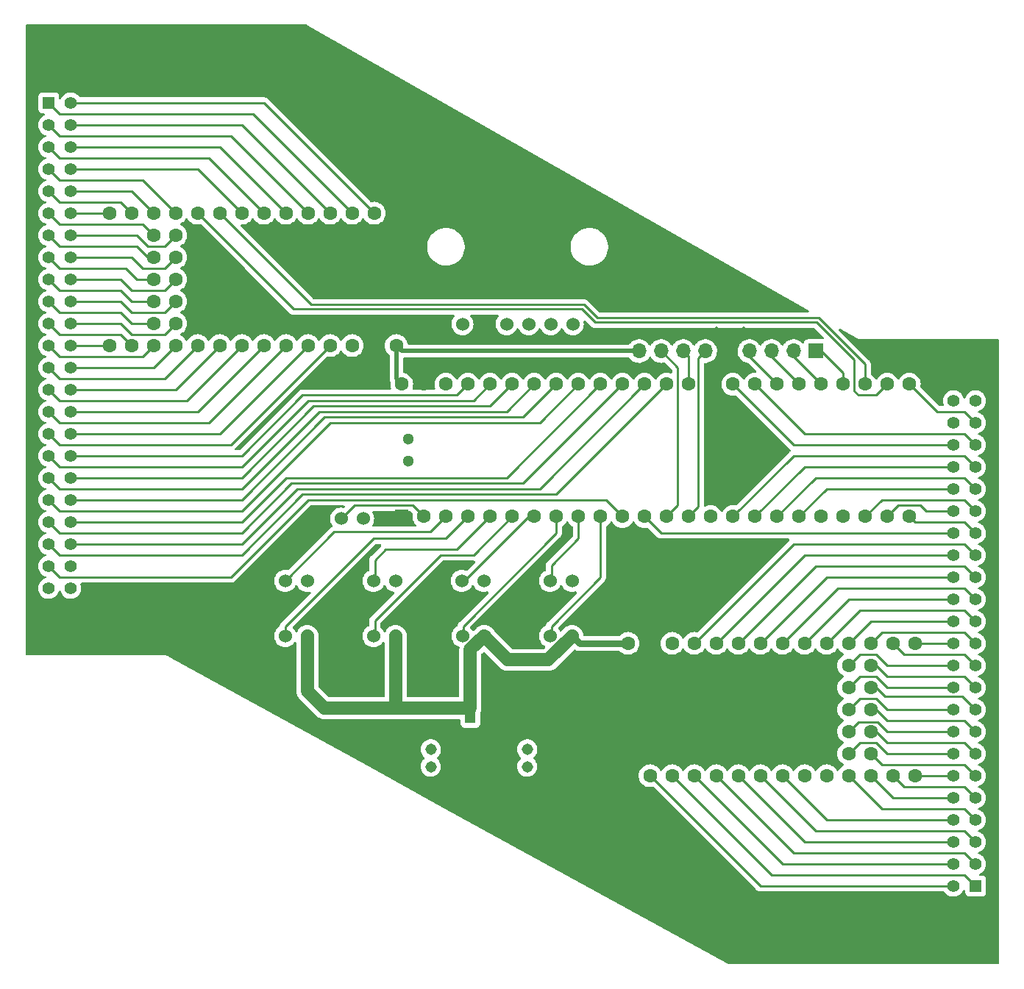
<source format=gbr>
%TF.GenerationSoftware,KiCad,Pcbnew,(6.0.5)*%
%TF.CreationDate,2022-07-10T16:44:06-04:00*%
%TF.ProjectId,64-STEPPER-CONTROLLER,36342d53-5445-4505-9045-522d434f4e54,rev?*%
%TF.SameCoordinates,Original*%
%TF.FileFunction,Copper,L1,Top*%
%TF.FilePolarity,Positive*%
%FSLAX46Y46*%
G04 Gerber Fmt 4.6, Leading zero omitted, Abs format (unit mm)*
G04 Created by KiCad (PCBNEW (6.0.5)) date 2022-07-10 16:44:06*
%MOMM*%
%LPD*%
G01*
G04 APERTURE LIST*
%TA.AperFunction,ComponentPad*%
%ADD10C,1.524000*%
%TD*%
%TA.AperFunction,ComponentPad*%
%ADD11R,1.600000X1.600000*%
%TD*%
%TA.AperFunction,ComponentPad*%
%ADD12C,1.600000*%
%TD*%
%TA.AperFunction,ComponentPad*%
%ADD13C,1.300000*%
%TD*%
%TA.AperFunction,ComponentPad*%
%ADD14C,4.400000*%
%TD*%
%TA.AperFunction,SMDPad,CuDef*%
%ADD15R,1.250000X3.500000*%
%TD*%
%TA.AperFunction,ComponentPad*%
%ADD16C,1.308000*%
%TD*%
%TA.AperFunction,ComponentPad*%
%ADD17R,1.700000X1.700000*%
%TD*%
%TA.AperFunction,ComponentPad*%
%ADD18O,1.700000X1.700000*%
%TD*%
%TA.AperFunction,ComponentPad*%
%ADD19R,1.390000X1.390000*%
%TD*%
%TA.AperFunction,ComponentPad*%
%ADD20C,1.390000*%
%TD*%
%TA.AperFunction,ViaPad*%
%ADD21C,0.500000*%
%TD*%
%TA.AperFunction,Conductor*%
%ADD22C,0.254000*%
%TD*%
%TA.AperFunction,Conductor*%
%ADD23C,1.500000*%
%TD*%
%TA.AperFunction,Conductor*%
%ADD24C,0.750000*%
%TD*%
%TA.AperFunction,Conductor*%
%ADD25C,0.500000*%
%TD*%
G04 APERTURE END LIST*
D10*
%TO.P,J3,1,Pin_1*%
%TO.N,+5V*%
X123115000Y-95040000D03*
%TO.P,J3,2,Pin_2*%
%TO.N,LED5*%
X120575000Y-95040000D03*
%TO.P,J3,3,Pin_3*%
%TO.N,GND*%
X118035000Y-95040000D03*
%TD*%
D11*
%TO.P,U3,1,GND*%
%TO.N,GND*%
X133985000Y-87630000D03*
D12*
%TO.P,U3,2,0_RX1_CRX2_CS1*%
%TO.N,LED1*%
X136525000Y-87630000D03*
%TO.P,U3,3,1_TX1_CTX2_MISO1*%
%TO.N,LED5*%
X139065000Y-87630000D03*
%TO.P,U3,4,2_OUT2*%
%TO.N,LED9*%
X141605000Y-87630000D03*
%TO.P,U3,5,3_LRCLK2*%
%TO.N,LED2*%
X144145000Y-87630000D03*
%TO.P,U3,6,4_BCLK2*%
%TO.N,LED6*%
X146685000Y-87630000D03*
%TO.P,U3,7,5_IN2*%
%TO.N,LED3*%
X149225000Y-87630000D03*
%TO.P,U3,8,6_OUT1D*%
%TO.N,LED7*%
X151765000Y-87630000D03*
%TO.P,U3,9,7_RX2_OUT1A*%
%TO.N,LED4*%
X154305000Y-87630000D03*
%TO.P,U3,10,8_TX2_IN1*%
%TO.N,LED8*%
X156845000Y-87630000D03*
%TO.P,U3,11,9_OUT1C*%
%TO.N,SER8*%
X159385000Y-87630000D03*
%TO.P,U3,12,10_CS_MQSR*%
%TO.N,SER1*%
X161925000Y-87630000D03*
%TO.P,U3,13,11_MOSI_CTX1*%
%TO.N,MOSI*%
X164465000Y-87630000D03*
%TO.P,U3,14,12_MISO_MQSL*%
%TO.N,MISO*%
X167005000Y-87630000D03*
%TO.P,U3,15,3V3*%
%TO.N,unconnected-(U3-Pad15)*%
X169545000Y-87630000D03*
%TO.P,U3,16,24_A10_TX6_SCL2*%
%TO.N,SER2*%
X172085000Y-87630000D03*
%TO.P,U3,17,25_A11_RX6_SDA2*%
%TO.N,SRCLK3*%
X174625000Y-87630000D03*
%TO.P,U3,18,26_A12_MOSI1*%
%TO.N,RCLK1*%
X177165000Y-87630000D03*
%TO.P,U3,19,27_A13_SCK1*%
%TO.N,~{OE1}*%
X179705000Y-87630000D03*
%TO.P,U3,20,28_RX7*%
%TO.N,RX1*%
X182245000Y-87630000D03*
%TO.P,U3,21,29_TX7*%
%TO.N,TX1*%
X184785000Y-87630000D03*
%TO.P,U3,22,30_CRX3*%
%TO.N,~{SRCLR1}*%
X187325000Y-87630000D03*
%TO.P,U3,23,31_CTX3*%
%TO.N,SRCLK2*%
X189865000Y-87630000D03*
%TO.P,U3,24,32_OUT1B*%
%TO.N,SRCLK1*%
X192405000Y-87630000D03*
%TO.P,U3,25,33_MCLK2*%
%TO.N,SER4*%
X192405000Y-72390000D03*
%TO.P,U3,26,34_RX8*%
%TO.N,RX2*%
X189865000Y-72390000D03*
%TO.P,U3,27,35_TX8*%
%TO.N,TX2*%
X187325000Y-72390000D03*
%TO.P,U3,28,36_CS*%
%TO.N,CS2*%
X184785000Y-72390000D03*
%TO.P,U3,29,37_CS*%
%TO.N,CS1*%
X182245000Y-72390000D03*
%TO.P,U3,30,38_CS1_IN1*%
%TO.N,DC*%
X179705000Y-72390000D03*
%TO.P,U3,31,39_MISO1_OUT1A*%
%TO.N,RST*%
X177165000Y-72390000D03*
%TO.P,U3,32,40_A16*%
%TO.N,SER3*%
X174625000Y-72390000D03*
%TO.P,U3,33,41_A17*%
%TO.N,SRCLK4*%
X172085000Y-72390000D03*
%TO.P,U3,34,GND*%
%TO.N,GND*%
X169545000Y-72390000D03*
%TO.P,U3,35,13_SCK_LED*%
%TO.N,SCK*%
X167005000Y-72390000D03*
%TO.P,U3,36,14_A0_TX3_SPDIF_OUT*%
%TO.N,SER7*%
X164465000Y-72390000D03*
%TO.P,U3,37,15_A1_RX3_SPDIF_IN*%
%TO.N,SRCLK8*%
X161925000Y-72390000D03*
%TO.P,U3,38,16_A2_RX4_SCL1*%
%TO.N,SER6*%
X159385000Y-72390000D03*
%TO.P,U3,39,17_A3_TX4_SDA1*%
%TO.N,SRCLK7*%
X156845000Y-72390000D03*
%TO.P,U3,40,18_A4_SDA*%
%TO.N,RCLK2*%
X154305000Y-72390000D03*
%TO.P,U3,41,19_A5_SCL*%
%TO.N,~{OE2}*%
X151765000Y-72390000D03*
%TO.P,U3,42,20_A6_TX5_LRCLK1*%
%TO.N,~{SRCLR2}*%
X149225000Y-72390000D03*
%TO.P,U3,43,21_A7_RX5_BCLK1*%
%TO.N,SRCLK6*%
X146685000Y-72390000D03*
%TO.P,U3,44,22_A8_CTX1*%
%TO.N,SRCLK5*%
X144145000Y-72390000D03*
%TO.P,U3,45,23_A9_CRX1_MCLK1*%
%TO.N,SER5*%
X141605000Y-72390000D03*
%TO.P,U3,46,3V3*%
%TO.N,unconnected-(U3-Pad46)*%
X139065000Y-72390000D03*
%TO.P,U3,47,GND*%
%TO.N,GND*%
X136525000Y-72390000D03*
%TO.P,U3,48,VIN*%
%TO.N,+5V*%
X133985000Y-72390000D03*
D13*
%TO.P,U3,66,D-*%
%TO.N,D-*%
X134715000Y-78740000D03*
%TO.P,U3,67,D+*%
%TO.N,D+*%
X134715000Y-81280000D03*
%TD*%
D10*
%TO.P,J7,1,Pin_1*%
%TO.N,+5V*%
X123115000Y-101390000D03*
%TO.P,J7,2,Pin_2*%
%TO.N,LED9*%
X120575000Y-101390000D03*
%TO.P,J7,3,Pin_3*%
%TO.N,GND*%
X118035000Y-101390000D03*
%TD*%
%TO.P,J6,1,Pin_1*%
%TO.N,+5V*%
X153595000Y-95040000D03*
%TO.P,J6,2,Pin_2*%
%TO.N,LED4*%
X151055000Y-95040000D03*
%TO.P,J6,3,Pin_3*%
%TO.N,GND*%
X148515000Y-95040000D03*
%TD*%
D12*
%TO.P,U4,1,GND*%
%TO.N,GND*%
X133350000Y-52705000D03*
%TO.P,U4,2,0_RX1_CRX2_CS1*%
%TO.N,5A4STEP*%
X130810000Y-52705000D03*
%TO.P,U4,3,1_TX1_CTX2_MISO1*%
%TO.N,5A8STEP*%
X128270000Y-52705000D03*
%TO.P,U4,4,2_OUT2*%
%TO.N,5A3STEP*%
X125730000Y-52705000D03*
%TO.P,U4,5,3_LRCLK2*%
%TO.N,5A7STEP*%
X123190000Y-52705000D03*
%TO.P,U4,6,4_BCLK2*%
%TO.N,5A2STEP*%
X120650000Y-52705000D03*
%TO.P,U4,7,5_IN2*%
%TO.N,5A6STEP*%
X118110000Y-52705000D03*
%TO.P,U4,8,6_OUT1D*%
%TO.N,5A1STEP*%
X115570000Y-52705000D03*
%TO.P,U4,9,7_RX2_OUT1A*%
%TO.N,TX2*%
X113030000Y-52705000D03*
%TO.P,U4,10,8_TX2_IN1*%
%TO.N,RX2*%
X110490000Y-52705000D03*
%TO.P,U4,11,9_OUT1C*%
%TO.N,5A5STEP*%
X107950000Y-52705000D03*
%TO.P,U4,12,10_CS_MQSR*%
%TO.N,6A4STEP*%
X105410000Y-52705000D03*
%TO.P,U4,13,11_MOSI_CTX1*%
%TO.N,6A8STEP*%
X102870000Y-52705000D03*
%TO.P,U4,14,12_MISO_MQSL*%
%TO.N,6A3STEP*%
X100330000Y-52705000D03*
%TO.P,U4,20,13_SCK_CRX1_LED*%
%TO.N,7A1STEP*%
X100330000Y-67945000D03*
%TO.P,U4,21,14_A0_TX3_SPDIF_OUT*%
%TO.N,7A6STEP*%
X102870000Y-67945000D03*
%TO.P,U4,22,15_A1_RX3_SPDIF_IN*%
%TO.N,7A5STEP*%
X105410000Y-67945000D03*
%TO.P,U4,23,16_A2_RX4_SCL1*%
%TO.N,8A4STEP*%
X107950000Y-67945000D03*
%TO.P,U4,24,17_A3_TX4_SDA1*%
%TO.N,8A8STEP*%
X110490000Y-67945000D03*
%TO.P,U4,25,18_A4_SDA0*%
%TO.N,8A3STEP*%
X113030000Y-67945000D03*
%TO.P,U4,26,19_A5_SCL0*%
%TO.N,8A7STEP*%
X115570000Y-67945000D03*
%TO.P,U4,27,20_A6_TX5_LRCLK1*%
%TO.N,8A2STEP*%
X118110000Y-67945000D03*
%TO.P,U4,28,21_A7_RX5_BCLK1*%
%TO.N,8A6STEP*%
X120650000Y-67945000D03*
%TO.P,U4,29,22_A8_CTX1*%
%TO.N,8A1STEP*%
X123190000Y-67945000D03*
%TO.P,U4,30,23_A9_CRX1_MCLK1*%
%TO.N,8A5STEP*%
X125730000Y-67945000D03*
%TO.P,U4,31,3V3*%
%TO.N,unconnected-(U4-Pad31)*%
X128270000Y-67945000D03*
%TO.P,U4,32,GND*%
%TO.N,GND*%
X130810000Y-67945000D03*
%TO.P,U4,33,VIN*%
%TO.N,+5V*%
X133350000Y-67945000D03*
%TO.P,U4,35,24_A10_TX6_SCL2*%
%TO.N,7A7STEP*%
X105410000Y-65405000D03*
%TO.P,U4,36,25_A11_RX6_SDA2*%
%TO.N,7A2STEP*%
X107950000Y-65405000D03*
%TO.P,U4,37,26_A12_MOSI1*%
%TO.N,7A8STEP*%
X105410000Y-62865000D03*
%TO.P,U4,38,27_A13_SCK1*%
%TO.N,7A3STEP*%
X107950000Y-62865000D03*
%TO.P,U4,39,28_RX7*%
%TO.N,6A5STEP*%
X105410000Y-60325000D03*
%TO.P,U4,40,29_TX7*%
%TO.N,7A4STEP*%
X107950000Y-60325000D03*
%TO.P,U4,41,30_CRX3*%
%TO.N,6A6STEP*%
X105410000Y-57785000D03*
%TO.P,U4,42,31_CTX3*%
%TO.N,6A1STEP*%
X107950000Y-57785000D03*
%TO.P,U4,43,32_OUT1B*%
%TO.N,6A7STEP*%
X105410000Y-55245000D03*
%TO.P,U4,44,33_MCLK2*%
%TO.N,6A2STEP*%
X107950000Y-55245000D03*
%TD*%
D10*
%TO.P,U2,6,CC2*%
%TO.N,unconnected-(U2-Pad6)*%
X153670000Y-65470000D03*
%TO.P,U2,5,D+*%
%TO.N,D+*%
X151130000Y-65470000D03*
%TO.P,U2,4,D-*%
%TO.N,D-*%
X148590000Y-65470000D03*
%TO.P,U2,3,CC1*%
%TO.N,unconnected-(U2-Pad3)*%
X146050000Y-65470000D03*
%TO.P,U2,2,GND*%
%TO.N,GND*%
X143510000Y-65470000D03*
%TO.P,U2,1,VBUS*%
%TO.N,unconnected-(U2-Pad1)*%
X140970000Y-65470000D03*
%TD*%
D14*
%TO.P,J15,1,Pin_1*%
%TO.N,GND*%
X198424800Y-135077200D03*
%TD*%
D10*
%TO.P,J11,1,Pin_1*%
%TO.N,+5V*%
X153595000Y-101390000D03*
%TO.P,J11,2,Pin_2*%
%TO.N,LED8*%
X151055000Y-101390000D03*
%TO.P,J11,3,Pin_3*%
%TO.N,GND*%
X148515000Y-101390000D03*
%TD*%
%TO.P,J12,3,Pin_3*%
%TO.N,GND*%
X124460000Y-87884000D03*
%TO.P,J12,2,Pin_2*%
%TO.N,LED1*%
X127000000Y-87884000D03*
%TO.P,J12,1,Pin_1*%
%TO.N,+5V*%
X129540000Y-87884000D03*
%TD*%
D15*
%TO.P,J10,01,01*%
%TO.N,+5V*%
X141875000Y-109680000D03*
%TO.P,J10,02,02*%
%TO.N,GND*%
X143875000Y-109680000D03*
D16*
%TO.P,J10,S1*%
%TO.N,N/C*%
X137325000Y-114430000D03*
%TO.P,J10,S2*%
X137325000Y-116430000D03*
%TO.P,J10,S3*%
X148425000Y-114430000D03*
%TO.P,J10,S4*%
X148425000Y-116430000D03*
%TD*%
D10*
%TO.P,J8,1,Pin_1*%
%TO.N,+5V*%
X133275000Y-101390000D03*
%TO.P,J8,2,Pin_2*%
%TO.N,LED6*%
X130735000Y-101390000D03*
%TO.P,J8,3,Pin_3*%
%TO.N,GND*%
X128195000Y-101390000D03*
%TD*%
%TO.P,J4,1,Pin_1*%
%TO.N,+5V*%
X133275000Y-95040000D03*
%TO.P,J4,2,Pin_2*%
%TO.N,LED2*%
X130735000Y-95040000D03*
%TO.P,J4,3,Pin_3*%
%TO.N,GND*%
X128195000Y-95040000D03*
%TD*%
%TO.P,J5,1,Pin_1*%
%TO.N,+5V*%
X143435000Y-95040000D03*
%TO.P,J5,2,Pin_2*%
%TO.N,LED3*%
X140895000Y-95040000D03*
%TO.P,J5,3,Pin_3*%
%TO.N,GND*%
X138355000Y-95040000D03*
%TD*%
D12*
%TO.P,U1,1,GND*%
%TO.N,GND*%
X160020000Y-117475000D03*
%TO.P,U1,2,0_RX1_CRX2_CS1*%
%TO.N,1A4STEP*%
X162560000Y-117475000D03*
%TO.P,U1,3,1_TX1_CTX2_MISO1*%
%TO.N,1A8STEP*%
X165100000Y-117475000D03*
%TO.P,U1,4,2_OUT2*%
%TO.N,1A3STEP*%
X167640000Y-117475000D03*
%TO.P,U1,5,3_LRCLK2*%
%TO.N,1A7STEP*%
X170180000Y-117475000D03*
%TO.P,U1,6,4_BCLK2*%
%TO.N,1A2STEP*%
X172720000Y-117475000D03*
%TO.P,U1,7,5_IN2*%
%TO.N,1A6STEP*%
X175260000Y-117475000D03*
%TO.P,U1,8,6_OUT1D*%
%TO.N,1A1STEP*%
X177800000Y-117475000D03*
%TO.P,U1,9,7_RX2_OUT1A*%
%TO.N,TX1*%
X180340000Y-117475000D03*
%TO.P,U1,10,8_TX2_IN1*%
%TO.N,RX1*%
X182880000Y-117475000D03*
%TO.P,U1,11,9_OUT1C*%
%TO.N,1A5STEP*%
X185420000Y-117475000D03*
%TO.P,U1,12,10_CS_MQSR*%
%TO.N,2A4STEP*%
X187960000Y-117475000D03*
%TO.P,U1,13,11_MOSI_CTX1*%
%TO.N,2A8STEP*%
X190500000Y-117475000D03*
%TO.P,U1,14,12_MISO_MQSL*%
%TO.N,2A3STEP*%
X193040000Y-117475000D03*
%TO.P,U1,20,13_SCK_CRX1_LED*%
%TO.N,3A1STEP*%
X193040000Y-102235000D03*
%TO.P,U1,21,14_A0_TX3_SPDIF_OUT*%
%TO.N,3A6STEP*%
X190500000Y-102235000D03*
%TO.P,U1,22,15_A1_RX3_SPDIF_IN*%
%TO.N,3A5STEP*%
X187960000Y-102235000D03*
%TO.P,U1,23,16_A2_RX4_SCL1*%
%TO.N,4A4STEP*%
X185420000Y-102235000D03*
%TO.P,U1,24,17_A3_TX4_SDA1*%
%TO.N,4A8STEP*%
X182880000Y-102235000D03*
%TO.P,U1,25,18_A4_SDA0*%
%TO.N,4A3STEP*%
X180340000Y-102235000D03*
%TO.P,U1,26,19_A5_SCL0*%
%TO.N,4A7STEP*%
X177800000Y-102235000D03*
%TO.P,U1,27,20_A6_TX5_LRCLK1*%
%TO.N,4A2STEP*%
X175260000Y-102235000D03*
%TO.P,U1,28,21_A7_RX5_BCLK1*%
%TO.N,4A6STEP*%
X172720000Y-102235000D03*
%TO.P,U1,29,22_A8_CTX1*%
%TO.N,4A1STEP*%
X170180000Y-102235000D03*
%TO.P,U1,30,23_A9_CRX1_MCLK1*%
%TO.N,4A5STEP*%
X167640000Y-102235000D03*
%TO.P,U1,31,3V3*%
%TO.N,unconnected-(U1-Pad31)*%
X165100000Y-102235000D03*
%TO.P,U1,32,GND*%
%TO.N,GND*%
X162560000Y-102235000D03*
%TO.P,U1,33,VIN*%
%TO.N,+5V*%
X160020000Y-102235000D03*
%TO.P,U1,35,24_A10_TX6_SCL2*%
%TO.N,3A7STEP*%
X187960000Y-104775000D03*
%TO.P,U1,36,25_A11_RX6_SDA2*%
%TO.N,3A2STEP*%
X185420000Y-104775000D03*
%TO.P,U1,37,26_A12_MOSI1*%
%TO.N,3A8STEP*%
X187960000Y-107315000D03*
%TO.P,U1,38,27_A13_SCK1*%
%TO.N,3A3STEP*%
X185420000Y-107315000D03*
%TO.P,U1,39,28_RX7*%
%TO.N,2A5STEP*%
X187960000Y-109855000D03*
%TO.P,U1,40,29_TX7*%
%TO.N,3A4STEP*%
X185420000Y-109855000D03*
%TO.P,U1,41,30_CRX3*%
%TO.N,2A6STEP*%
X187960000Y-112395000D03*
%TO.P,U1,42,31_CTX3*%
%TO.N,2A1STEP*%
X185420000Y-112395000D03*
%TO.P,U1,43,32_OUT1B*%
%TO.N,2A7STEP*%
X187960000Y-114935000D03*
%TO.P,U1,44,33_MCLK2*%
%TO.N,2A2STEP*%
X185420000Y-114935000D03*
%TD*%
D17*
%TO.P,J13,1,Pin_1*%
%TO.N,CS2*%
X181610000Y-68580000D03*
D18*
%TO.P,J13,2,Pin_2*%
%TO.N,CS1*%
X179070000Y-68580000D03*
%TO.P,J13,3,Pin_3*%
%TO.N,DC*%
X176530000Y-68580000D03*
%TO.P,J13,4,Pin_4*%
%TO.N,RST*%
X173990000Y-68580000D03*
%TO.P,J13,5,Pin_5*%
%TO.N,GND*%
X171450000Y-68580000D03*
%TO.P,J13,6,Pin_6*%
%TO.N,MISO*%
X168910000Y-68580000D03*
%TO.P,J13,7,Pin_7*%
%TO.N,SCK*%
X166370000Y-68580000D03*
%TO.P,J13,8,Pin_8*%
%TO.N,MOSI*%
X163830000Y-68580000D03*
%TO.P,J13,9,Pin_9*%
%TO.N,+5V*%
X161290000Y-68580000D03*
%TD*%
D10*
%TO.P,J9,1,Pin_1*%
%TO.N,+5V*%
X143510000Y-101390000D03*
%TO.P,J9,2,Pin_2*%
%TO.N,LED7*%
X140970000Y-101390000D03*
%TO.P,J9,3,Pin_3*%
%TO.N,GND*%
X138430000Y-101390000D03*
%TD*%
D14*
%TO.P,J14,1,Pin_1*%
%TO.N,GND*%
X94945200Y-35102800D03*
%TD*%
D19*
%TO.P,J2,01,01*%
%TO.N,5A8STEP*%
X93345000Y-40005000D03*
D20*
%TO.P,J2,02,02*%
%TO.N,5A4STEP*%
X95885000Y-40005000D03*
%TO.P,J2,03,03*%
%TO.N,5A7STEP*%
X93345000Y-42545000D03*
%TO.P,J2,04,04*%
%TO.N,5A3STEP*%
X95885000Y-42545000D03*
%TO.P,J2,05,05*%
%TO.N,5A6STEP*%
X93345000Y-45085000D03*
%TO.P,J2,06,06*%
%TO.N,5A2STEP*%
X95885000Y-45085000D03*
%TO.P,J2,07,07*%
%TO.N,5A5STEP*%
X93345000Y-47625000D03*
%TO.P,J2,08,08*%
%TO.N,5A1STEP*%
X95885000Y-47625000D03*
%TO.P,J2,09,09*%
%TO.N,6A8STEP*%
X93345000Y-50165000D03*
%TO.P,J2,10,10*%
%TO.N,6A4STEP*%
X95885000Y-50165000D03*
%TO.P,J2,11,11*%
%TO.N,6A7STEP*%
X93345000Y-52705000D03*
%TO.P,J2,12,12*%
%TO.N,6A3STEP*%
X95885000Y-52705000D03*
%TO.P,J2,13,13*%
%TO.N,6A6STEP*%
X93345000Y-55245000D03*
%TO.P,J2,14,14*%
%TO.N,6A2STEP*%
X95885000Y-55245000D03*
%TO.P,J2,15,15*%
%TO.N,6A5STEP*%
X93345000Y-57785000D03*
%TO.P,J2,16,16*%
%TO.N,6A1STEP*%
X95885000Y-57785000D03*
%TO.P,J2,17,17*%
%TO.N,7A8STEP*%
X93345000Y-60325000D03*
%TO.P,J2,18,18*%
%TO.N,7A4STEP*%
X95885000Y-60325000D03*
%TO.P,J2,19,19*%
%TO.N,7A7STEP*%
X93345000Y-62865000D03*
%TO.P,J2,20,20*%
%TO.N,7A3STEP*%
X95885000Y-62865000D03*
%TO.P,J2,21,21*%
%TO.N,7A6STEP*%
X93345000Y-65405000D03*
%TO.P,J2,22,22*%
%TO.N,7A2STEP*%
X95885000Y-65405000D03*
%TO.P,J2,23,23*%
%TO.N,7A5STEP*%
X93345000Y-67945000D03*
%TO.P,J2,24,24*%
%TO.N,7A1STEP*%
X95885000Y-67945000D03*
%TO.P,J2,25,25*%
%TO.N,8A8STEP*%
X93345000Y-70485000D03*
%TO.P,J2,26,26*%
%TO.N,8A4STEP*%
X95885000Y-70485000D03*
%TO.P,J2,27,27*%
%TO.N,8A7STEP*%
X93345000Y-73025000D03*
%TO.P,J2,28,28*%
%TO.N,8A3STEP*%
X95885000Y-73025000D03*
%TO.P,J2,29,29*%
%TO.N,8A6STEP*%
X93345000Y-75565000D03*
%TO.P,J2,30,30*%
%TO.N,8A2STEP*%
X95885000Y-75565000D03*
%TO.P,J2,31,31*%
%TO.N,8A5STEP*%
X93345000Y-78105000D03*
%TO.P,J2,32,32*%
%TO.N,8A1STEP*%
X95885000Y-78105000D03*
%TO.P,J2,33,33*%
%TO.N,SRCLK5*%
X93345000Y-80645000D03*
%TO.P,J2,34,34*%
%TO.N,SER5*%
X95885000Y-80645000D03*
%TO.P,J2,35,35*%
%TO.N,~{SRCLR2}*%
X93345000Y-83185000D03*
%TO.P,J2,36,36*%
%TO.N,SRCLK6*%
X95885000Y-83185000D03*
%TO.P,J2,37,37*%
%TO.N,RCLK2*%
X93345000Y-85725000D03*
%TO.P,J2,38,38*%
%TO.N,~{OE2}*%
X95885000Y-85725000D03*
%TO.P,J2,39,39*%
%TO.N,SER6*%
X93345000Y-88265000D03*
%TO.P,J2,40,40*%
%TO.N,SRCLK7*%
X95885000Y-88265000D03*
%TO.P,J2,41,41*%
%TO.N,SER7*%
X93345000Y-90805000D03*
%TO.P,J2,42,42*%
%TO.N,SRCLK8*%
X95885000Y-90805000D03*
%TO.P,J2,43,43*%
%TO.N,SER8*%
X93345000Y-93345000D03*
%TO.P,J2,44,44*%
%TO.N,unconnected-(J2-Pad44)*%
X95885000Y-93345000D03*
%TO.P,J2,45,45*%
%TO.N,unconnected-(J2-Pad45)*%
X93345000Y-95885000D03*
%TO.P,J2,46,46*%
%TO.N,unconnected-(J2-Pad46)*%
X95885000Y-95885000D03*
%TO.P,J2,47,47*%
%TO.N,GND*%
X93345000Y-98425000D03*
%TO.P,J2,48,48*%
X95885000Y-98425000D03*
%TO.P,J2,49,49*%
X93345000Y-100965000D03*
%TO.P,J2,50,50*%
X95885000Y-100965000D03*
%TD*%
D19*
%TO.P,J1,01,01*%
%TO.N,1A8STEP*%
X200025000Y-130175000D03*
D20*
%TO.P,J1,02,02*%
%TO.N,1A4STEP*%
X197485000Y-130175000D03*
%TO.P,J1,03,03*%
%TO.N,1A7STEP*%
X200025000Y-127635000D03*
%TO.P,J1,04,04*%
%TO.N,1A3STEP*%
X197485000Y-127635000D03*
%TO.P,J1,05,05*%
%TO.N,1A6STEP*%
X200025000Y-125095000D03*
%TO.P,J1,06,06*%
%TO.N,1A2STEP*%
X197485000Y-125095000D03*
%TO.P,J1,07,07*%
%TO.N,1A5STEP*%
X200025000Y-122555000D03*
%TO.P,J1,08,08*%
%TO.N,1A1STEP*%
X197485000Y-122555000D03*
%TO.P,J1,09,09*%
%TO.N,2A8STEP*%
X200025000Y-120015000D03*
%TO.P,J1,10,10*%
%TO.N,2A4STEP*%
X197485000Y-120015000D03*
%TO.P,J1,11,11*%
%TO.N,2A7STEP*%
X200025000Y-117475000D03*
%TO.P,J1,12,12*%
%TO.N,2A3STEP*%
X197485000Y-117475000D03*
%TO.P,J1,13,13*%
%TO.N,2A6STEP*%
X200025000Y-114935000D03*
%TO.P,J1,14,14*%
%TO.N,2A2STEP*%
X197485000Y-114935000D03*
%TO.P,J1,15,15*%
%TO.N,2A5STEP*%
X200025000Y-112395000D03*
%TO.P,J1,16,16*%
%TO.N,2A1STEP*%
X197485000Y-112395000D03*
%TO.P,J1,17,17*%
%TO.N,3A8STEP*%
X200025000Y-109855000D03*
%TO.P,J1,18,18*%
%TO.N,3A4STEP*%
X197485000Y-109855000D03*
%TO.P,J1,19,19*%
%TO.N,3A7STEP*%
X200025000Y-107315000D03*
%TO.P,J1,20,20*%
%TO.N,3A3STEP*%
X197485000Y-107315000D03*
%TO.P,J1,21,21*%
%TO.N,3A6STEP*%
X200025000Y-104775000D03*
%TO.P,J1,22,22*%
%TO.N,3A2STEP*%
X197485000Y-104775000D03*
%TO.P,J1,23,23*%
%TO.N,3A5STEP*%
X200025000Y-102235000D03*
%TO.P,J1,24,24*%
%TO.N,3A1STEP*%
X197485000Y-102235000D03*
%TO.P,J1,25,25*%
%TO.N,4A8STEP*%
X200025000Y-99695000D03*
%TO.P,J1,26,26*%
%TO.N,4A4STEP*%
X197485000Y-99695000D03*
%TO.P,J1,27,27*%
%TO.N,4A7STEP*%
X200025000Y-97155000D03*
%TO.P,J1,28,28*%
%TO.N,4A3STEP*%
X197485000Y-97155000D03*
%TO.P,J1,29,29*%
%TO.N,4A6STEP*%
X200025000Y-94615000D03*
%TO.P,J1,30,30*%
%TO.N,4A2STEP*%
X197485000Y-94615000D03*
%TO.P,J1,31,31*%
%TO.N,4A5STEP*%
X200025000Y-92075000D03*
%TO.P,J1,32,32*%
%TO.N,4A1STEP*%
X197485000Y-92075000D03*
%TO.P,J1,33,33*%
%TO.N,SRCLK1*%
X200025000Y-89535000D03*
%TO.P,J1,34,34*%
%TO.N,SER1*%
X197485000Y-89535000D03*
%TO.P,J1,35,35*%
%TO.N,~{SRCLR1}*%
X200025000Y-86995000D03*
%TO.P,J1,36,36*%
%TO.N,SRCLK2*%
X197485000Y-86995000D03*
%TO.P,J1,37,37*%
%TO.N,RCLK1*%
X200025000Y-84455000D03*
%TO.P,J1,38,38*%
%TO.N,~{OE1}*%
X197485000Y-84455000D03*
%TO.P,J1,39,39*%
%TO.N,SER2*%
X200025000Y-81915000D03*
%TO.P,J1,40,40*%
%TO.N,SRCLK3*%
X197485000Y-81915000D03*
%TO.P,J1,41,41*%
%TO.N,SER3*%
X200025000Y-79375000D03*
%TO.P,J1,42,42*%
%TO.N,SRCLK4*%
X197485000Y-79375000D03*
%TO.P,J1,43,43*%
%TO.N,SER4*%
X200025000Y-76835000D03*
%TO.P,J1,44,44*%
%TO.N,unconnected-(J1-Pad44)*%
X197485000Y-76835000D03*
%TO.P,J1,45,45*%
%TO.N,unconnected-(J1-Pad45)*%
X200025000Y-74295000D03*
%TO.P,J1,46,46*%
%TO.N,unconnected-(J1-Pad46)*%
X197485000Y-74295000D03*
%TO.P,J1,47,47*%
%TO.N,GND*%
X200025000Y-71755000D03*
%TO.P,J1,48,48*%
X197485000Y-71755000D03*
%TO.P,J1,49,49*%
X200025000Y-69215000D03*
%TO.P,J1,50,50*%
X197485000Y-69215000D03*
%TD*%
D21*
%TO.N,GND*%
X151130000Y-108585000D03*
X193675000Y-69215000D03*
X191135000Y-69215000D03*
X153670000Y-111125000D03*
X172085000Y-75565000D03*
X100330000Y-98425000D03*
X156210000Y-111125000D03*
X153670000Y-108585000D03*
X132080000Y-50165000D03*
X170180000Y-75565000D03*
X102870000Y-100965000D03*
X173355000Y-66040000D03*
X156210000Y-108585000D03*
X151130000Y-111125000D03*
X134620000Y-50165000D03*
X138430000Y-66040000D03*
X170180000Y-66040000D03*
X100330000Y-100965000D03*
X102870000Y-98425000D03*
%TD*%
D22*
%TO.N,TX2*%
X187325000Y-70104000D02*
X187325000Y-72390000D01*
X181991000Y-64770000D02*
X187325000Y-70104000D01*
X123571000Y-63246000D02*
X154940000Y-63246000D01*
X156464000Y-64770000D02*
X181991000Y-64770000D01*
X113030000Y-52705000D02*
X123571000Y-63246000D01*
X154940000Y-63246000D02*
X156464000Y-64770000D01*
%TO.N,RX2*%
X188595000Y-73660000D02*
X189865000Y-72390000D01*
X186055000Y-73186564D02*
X186528436Y-73660000D01*
X186055000Y-69596000D02*
X186055000Y-73186564D01*
X181737000Y-65278000D02*
X186055000Y-69596000D01*
X186528436Y-73660000D02*
X188595000Y-73660000D01*
X121539000Y-63754000D02*
X154686000Y-63754000D01*
X156210000Y-65278000D02*
X181737000Y-65278000D01*
X110490000Y-52705000D02*
X121539000Y-63754000D01*
X154686000Y-63754000D02*
X156210000Y-65278000D01*
%TO.N,LED1*%
X128524000Y-86360000D02*
X127000000Y-87884000D01*
X135255000Y-86360000D02*
X128524000Y-86360000D01*
X136525000Y-87630000D02*
X135255000Y-86360000D01*
%TO.N,LED5*%
X126207000Y-89408000D02*
X120575000Y-95040000D01*
X137287000Y-89408000D02*
X126207000Y-89408000D01*
X139065000Y-87630000D02*
X137287000Y-89408000D01*
%TO.N,LED9*%
X139065000Y-90170000D02*
X130717370Y-90170000D01*
X130717370Y-90170000D02*
X120575000Y-100312370D01*
X120575000Y-100312370D02*
X120575000Y-101390000D01*
X141605000Y-87630000D02*
X139065000Y-90170000D01*
D23*
%TO.N,+5V*%
X125075714Y-109680000D02*
X123115000Y-107719286D01*
X132890000Y-109680000D02*
X125075714Y-109680000D01*
X123115000Y-107719286D02*
X123115000Y-101390000D01*
X146185000Y-104140000D02*
X150845000Y-104140000D01*
X150845000Y-104140000D02*
X153595000Y-101390000D01*
X143435000Y-101390000D02*
X146185000Y-104140000D01*
X143435000Y-101390000D02*
X141875000Y-102950000D01*
X141875000Y-102950000D02*
X141875000Y-109680000D01*
X133275000Y-109295000D02*
X132890000Y-109680000D01*
X133275000Y-101390000D02*
X133275000Y-109295000D01*
X141875000Y-109680000D02*
X132890000Y-109680000D01*
D24*
X154440000Y-102235000D02*
X153595000Y-101390000D01*
X160020000Y-102235000D02*
X154440000Y-102235000D01*
D22*
%TO.N,1A8STEP*%
X200025000Y-130175000D02*
X198755000Y-128905000D01*
X198755000Y-128905000D02*
X176530000Y-128905000D01*
X176530000Y-128905000D02*
X165100000Y-117475000D01*
%TO.N,1A4STEP*%
X197485000Y-130175000D02*
X175260000Y-130175000D01*
X175260000Y-130175000D02*
X162560000Y-117475000D01*
%TO.N,1A7STEP*%
X198755000Y-126365000D02*
X179070000Y-126365000D01*
X200025000Y-127635000D02*
X198755000Y-126365000D01*
X179070000Y-126365000D02*
X170180000Y-117475000D01*
%TO.N,1A3STEP*%
X177800000Y-127635000D02*
X167640000Y-117475000D01*
X197485000Y-127635000D02*
X177800000Y-127635000D01*
%TO.N,1A6STEP*%
X200025000Y-125095000D02*
X198755000Y-123825000D01*
X198755000Y-123825000D02*
X181610000Y-123825000D01*
X181610000Y-123825000D02*
X175260000Y-117475000D01*
%TO.N,1A2STEP*%
X197485000Y-125095000D02*
X180340000Y-125095000D01*
X180340000Y-125095000D02*
X172720000Y-117475000D01*
%TO.N,1A5STEP*%
X189230000Y-121285000D02*
X185420000Y-117475000D01*
X198755000Y-121285000D02*
X189230000Y-121285000D01*
X200025000Y-122555000D02*
X198755000Y-121285000D01*
%TO.N,1A1STEP*%
X182880000Y-122555000D02*
X177800000Y-117475000D01*
X197485000Y-122555000D02*
X182880000Y-122555000D01*
%TO.N,2A8STEP*%
X198755000Y-118745000D02*
X191770000Y-118745000D01*
X200025000Y-120015000D02*
X198755000Y-118745000D01*
X191770000Y-118745000D02*
X190500000Y-117475000D01*
%TO.N,2A4STEP*%
X197485000Y-120015000D02*
X190500000Y-120015000D01*
X190500000Y-120015000D02*
X187960000Y-117475000D01*
%TO.N,2A7STEP*%
X200025000Y-117475000D02*
X198755000Y-116205000D01*
X189230000Y-116205000D02*
X187960000Y-114935000D01*
X198755000Y-116205000D02*
X189230000Y-116205000D01*
%TO.N,2A3STEP*%
X197485000Y-117475000D02*
X193040000Y-117475000D01*
%TO.N,2A6STEP*%
X198755000Y-113665000D02*
X189865000Y-113665000D01*
X189865000Y-113665000D02*
X188595000Y-112395000D01*
X200025000Y-114935000D02*
X198755000Y-113665000D01*
X188595000Y-112395000D02*
X187960000Y-112395000D01*
%TO.N,2A2STEP*%
X197485000Y-114935000D02*
X189865000Y-114935000D01*
X188595000Y-113665000D02*
X186690000Y-113665000D01*
X186690000Y-113665000D02*
X185420000Y-114935000D01*
X189865000Y-114935000D02*
X188595000Y-113665000D01*
%TO.N,2A5STEP*%
X198755000Y-111125000D02*
X189865000Y-111125000D01*
X189865000Y-111125000D02*
X188595000Y-109855000D01*
X200025000Y-112395000D02*
X198755000Y-111125000D01*
%TO.N,2A1STEP*%
X189865000Y-112395000D02*
X188738489Y-111268489D01*
X197485000Y-112395000D02*
X189865000Y-112395000D01*
X188738489Y-111268489D02*
X186546511Y-111268489D01*
X186546511Y-111268489D02*
X185420000Y-112395000D01*
%TO.N,3A8STEP*%
X188595000Y-107315000D02*
X187960000Y-107315000D01*
X189616511Y-108336511D02*
X188595000Y-107315000D01*
X198506511Y-108336511D02*
X189616511Y-108336511D01*
X200025000Y-109855000D02*
X198506511Y-108336511D01*
%TO.N,3A4STEP*%
X197485000Y-109855000D02*
X189865000Y-109855000D01*
X189865000Y-109855000D02*
X188595000Y-108585000D01*
X188595000Y-108585000D02*
X186690000Y-108585000D01*
X186690000Y-108585000D02*
X185420000Y-109855000D01*
%TO.N,3A7STEP*%
X200025000Y-107315000D02*
X198755000Y-106045000D01*
X198755000Y-106045000D02*
X189865000Y-106045000D01*
X189865000Y-106045000D02*
X188595000Y-104775000D01*
X188595000Y-104775000D02*
X187960000Y-104775000D01*
%TO.N,3A3STEP*%
X189865000Y-107315000D02*
X188595000Y-106045000D01*
X197485000Y-107315000D02*
X189865000Y-107315000D01*
X188595000Y-106045000D02*
X186690000Y-106045000D01*
X186690000Y-106045000D02*
X185420000Y-107315000D01*
%TO.N,3A6STEP*%
X200025000Y-104775000D02*
X198755000Y-103505000D01*
X198755000Y-103505000D02*
X191770000Y-103505000D01*
X191770000Y-103505000D02*
X190500000Y-102235000D01*
%TO.N,3A2STEP*%
X197485000Y-104775000D02*
X189843248Y-104775000D01*
X186690000Y-103505000D02*
X185420000Y-104775000D01*
X188573248Y-103505000D02*
X186690000Y-103505000D01*
X189843248Y-104775000D02*
X188573248Y-103505000D01*
%TO.N,3A5STEP*%
X198755000Y-100965000D02*
X189230000Y-100965000D01*
X200025000Y-102235000D02*
X198755000Y-100965000D01*
X189230000Y-100965000D02*
X187960000Y-102235000D01*
%TO.N,3A1STEP*%
X197485000Y-102235000D02*
X193040000Y-102235000D01*
%TO.N,4A8STEP*%
X186690000Y-98425000D02*
X182880000Y-102235000D01*
X200025000Y-99695000D02*
X198755000Y-98425000D01*
X198755000Y-98425000D02*
X186690000Y-98425000D01*
%TO.N,4A4STEP*%
X197485000Y-99695000D02*
X187960000Y-99695000D01*
X187960000Y-99695000D02*
X185420000Y-102235000D01*
%TO.N,4A7STEP*%
X198755000Y-95885000D02*
X184150000Y-95885000D01*
X184150000Y-95885000D02*
X177800000Y-102235000D01*
X200025000Y-97155000D02*
X198755000Y-95885000D01*
%TO.N,4A3STEP*%
X185420000Y-97155000D02*
X180340000Y-102235000D01*
X197485000Y-97155000D02*
X185420000Y-97155000D01*
%TO.N,4A6STEP*%
X198755000Y-93345000D02*
X181610000Y-93345000D01*
X200025000Y-94615000D02*
X198755000Y-93345000D01*
X181610000Y-93345000D02*
X172720000Y-102235000D01*
%TO.N,4A2STEP*%
X197485000Y-94615000D02*
X182880000Y-94615000D01*
X182880000Y-94615000D02*
X175260000Y-102235000D01*
%TO.N,4A5STEP*%
X200025000Y-92075000D02*
X198755000Y-90805000D01*
X198755000Y-90805000D02*
X179070000Y-90805000D01*
X179070000Y-90805000D02*
X167640000Y-102235000D01*
%TO.N,4A1STEP*%
X180340000Y-92075000D02*
X170180000Y-102235000D01*
X197485000Y-92075000D02*
X180340000Y-92075000D01*
%TO.N,SRCLK1*%
X193040000Y-88265000D02*
X192405000Y-87630000D01*
X198755000Y-88265000D02*
X193040000Y-88265000D01*
X200025000Y-89535000D02*
X198755000Y-88265000D01*
%TO.N,SER1*%
X163830000Y-89535000D02*
X161925000Y-87630000D01*
X197485000Y-89535000D02*
X163830000Y-89535000D01*
%TO.N,~{SRCLR1}*%
X198755000Y-85725000D02*
X189230000Y-85725000D01*
X200025000Y-86995000D02*
X198755000Y-85725000D01*
X189230000Y-85725000D02*
X187325000Y-87630000D01*
%TO.N,SRCLK2*%
X193675000Y-86360000D02*
X191135000Y-86360000D01*
X194310000Y-86995000D02*
X193675000Y-86360000D01*
X191135000Y-86360000D02*
X189865000Y-87630000D01*
X197485000Y-86995000D02*
X194310000Y-86995000D01*
%TO.N,RCLK1*%
X198755000Y-83185000D02*
X181610000Y-83185000D01*
X181610000Y-83185000D02*
X177165000Y-87630000D01*
X200025000Y-84455000D02*
X198755000Y-83185000D01*
%TO.N,~{OE1}*%
X182880000Y-84455000D02*
X179705000Y-87630000D01*
X197485000Y-84455000D02*
X182880000Y-84455000D01*
%TO.N,SER2*%
X179070000Y-80645000D02*
X172085000Y-87630000D01*
X198755000Y-80645000D02*
X179070000Y-80645000D01*
X200025000Y-81915000D02*
X198755000Y-80645000D01*
%TO.N,SRCLK3*%
X180340000Y-81915000D02*
X174625000Y-87630000D01*
X197485000Y-81915000D02*
X180340000Y-81915000D01*
%TO.N,SER3*%
X198755000Y-78105000D02*
X180340000Y-78105000D01*
X180340000Y-78105000D02*
X174625000Y-72390000D01*
X200025000Y-79375000D02*
X198755000Y-78105000D01*
%TO.N,SRCLK4*%
X197485000Y-79375000D02*
X179070000Y-79375000D01*
X179070000Y-79375000D02*
X172085000Y-72390000D01*
%TO.N,SER4*%
X195580000Y-75565000D02*
X192405000Y-72390000D01*
X198755000Y-75565000D02*
X195580000Y-75565000D01*
X200025000Y-76835000D02*
X198755000Y-75565000D01*
D25*
%TO.N,+5V*%
X161290000Y-68580000D02*
X133985000Y-68580000D01*
X133350000Y-71755000D02*
X133985000Y-72390000D01*
X133985000Y-68580000D02*
X133350000Y-67945000D01*
X133350000Y-67945000D02*
X133350000Y-71755000D01*
D22*
%TO.N,5A8STEP*%
X93345000Y-40005000D02*
X94615000Y-41275000D01*
X94615000Y-41275000D02*
X116840000Y-41275000D01*
X116840000Y-41275000D02*
X128270000Y-52705000D01*
%TO.N,5A4STEP*%
X95885000Y-40005000D02*
X118110000Y-40005000D01*
X118110000Y-40005000D02*
X130810000Y-52705000D01*
%TO.N,5A7STEP*%
X114300000Y-43815000D02*
X123190000Y-52705000D01*
X93345000Y-42545000D02*
X94615000Y-43815000D01*
X94615000Y-43815000D02*
X114300000Y-43815000D01*
%TO.N,5A3STEP*%
X115570000Y-42545000D02*
X125730000Y-52705000D01*
X95885000Y-42545000D02*
X115570000Y-42545000D01*
%TO.N,5A6STEP*%
X94615000Y-46355000D02*
X111760000Y-46355000D01*
X93345000Y-45085000D02*
X94615000Y-46355000D01*
X111760000Y-46355000D02*
X118110000Y-52705000D01*
%TO.N,5A2STEP*%
X95885000Y-45085000D02*
X113030000Y-45085000D01*
X113030000Y-45085000D02*
X120650000Y-52705000D01*
%TO.N,5A5STEP*%
X93345000Y-47625000D02*
X94615000Y-48895000D01*
X104140000Y-48895000D02*
X107950000Y-52705000D01*
X94615000Y-48895000D02*
X104140000Y-48895000D01*
%TO.N,5A1STEP*%
X95885000Y-47625000D02*
X110490000Y-47625000D01*
X110490000Y-47625000D02*
X115570000Y-52705000D01*
%TO.N,6A8STEP*%
X93345000Y-50165000D02*
X94615000Y-51435000D01*
X94615000Y-51435000D02*
X101600000Y-51435000D01*
X101600000Y-51435000D02*
X102870000Y-52705000D01*
%TO.N,6A4STEP*%
X95885000Y-50165000D02*
X102870000Y-50165000D01*
X102870000Y-50165000D02*
X105410000Y-52705000D01*
%TO.N,6A7STEP*%
X93345000Y-52705000D02*
X94615000Y-53975000D01*
X94615000Y-53975000D02*
X104140000Y-53975000D01*
X104140000Y-53975000D02*
X105410000Y-55245000D01*
%TO.N,6A3STEP*%
X95885000Y-52705000D02*
X100330000Y-52705000D01*
%TO.N,6A6STEP*%
X103505000Y-56515000D02*
X104775000Y-57785000D01*
X94615000Y-56515000D02*
X103505000Y-56515000D01*
X93345000Y-55245000D02*
X94615000Y-56515000D01*
X104775000Y-57785000D02*
X105410000Y-57785000D01*
%TO.N,6A2STEP*%
X103505000Y-55245000D02*
X104775000Y-56515000D01*
X95885000Y-55245000D02*
X103505000Y-55245000D01*
X104775000Y-56515000D02*
X106680000Y-56515000D01*
X106680000Y-56515000D02*
X107950000Y-55245000D01*
%TO.N,6A5STEP*%
X93345000Y-57785000D02*
X94615000Y-59055000D01*
X102235000Y-59055000D02*
X103505000Y-60325000D01*
X94615000Y-59055000D02*
X102235000Y-59055000D01*
X103505000Y-60325000D02*
X105410000Y-60325000D01*
%TO.N,6A1STEP*%
X95885000Y-57785000D02*
X102870000Y-57785000D01*
X104140000Y-59055000D02*
X106680000Y-59055000D01*
X102870000Y-57785000D02*
X104140000Y-59055000D01*
X106680000Y-59055000D02*
X107950000Y-57785000D01*
%TO.N,7A8STEP*%
X101600000Y-61595000D02*
X102870000Y-62865000D01*
X93345000Y-60325000D02*
X94615000Y-61595000D01*
X102870000Y-62865000D02*
X105410000Y-62865000D01*
X94615000Y-61595000D02*
X101600000Y-61595000D01*
%TO.N,7A4STEP*%
X101600000Y-60325000D02*
X102870000Y-61595000D01*
X106680000Y-61595000D02*
X107950000Y-60325000D01*
X95885000Y-60325000D02*
X101600000Y-60325000D01*
X102870000Y-61595000D02*
X106680000Y-61595000D01*
%TO.N,7A7STEP*%
X102870000Y-65405000D02*
X105410000Y-65405000D01*
X93345000Y-62865000D02*
X94615000Y-64135000D01*
X94615000Y-64135000D02*
X101600000Y-64135000D01*
X101600000Y-64135000D02*
X102870000Y-65405000D01*
%TO.N,7A3STEP*%
X95885000Y-62865000D02*
X101600000Y-62865000D01*
X106680000Y-64135000D02*
X107950000Y-62865000D01*
X101600000Y-62865000D02*
X102870000Y-64135000D01*
X102870000Y-64135000D02*
X106680000Y-64135000D01*
%TO.N,7A6STEP*%
X93345000Y-65405000D02*
X94615000Y-66675000D01*
X101600000Y-66675000D02*
X102870000Y-67945000D01*
X94615000Y-66675000D02*
X101600000Y-66675000D01*
%TO.N,7A2STEP*%
X102870000Y-66675000D02*
X106680000Y-66675000D01*
X95885000Y-65405000D02*
X101600000Y-65405000D01*
X101600000Y-65405000D02*
X102870000Y-66675000D01*
X106680000Y-66675000D02*
X107950000Y-65405000D01*
%TO.N,7A5STEP*%
X94615000Y-69215000D02*
X104140000Y-69215000D01*
X93345000Y-67945000D02*
X94615000Y-69215000D01*
X104140000Y-69215000D02*
X105410000Y-67945000D01*
%TO.N,7A1STEP*%
X95885000Y-67945000D02*
X100330000Y-67945000D01*
%TO.N,8A8STEP*%
X106680000Y-71755000D02*
X110490000Y-67945000D01*
X93345000Y-70485000D02*
X94615000Y-71755000D01*
X94615000Y-71755000D02*
X106680000Y-71755000D01*
%TO.N,8A4STEP*%
X105410000Y-70485000D02*
X107950000Y-67945000D01*
X95885000Y-70485000D02*
X105410000Y-70485000D01*
%TO.N,8A7STEP*%
X93345000Y-73025000D02*
X94615000Y-74295000D01*
X94615000Y-74295000D02*
X109220000Y-74295000D01*
X109220000Y-74295000D02*
X115570000Y-67945000D01*
%TO.N,8A3STEP*%
X107950000Y-73025000D02*
X113030000Y-67945000D01*
X95885000Y-73025000D02*
X107950000Y-73025000D01*
%TO.N,8A6STEP*%
X93345000Y-75565000D02*
X94615000Y-76835000D01*
X111760000Y-76835000D02*
X120650000Y-67945000D01*
X94615000Y-76835000D02*
X111760000Y-76835000D01*
%TO.N,8A2STEP*%
X95885000Y-75565000D02*
X110490000Y-75565000D01*
X110490000Y-75565000D02*
X118110000Y-67945000D01*
%TO.N,8A5STEP*%
X114300000Y-79375000D02*
X125730000Y-67945000D01*
X93345000Y-78105000D02*
X94615000Y-79375000D01*
X94615000Y-79375000D02*
X114300000Y-79375000D01*
%TO.N,8A1STEP*%
X113030000Y-78105000D02*
X123190000Y-67945000D01*
X95885000Y-78105000D02*
X113030000Y-78105000D01*
%TO.N,SRCLK5*%
X142240000Y-74295000D02*
X144145000Y-72390000D01*
X115570000Y-81915000D02*
X123190000Y-74295000D01*
X94615000Y-81915000D02*
X115570000Y-81915000D01*
X123190000Y-74295000D02*
X142240000Y-74295000D01*
X93345000Y-80645000D02*
X94615000Y-81915000D01*
%TO.N,SER5*%
X140335000Y-73660000D02*
X141605000Y-72390000D01*
X122555000Y-73660000D02*
X140335000Y-73660000D01*
X95885000Y-80645000D02*
X115570000Y-80645000D01*
X115570000Y-80645000D02*
X122555000Y-73660000D01*
%TO.N,~{SRCLR2}*%
X94615000Y-84455000D02*
X115570000Y-84455000D01*
X93345000Y-83185000D02*
X94615000Y-84455000D01*
X146050000Y-75565000D02*
X149225000Y-72390000D01*
X124460000Y-75565000D02*
X146050000Y-75565000D01*
X115570000Y-84455000D02*
X124460000Y-75565000D01*
%TO.N,SRCLK6*%
X115570000Y-83185000D02*
X123825000Y-74930000D01*
X95885000Y-83185000D02*
X115570000Y-83185000D01*
X123825000Y-74930000D02*
X144145000Y-74930000D01*
X144145000Y-74930000D02*
X146685000Y-72390000D01*
%TO.N,RCLK2*%
X149860000Y-76835000D02*
X154305000Y-72390000D01*
X125730000Y-76835000D02*
X149860000Y-76835000D01*
X93345000Y-85725000D02*
X94615000Y-86995000D01*
X94615000Y-86995000D02*
X115570000Y-86995000D01*
X115570000Y-86995000D02*
X125730000Y-76835000D01*
%TO.N,~{OE2}*%
X125095000Y-76200000D02*
X147955000Y-76200000D01*
X147955000Y-76200000D02*
X151765000Y-72390000D01*
X115570000Y-85725000D02*
X125095000Y-76200000D01*
X95885000Y-85725000D02*
X115570000Y-85725000D01*
%TO.N,SER6*%
X115570000Y-89535000D02*
X121285000Y-83820000D01*
X93345000Y-88265000D02*
X94615000Y-89535000D01*
X121285000Y-83820000D02*
X147955000Y-83820000D01*
X147955000Y-83820000D02*
X159385000Y-72390000D01*
X94615000Y-89535000D02*
X115570000Y-89535000D01*
%TO.N,SRCLK7*%
X146050000Y-83185000D02*
X156845000Y-72390000D01*
X115570000Y-88265000D02*
X120650000Y-83185000D01*
X120650000Y-83185000D02*
X146050000Y-83185000D01*
X95885000Y-88265000D02*
X115570000Y-88265000D01*
%TO.N,SER7*%
X151765000Y-85090000D02*
X164465000Y-72390000D01*
X94615000Y-92075000D02*
X115570000Y-92075000D01*
X122555000Y-85090000D02*
X151765000Y-85090000D01*
X115570000Y-92075000D02*
X122555000Y-85090000D01*
X93345000Y-90805000D02*
X94615000Y-92075000D01*
%TO.N,SRCLK8*%
X149860000Y-84455000D02*
X161925000Y-72390000D01*
X115570000Y-90805000D02*
X121920000Y-84455000D01*
X121920000Y-84455000D02*
X149860000Y-84455000D01*
X95885000Y-90805000D02*
X115570000Y-90805000D01*
%TO.N,SER8*%
X93345000Y-93345000D02*
X94615000Y-94615000D01*
X123190000Y-85725000D02*
X157480000Y-85725000D01*
X114300000Y-94615000D02*
X123190000Y-85725000D01*
X157480000Y-85725000D02*
X159385000Y-87630000D01*
X94615000Y-94615000D02*
X114300000Y-94615000D01*
%TO.N,LED2*%
X130885000Y-92635000D02*
X132080000Y-91440000D01*
X140335000Y-91440000D02*
X144145000Y-87630000D01*
X132080000Y-91440000D02*
X140335000Y-91440000D01*
X130885000Y-95040000D02*
X130885000Y-92635000D01*
%TO.N,LED3*%
X141180000Y-95040000D02*
X148590000Y-87630000D01*
X141045000Y-95040000D02*
X141180000Y-95040000D01*
X148590000Y-87630000D02*
X149225000Y-87630000D01*
%TO.N,LED4*%
X154305000Y-90170000D02*
X154305000Y-87630000D01*
X151205000Y-95040000D02*
X151205000Y-93270000D01*
X151205000Y-93270000D02*
X154305000Y-90170000D01*
%TO.N,LED6*%
X130885000Y-101390000D02*
X130885000Y-99620000D01*
X138430000Y-92075000D02*
X142240000Y-92075000D01*
X130885000Y-99620000D02*
X138430000Y-92075000D01*
X142240000Y-92075000D02*
X146685000Y-87630000D01*
%TO.N,LED7*%
X141045000Y-101390000D02*
X141045000Y-100255000D01*
X151765000Y-89535000D02*
X151765000Y-87630000D01*
X141045000Y-100255000D02*
X151765000Y-89535000D01*
%TO.N,LED8*%
X151205000Y-100255000D02*
X156845000Y-94615000D01*
X156845000Y-94615000D02*
X156845000Y-87630000D01*
X151205000Y-101390000D02*
X151205000Y-100255000D01*
%TO.N,MOSI*%
X165735000Y-70485000D02*
X163830000Y-68580000D01*
X164465000Y-87630000D02*
X165735000Y-86360000D01*
X165735000Y-86360000D02*
X165735000Y-70485000D01*
%TO.N,MISO*%
X168131511Y-69358489D02*
X168910000Y-68580000D01*
X167005000Y-87630000D02*
X168131511Y-86503489D01*
X168131511Y-86503489D02*
X168131511Y-69358489D01*
%TO.N,CS2*%
X184785000Y-72390000D02*
X184785000Y-71120000D01*
X182245000Y-68580000D02*
X181610000Y-68580000D01*
X184785000Y-71120000D02*
X182245000Y-68580000D01*
%TO.N,CS1*%
X179070000Y-69215000D02*
X179070000Y-68580000D01*
X182245000Y-72390000D02*
X179070000Y-69215000D01*
%TO.N,DC*%
X179705000Y-72390000D02*
X176530000Y-69215000D01*
X176530000Y-69215000D02*
X176530000Y-68580000D01*
%TO.N,RST*%
X177165000Y-72390000D02*
X173990000Y-69215000D01*
X173990000Y-69215000D02*
X173990000Y-68580000D01*
%TO.N,SCK*%
X167005000Y-72390000D02*
X167005000Y-69215000D01*
X167005000Y-69215000D02*
X166370000Y-68580000D01*
%TD*%
%TA.AperFunction,Conductor*%
%TO.N,GND*%
G36*
X123084262Y-31005034D02*
G01*
X180626836Y-63804302D01*
X180793032Y-63899034D01*
X180842308Y-63950145D01*
X180856130Y-64019783D01*
X180830108Y-64085839D01*
X180772504Y-64127340D01*
X180730636Y-64134500D01*
X156779423Y-64134500D01*
X156711302Y-64114498D01*
X156690328Y-64097595D01*
X155445250Y-62852517D01*
X155437674Y-62844191D01*
X155433553Y-62837697D01*
X155383734Y-62790914D01*
X155380893Y-62788160D01*
X155361094Y-62768361D01*
X155357969Y-62765937D01*
X155357960Y-62765929D01*
X155357874Y-62765863D01*
X155348849Y-62758155D01*
X155322285Y-62733210D01*
X155316506Y-62727783D01*
X155298669Y-62717977D01*
X155282153Y-62707127D01*
X155266067Y-62694650D01*
X155225334Y-62677024D01*
X155214686Y-62671807D01*
X155203058Y-62665415D01*
X155175803Y-62650431D01*
X155168128Y-62648460D01*
X155168122Y-62648458D01*
X155156089Y-62645369D01*
X155137387Y-62638966D01*
X155118708Y-62630883D01*
X155084872Y-62625524D01*
X155074873Y-62623940D01*
X155063260Y-62621535D01*
X155020282Y-62610500D01*
X154999935Y-62610500D01*
X154980224Y-62608949D01*
X154967950Y-62607005D01*
X154960121Y-62605765D01*
X154952229Y-62606511D01*
X154915944Y-62609941D01*
X154904086Y-62610500D01*
X123886423Y-62610500D01*
X123818302Y-62590498D01*
X123797328Y-62573595D01*
X117939583Y-56715850D01*
X136905725Y-56715850D01*
X136906284Y-56720094D01*
X136906284Y-56720098D01*
X136917748Y-56807177D01*
X136944140Y-57007640D01*
X136945273Y-57011780D01*
X136945273Y-57011782D01*
X137020666Y-57287372D01*
X137021800Y-57291517D01*
X137023485Y-57295467D01*
X137135586Y-57558286D01*
X137135590Y-57558293D01*
X137137268Y-57562228D01*
X137228469Y-57714614D01*
X137270595Y-57785000D01*
X137288408Y-57814764D01*
X137472422Y-58044451D01*
X137475524Y-58047395D01*
X137475528Y-58047399D01*
X137682796Y-58244089D01*
X137685905Y-58247039D01*
X137924908Y-58418780D01*
X138185007Y-58556496D01*
X138461390Y-58657638D01*
X138748943Y-58720334D01*
X138781519Y-58722898D01*
X138977309Y-58738307D01*
X138977318Y-58738307D01*
X138979766Y-58738500D01*
X139138990Y-58738500D01*
X139141126Y-58738354D01*
X139141137Y-58738354D01*
X139354350Y-58723819D01*
X139354356Y-58723818D01*
X139358627Y-58723527D01*
X139362822Y-58722658D01*
X139362824Y-58722658D01*
X139502724Y-58693686D01*
X139646820Y-58663845D01*
X139924247Y-58565603D01*
X140185774Y-58430618D01*
X140189275Y-58428157D01*
X140189279Y-58428155D01*
X140423052Y-58263856D01*
X140423053Y-58263855D01*
X140426562Y-58261389D01*
X140642156Y-58061048D01*
X140655741Y-58044451D01*
X140735360Y-57947174D01*
X140828565Y-57833300D01*
X140982340Y-57582361D01*
X140984068Y-57578425D01*
X141098913Y-57316802D01*
X141098914Y-57316798D01*
X141100637Y-57312874D01*
X141181265Y-57029826D01*
X141185029Y-57003384D01*
X141222129Y-56742705D01*
X141222734Y-56738454D01*
X141222852Y-56715850D01*
X153415725Y-56715850D01*
X153416284Y-56720094D01*
X153416284Y-56720098D01*
X153427748Y-56807177D01*
X153454140Y-57007640D01*
X153455273Y-57011780D01*
X153455273Y-57011782D01*
X153530666Y-57287372D01*
X153531800Y-57291517D01*
X153533485Y-57295467D01*
X153645586Y-57558286D01*
X153645590Y-57558293D01*
X153647268Y-57562228D01*
X153738469Y-57714614D01*
X153780595Y-57785000D01*
X153798408Y-57814764D01*
X153982422Y-58044451D01*
X153985524Y-58047395D01*
X153985528Y-58047399D01*
X154192796Y-58244089D01*
X154195905Y-58247039D01*
X154434908Y-58418780D01*
X154695007Y-58556496D01*
X154971390Y-58657638D01*
X155258943Y-58720334D01*
X155291519Y-58722898D01*
X155487309Y-58738307D01*
X155487318Y-58738307D01*
X155489766Y-58738500D01*
X155648990Y-58738500D01*
X155651126Y-58738354D01*
X155651137Y-58738354D01*
X155864350Y-58723819D01*
X155864356Y-58723818D01*
X155868627Y-58723527D01*
X155872822Y-58722658D01*
X155872824Y-58722658D01*
X156012724Y-58693686D01*
X156156820Y-58663845D01*
X156434247Y-58565603D01*
X156695774Y-58430618D01*
X156699275Y-58428157D01*
X156699279Y-58428155D01*
X156933052Y-58263856D01*
X156933053Y-58263855D01*
X156936562Y-58261389D01*
X157152156Y-58061048D01*
X157165741Y-58044451D01*
X157245360Y-57947174D01*
X157338565Y-57833300D01*
X157492340Y-57582361D01*
X157494068Y-57578425D01*
X157608913Y-57316802D01*
X157608914Y-57316798D01*
X157610637Y-57312874D01*
X157691265Y-57029826D01*
X157695029Y-57003384D01*
X157732129Y-56742705D01*
X157732734Y-56738454D01*
X157733965Y-56503310D01*
X157734253Y-56448436D01*
X157734253Y-56448430D01*
X157734275Y-56444150D01*
X157730740Y-56417295D01*
X157696420Y-56156616D01*
X157695860Y-56152360D01*
X157618200Y-55868483D01*
X157590186Y-55802806D01*
X157504414Y-55601714D01*
X157504410Y-55601707D01*
X157502732Y-55597772D01*
X157351592Y-55345236D01*
X157167578Y-55115549D01*
X157164476Y-55112605D01*
X157164472Y-55112601D01*
X156957204Y-54915911D01*
X156957201Y-54915909D01*
X156954095Y-54912961D01*
X156715092Y-54741220D01*
X156454993Y-54603504D01*
X156178610Y-54502362D01*
X155891057Y-54439666D01*
X155850486Y-54436473D01*
X155662691Y-54421693D01*
X155662682Y-54421693D01*
X155660234Y-54421500D01*
X155501010Y-54421500D01*
X155498874Y-54421646D01*
X155498863Y-54421646D01*
X155285650Y-54436181D01*
X155285644Y-54436182D01*
X155281373Y-54436473D01*
X155277178Y-54437342D01*
X155277176Y-54437342D01*
X155137276Y-54466314D01*
X154993180Y-54496155D01*
X154989141Y-54497585D01*
X154989142Y-54497585D01*
X154722994Y-54591833D01*
X154715753Y-54594397D01*
X154454226Y-54729382D01*
X154450725Y-54731843D01*
X154450721Y-54731845D01*
X154289371Y-54845244D01*
X154213438Y-54898611D01*
X153997844Y-55098952D01*
X153995130Y-55102268D01*
X153995128Y-55102270D01*
X153981524Y-55118891D01*
X153811435Y-55326700D01*
X153657660Y-55577639D01*
X153655933Y-55581572D01*
X153655932Y-55581575D01*
X153626573Y-55648458D01*
X153539363Y-55847126D01*
X153458735Y-56130174D01*
X153458131Y-56134416D01*
X153458130Y-56134422D01*
X153420218Y-56400805D01*
X153417266Y-56421546D01*
X153417107Y-56452000D01*
X153415766Y-56708080D01*
X153415725Y-56715850D01*
X141222852Y-56715850D01*
X141223965Y-56503310D01*
X141224253Y-56448436D01*
X141224253Y-56448430D01*
X141224275Y-56444150D01*
X141220740Y-56417295D01*
X141186420Y-56156616D01*
X141185860Y-56152360D01*
X141108200Y-55868483D01*
X141080186Y-55802806D01*
X140994414Y-55601714D01*
X140994410Y-55601707D01*
X140992732Y-55597772D01*
X140841592Y-55345236D01*
X140657578Y-55115549D01*
X140654476Y-55112605D01*
X140654472Y-55112601D01*
X140447204Y-54915911D01*
X140447201Y-54915909D01*
X140444095Y-54912961D01*
X140205092Y-54741220D01*
X139944993Y-54603504D01*
X139668610Y-54502362D01*
X139381057Y-54439666D01*
X139340486Y-54436473D01*
X139152691Y-54421693D01*
X139152682Y-54421693D01*
X139150234Y-54421500D01*
X138991010Y-54421500D01*
X138988874Y-54421646D01*
X138988863Y-54421646D01*
X138775650Y-54436181D01*
X138775644Y-54436182D01*
X138771373Y-54436473D01*
X138767178Y-54437342D01*
X138767176Y-54437342D01*
X138627276Y-54466314D01*
X138483180Y-54496155D01*
X138479141Y-54497585D01*
X138479142Y-54497585D01*
X138212994Y-54591833D01*
X138205753Y-54594397D01*
X137944226Y-54729382D01*
X137940725Y-54731843D01*
X137940721Y-54731845D01*
X137779371Y-54845244D01*
X137703438Y-54898611D01*
X137487844Y-55098952D01*
X137485130Y-55102268D01*
X137485128Y-55102270D01*
X137471524Y-55118891D01*
X137301435Y-55326700D01*
X137147660Y-55577639D01*
X137145933Y-55581572D01*
X137145932Y-55581575D01*
X137116573Y-55648458D01*
X137029363Y-55847126D01*
X136948735Y-56130174D01*
X136948131Y-56134416D01*
X136948130Y-56134422D01*
X136910218Y-56400805D01*
X136907266Y-56421546D01*
X136907107Y-56452000D01*
X136905766Y-56708080D01*
X136905725Y-56715850D01*
X117939583Y-56715850D01*
X115455593Y-54231860D01*
X115421567Y-54169548D01*
X115426632Y-54098733D01*
X115469179Y-54041897D01*
X115535699Y-54017086D01*
X115555672Y-54017245D01*
X115564517Y-54018019D01*
X115564525Y-54018019D01*
X115570000Y-54018498D01*
X115798087Y-53998543D01*
X115803400Y-53997119D01*
X115803402Y-53997119D01*
X116013933Y-53940707D01*
X116013935Y-53940706D01*
X116019243Y-53939284D01*
X116024225Y-53936961D01*
X116221762Y-53844849D01*
X116221767Y-53844846D01*
X116226749Y-53842523D01*
X116338923Y-53763978D01*
X116409789Y-53714357D01*
X116409792Y-53714355D01*
X116414300Y-53711198D01*
X116576198Y-53549300D01*
X116707523Y-53361749D01*
X116709846Y-53356767D01*
X116709849Y-53356762D01*
X116725805Y-53322543D01*
X116772722Y-53269258D01*
X116840999Y-53249797D01*
X116908959Y-53270339D01*
X116954195Y-53322543D01*
X116970151Y-53356762D01*
X116970154Y-53356767D01*
X116972477Y-53361749D01*
X117103802Y-53549300D01*
X117265700Y-53711198D01*
X117270208Y-53714355D01*
X117270211Y-53714357D01*
X117341077Y-53763978D01*
X117453251Y-53842523D01*
X117458233Y-53844846D01*
X117458238Y-53844849D01*
X117655775Y-53936961D01*
X117660757Y-53939284D01*
X117666065Y-53940706D01*
X117666067Y-53940707D01*
X117876598Y-53997119D01*
X117876600Y-53997119D01*
X117881913Y-53998543D01*
X118110000Y-54018498D01*
X118338087Y-53998543D01*
X118343400Y-53997119D01*
X118343402Y-53997119D01*
X118553933Y-53940707D01*
X118553935Y-53940706D01*
X118559243Y-53939284D01*
X118564225Y-53936961D01*
X118761762Y-53844849D01*
X118761767Y-53844846D01*
X118766749Y-53842523D01*
X118878923Y-53763978D01*
X118949789Y-53714357D01*
X118949792Y-53714355D01*
X118954300Y-53711198D01*
X119116198Y-53549300D01*
X119247523Y-53361749D01*
X119249846Y-53356767D01*
X119249849Y-53356762D01*
X119265805Y-53322543D01*
X119312722Y-53269258D01*
X119380999Y-53249797D01*
X119448959Y-53270339D01*
X119494195Y-53322543D01*
X119510151Y-53356762D01*
X119510154Y-53356767D01*
X119512477Y-53361749D01*
X119643802Y-53549300D01*
X119805700Y-53711198D01*
X119810208Y-53714355D01*
X119810211Y-53714357D01*
X119881077Y-53763978D01*
X119993251Y-53842523D01*
X119998233Y-53844846D01*
X119998238Y-53844849D01*
X120195775Y-53936961D01*
X120200757Y-53939284D01*
X120206065Y-53940706D01*
X120206067Y-53940707D01*
X120416598Y-53997119D01*
X120416600Y-53997119D01*
X120421913Y-53998543D01*
X120650000Y-54018498D01*
X120878087Y-53998543D01*
X120883400Y-53997119D01*
X120883402Y-53997119D01*
X121093933Y-53940707D01*
X121093935Y-53940706D01*
X121099243Y-53939284D01*
X121104225Y-53936961D01*
X121301762Y-53844849D01*
X121301767Y-53844846D01*
X121306749Y-53842523D01*
X121418923Y-53763978D01*
X121489789Y-53714357D01*
X121489792Y-53714355D01*
X121494300Y-53711198D01*
X121656198Y-53549300D01*
X121787523Y-53361749D01*
X121789846Y-53356767D01*
X121789849Y-53356762D01*
X121805805Y-53322543D01*
X121852722Y-53269258D01*
X121920999Y-53249797D01*
X121988959Y-53270339D01*
X122034195Y-53322543D01*
X122050151Y-53356762D01*
X122050154Y-53356767D01*
X122052477Y-53361749D01*
X122183802Y-53549300D01*
X122345700Y-53711198D01*
X122350208Y-53714355D01*
X122350211Y-53714357D01*
X122421077Y-53763978D01*
X122533251Y-53842523D01*
X122538233Y-53844846D01*
X122538238Y-53844849D01*
X122735775Y-53936961D01*
X122740757Y-53939284D01*
X122746065Y-53940706D01*
X122746067Y-53940707D01*
X122956598Y-53997119D01*
X122956600Y-53997119D01*
X122961913Y-53998543D01*
X123190000Y-54018498D01*
X123418087Y-53998543D01*
X123423400Y-53997119D01*
X123423402Y-53997119D01*
X123633933Y-53940707D01*
X123633935Y-53940706D01*
X123639243Y-53939284D01*
X123644225Y-53936961D01*
X123841762Y-53844849D01*
X123841767Y-53844846D01*
X123846749Y-53842523D01*
X123958923Y-53763978D01*
X124029789Y-53714357D01*
X124029792Y-53714355D01*
X124034300Y-53711198D01*
X124196198Y-53549300D01*
X124327523Y-53361749D01*
X124329846Y-53356767D01*
X124329849Y-53356762D01*
X124345805Y-53322543D01*
X124392722Y-53269258D01*
X124460999Y-53249797D01*
X124528959Y-53270339D01*
X124574195Y-53322543D01*
X124590151Y-53356762D01*
X124590154Y-53356767D01*
X124592477Y-53361749D01*
X124723802Y-53549300D01*
X124885700Y-53711198D01*
X124890208Y-53714355D01*
X124890211Y-53714357D01*
X124961077Y-53763978D01*
X125073251Y-53842523D01*
X125078233Y-53844846D01*
X125078238Y-53844849D01*
X125275775Y-53936961D01*
X125280757Y-53939284D01*
X125286065Y-53940706D01*
X125286067Y-53940707D01*
X125496598Y-53997119D01*
X125496600Y-53997119D01*
X125501913Y-53998543D01*
X125730000Y-54018498D01*
X125958087Y-53998543D01*
X125963400Y-53997119D01*
X125963402Y-53997119D01*
X126173933Y-53940707D01*
X126173935Y-53940706D01*
X126179243Y-53939284D01*
X126184225Y-53936961D01*
X126381762Y-53844849D01*
X126381767Y-53844846D01*
X126386749Y-53842523D01*
X126498923Y-53763978D01*
X126569789Y-53714357D01*
X126569792Y-53714355D01*
X126574300Y-53711198D01*
X126736198Y-53549300D01*
X126867523Y-53361749D01*
X126869846Y-53356767D01*
X126869849Y-53356762D01*
X126885805Y-53322543D01*
X126932722Y-53269258D01*
X127000999Y-53249797D01*
X127068959Y-53270339D01*
X127114195Y-53322543D01*
X127130151Y-53356762D01*
X127130154Y-53356767D01*
X127132477Y-53361749D01*
X127263802Y-53549300D01*
X127425700Y-53711198D01*
X127430208Y-53714355D01*
X127430211Y-53714357D01*
X127501077Y-53763978D01*
X127613251Y-53842523D01*
X127618233Y-53844846D01*
X127618238Y-53844849D01*
X127815775Y-53936961D01*
X127820757Y-53939284D01*
X127826065Y-53940706D01*
X127826067Y-53940707D01*
X128036598Y-53997119D01*
X128036600Y-53997119D01*
X128041913Y-53998543D01*
X128270000Y-54018498D01*
X128498087Y-53998543D01*
X128503400Y-53997119D01*
X128503402Y-53997119D01*
X128713933Y-53940707D01*
X128713935Y-53940706D01*
X128719243Y-53939284D01*
X128724225Y-53936961D01*
X128921762Y-53844849D01*
X128921767Y-53844846D01*
X128926749Y-53842523D01*
X129038923Y-53763978D01*
X129109789Y-53714357D01*
X129109792Y-53714355D01*
X129114300Y-53711198D01*
X129276198Y-53549300D01*
X129407523Y-53361749D01*
X129409846Y-53356767D01*
X129409849Y-53356762D01*
X129425805Y-53322543D01*
X129472722Y-53269258D01*
X129540999Y-53249797D01*
X129608959Y-53270339D01*
X129654195Y-53322543D01*
X129670151Y-53356762D01*
X129670154Y-53356767D01*
X129672477Y-53361749D01*
X129803802Y-53549300D01*
X129965700Y-53711198D01*
X129970208Y-53714355D01*
X129970211Y-53714357D01*
X130041077Y-53763978D01*
X130153251Y-53842523D01*
X130158233Y-53844846D01*
X130158238Y-53844849D01*
X130355775Y-53936961D01*
X130360757Y-53939284D01*
X130366065Y-53940706D01*
X130366067Y-53940707D01*
X130576598Y-53997119D01*
X130576600Y-53997119D01*
X130581913Y-53998543D01*
X130810000Y-54018498D01*
X131038087Y-53998543D01*
X131043400Y-53997119D01*
X131043402Y-53997119D01*
X131253933Y-53940707D01*
X131253935Y-53940706D01*
X131259243Y-53939284D01*
X131264225Y-53936961D01*
X131461762Y-53844849D01*
X131461767Y-53844846D01*
X131466749Y-53842523D01*
X131578923Y-53763978D01*
X131649789Y-53714357D01*
X131649792Y-53714355D01*
X131654300Y-53711198D01*
X131816198Y-53549300D01*
X131947523Y-53361749D01*
X131949846Y-53356767D01*
X131949849Y-53356762D01*
X132041961Y-53159225D01*
X132041961Y-53159224D01*
X132044284Y-53154243D01*
X132103543Y-52933087D01*
X132123498Y-52705000D01*
X132103543Y-52476913D01*
X132097325Y-52453706D01*
X132045707Y-52261067D01*
X132045706Y-52261065D01*
X132044284Y-52255757D01*
X131957898Y-52070500D01*
X131949849Y-52053238D01*
X131949846Y-52053233D01*
X131947523Y-52048251D01*
X131824822Y-51873016D01*
X131819357Y-51865211D01*
X131819355Y-51865208D01*
X131816198Y-51860700D01*
X131654300Y-51698802D01*
X131649792Y-51695645D01*
X131649789Y-51695643D01*
X131533312Y-51614085D01*
X131466749Y-51567477D01*
X131461767Y-51565154D01*
X131461762Y-51565151D01*
X131264225Y-51473039D01*
X131264224Y-51473039D01*
X131259243Y-51470716D01*
X131253935Y-51469294D01*
X131253933Y-51469293D01*
X131043402Y-51412881D01*
X131043400Y-51412881D01*
X131038087Y-51411457D01*
X130810000Y-51391502D01*
X130581913Y-51411457D01*
X130576602Y-51412880D01*
X130576591Y-51412882D01*
X130520690Y-51427861D01*
X130449713Y-51426172D01*
X130398983Y-51395250D01*
X118615250Y-39611517D01*
X118607674Y-39603191D01*
X118603553Y-39596697D01*
X118553734Y-39549914D01*
X118550893Y-39547160D01*
X118531094Y-39527361D01*
X118527969Y-39524937D01*
X118527960Y-39524929D01*
X118527874Y-39524863D01*
X118518849Y-39517155D01*
X118510057Y-39508899D01*
X118486506Y-39486783D01*
X118468669Y-39476977D01*
X118452153Y-39466127D01*
X118436067Y-39453650D01*
X118395334Y-39436024D01*
X118384686Y-39430807D01*
X118373058Y-39424415D01*
X118345803Y-39409431D01*
X118338128Y-39407460D01*
X118338122Y-39407458D01*
X118326089Y-39404369D01*
X118307387Y-39397966D01*
X118288708Y-39389883D01*
X118254872Y-39384524D01*
X118244873Y-39382940D01*
X118233260Y-39380535D01*
X118190282Y-39369500D01*
X118169935Y-39369500D01*
X118150224Y-39367949D01*
X118137950Y-39366005D01*
X118130121Y-39364765D01*
X118122229Y-39365511D01*
X118085944Y-39368941D01*
X118074086Y-39369500D01*
X96975743Y-39369500D01*
X96907622Y-39349498D01*
X96874785Y-39318889D01*
X96786659Y-39200875D01*
X96783206Y-39196251D01*
X96762971Y-39177546D01*
X96625023Y-39050028D01*
X96625020Y-39050026D01*
X96620783Y-39046109D01*
X96433718Y-38928080D01*
X96228277Y-38846117D01*
X96011339Y-38802965D01*
X96005564Y-38802889D01*
X96005560Y-38802889D01*
X95894630Y-38801437D01*
X95790170Y-38800070D01*
X95784473Y-38801049D01*
X95784472Y-38801049D01*
X95779700Y-38801869D01*
X95572177Y-38837528D01*
X95364660Y-38914085D01*
X95359699Y-38917037D01*
X95359698Y-38917037D01*
X95341137Y-38928080D01*
X95174570Y-39027177D01*
X95008272Y-39173016D01*
X94871336Y-39346719D01*
X94868647Y-39351830D01*
X94868645Y-39351833D01*
X94786008Y-39508899D01*
X94736588Y-39559871D01*
X94667456Y-39576034D01*
X94600560Y-39552255D01*
X94557139Y-39496084D01*
X94548500Y-39450231D01*
X94548500Y-39261866D01*
X94541745Y-39199684D01*
X94490615Y-39063295D01*
X94403261Y-38946739D01*
X94286705Y-38859385D01*
X94150316Y-38808255D01*
X94088134Y-38801500D01*
X92601866Y-38801500D01*
X92539684Y-38808255D01*
X92403295Y-38859385D01*
X92286739Y-38946739D01*
X92199385Y-39063295D01*
X92148255Y-39199684D01*
X92141500Y-39261866D01*
X92141500Y-40748134D01*
X92148255Y-40810316D01*
X92199385Y-40946705D01*
X92286739Y-41063261D01*
X92403295Y-41150615D01*
X92539684Y-41201745D01*
X92601866Y-41208500D01*
X92784771Y-41208500D01*
X92852892Y-41228502D01*
X92899385Y-41282158D01*
X92909489Y-41352432D01*
X92879995Y-41417012D01*
X92834696Y-41448343D01*
X92835294Y-41449598D01*
X92830076Y-41452087D01*
X92824660Y-41454085D01*
X92819699Y-41457037D01*
X92819698Y-41457037D01*
X92801137Y-41468080D01*
X92634570Y-41567177D01*
X92468272Y-41713016D01*
X92331336Y-41886719D01*
X92328647Y-41891830D01*
X92328645Y-41891833D01*
X92302301Y-41941904D01*
X92228347Y-42082467D01*
X92162756Y-42293706D01*
X92136758Y-42513361D01*
X92151225Y-42734075D01*
X92205671Y-42948458D01*
X92298273Y-43149328D01*
X92301604Y-43154041D01*
X92301605Y-43154043D01*
X92364946Y-43243667D01*
X92425931Y-43329959D01*
X92433529Y-43337361D01*
X92504705Y-43406697D01*
X92584368Y-43484302D01*
X92768279Y-43607188D01*
X92971505Y-43694500D01*
X92977142Y-43695776D01*
X92980434Y-43696845D01*
X93039041Y-43736917D01*
X93066679Y-43802312D01*
X93054575Y-43872270D01*
X93006570Y-43924577D01*
X92985112Y-43934891D01*
X92824660Y-43994085D01*
X92819699Y-43997037D01*
X92819698Y-43997037D01*
X92801137Y-44008080D01*
X92634570Y-44107177D01*
X92468272Y-44253016D01*
X92331336Y-44426719D01*
X92328647Y-44431830D01*
X92328645Y-44431833D01*
X92302301Y-44481904D01*
X92228347Y-44622467D01*
X92162756Y-44833706D01*
X92136758Y-45053361D01*
X92151225Y-45274075D01*
X92205671Y-45488458D01*
X92298273Y-45689328D01*
X92301604Y-45694041D01*
X92301605Y-45694043D01*
X92364946Y-45783667D01*
X92425931Y-45869959D01*
X92433529Y-45877361D01*
X92504705Y-45946697D01*
X92584368Y-46024302D01*
X92768279Y-46147188D01*
X92971505Y-46234500D01*
X92977142Y-46235776D01*
X92980434Y-46236845D01*
X93039041Y-46276917D01*
X93066679Y-46342312D01*
X93054575Y-46412270D01*
X93006570Y-46464577D01*
X92985112Y-46474891D01*
X92824660Y-46534085D01*
X92819699Y-46537037D01*
X92819698Y-46537037D01*
X92801137Y-46548080D01*
X92634570Y-46647177D01*
X92468272Y-46793016D01*
X92331336Y-46966719D01*
X92328647Y-46971830D01*
X92328645Y-46971833D01*
X92302301Y-47021904D01*
X92228347Y-47162467D01*
X92162756Y-47373706D01*
X92136758Y-47593361D01*
X92151225Y-47814075D01*
X92205671Y-48028458D01*
X92298273Y-48229328D01*
X92301604Y-48234041D01*
X92301605Y-48234043D01*
X92364946Y-48323667D01*
X92425931Y-48409959D01*
X92433529Y-48417361D01*
X92504705Y-48486697D01*
X92584368Y-48564302D01*
X92768279Y-48687188D01*
X92971505Y-48774500D01*
X92977142Y-48775776D01*
X92980434Y-48776845D01*
X93039041Y-48816917D01*
X93066679Y-48882312D01*
X93054575Y-48952270D01*
X93006570Y-49004577D01*
X92985112Y-49014891D01*
X92824660Y-49074085D01*
X92819699Y-49077037D01*
X92819698Y-49077037D01*
X92801137Y-49088080D01*
X92634570Y-49187177D01*
X92468272Y-49333016D01*
X92331336Y-49506719D01*
X92328647Y-49511830D01*
X92328645Y-49511833D01*
X92302301Y-49561904D01*
X92228347Y-49702467D01*
X92162756Y-49913706D01*
X92136758Y-50133361D01*
X92151225Y-50354075D01*
X92205671Y-50568458D01*
X92298273Y-50769328D01*
X92301604Y-50774041D01*
X92301605Y-50774043D01*
X92364946Y-50863667D01*
X92425931Y-50949959D01*
X92433529Y-50957361D01*
X92504705Y-51026697D01*
X92584368Y-51104302D01*
X92768279Y-51227188D01*
X92971505Y-51314500D01*
X92977142Y-51315776D01*
X92980434Y-51316845D01*
X93039041Y-51356917D01*
X93066679Y-51422312D01*
X93054575Y-51492270D01*
X93006570Y-51544577D01*
X92985112Y-51554891D01*
X92942439Y-51570634D01*
X92824660Y-51614085D01*
X92819699Y-51617037D01*
X92819698Y-51617037D01*
X92675714Y-51702699D01*
X92634570Y-51727177D01*
X92468272Y-51873016D01*
X92331336Y-52046719D01*
X92328647Y-52051830D01*
X92328645Y-52051833D01*
X92316333Y-52075235D01*
X92228347Y-52242467D01*
X92162756Y-52453706D01*
X92136758Y-52673361D01*
X92151225Y-52894075D01*
X92205671Y-53108458D01*
X92298273Y-53309328D01*
X92301604Y-53314041D01*
X92301605Y-53314043D01*
X92338507Y-53366257D01*
X92425931Y-53489959D01*
X92584368Y-53644302D01*
X92768279Y-53767188D01*
X92773587Y-53769469D01*
X92773588Y-53769469D01*
X92949041Y-53844849D01*
X92971505Y-53854500D01*
X92977142Y-53855776D01*
X92980434Y-53856845D01*
X93039041Y-53896917D01*
X93066679Y-53962312D01*
X93054575Y-54032270D01*
X93006570Y-54084577D01*
X92985112Y-54094891D01*
X92942439Y-54110634D01*
X92824660Y-54154085D01*
X92819699Y-54157037D01*
X92819698Y-54157037D01*
X92675714Y-54242699D01*
X92634570Y-54267177D01*
X92468272Y-54413016D01*
X92331336Y-54586719D01*
X92328647Y-54591830D01*
X92328645Y-54591833D01*
X92316333Y-54615235D01*
X92228347Y-54782467D01*
X92162756Y-54993706D01*
X92136758Y-55213361D01*
X92151225Y-55434075D01*
X92205671Y-55648458D01*
X92298273Y-55849328D01*
X92301604Y-55854041D01*
X92301605Y-55854043D01*
X92338507Y-55906257D01*
X92425931Y-56029959D01*
X92430067Y-56033988D01*
X92555948Y-56156616D01*
X92584368Y-56184302D01*
X92768279Y-56307188D01*
X92773587Y-56309469D01*
X92773588Y-56309469D01*
X92949041Y-56384849D01*
X92971505Y-56394500D01*
X92977142Y-56395776D01*
X92980434Y-56396845D01*
X93039041Y-56436917D01*
X93066679Y-56502312D01*
X93054575Y-56572270D01*
X93006570Y-56624577D01*
X92985112Y-56634891D01*
X92942439Y-56650634D01*
X92824660Y-56694085D01*
X92819699Y-56697037D01*
X92819698Y-56697037D01*
X92675714Y-56782699D01*
X92634570Y-56807177D01*
X92468272Y-56953016D01*
X92331336Y-57126719D01*
X92328647Y-57131830D01*
X92328645Y-57131833D01*
X92316333Y-57155235D01*
X92228347Y-57322467D01*
X92162756Y-57533706D01*
X92136758Y-57753361D01*
X92151225Y-57974075D01*
X92205671Y-58188458D01*
X92298273Y-58389328D01*
X92301604Y-58394041D01*
X92301605Y-58394043D01*
X92417459Y-58557971D01*
X92425931Y-58569959D01*
X92430067Y-58573988D01*
X92579358Y-58719421D01*
X92584368Y-58724302D01*
X92768279Y-58847188D01*
X92773587Y-58849469D01*
X92773588Y-58849469D01*
X92949041Y-58924849D01*
X92971505Y-58934500D01*
X92977142Y-58935776D01*
X92980434Y-58936845D01*
X93039041Y-58976917D01*
X93066679Y-59042312D01*
X93054575Y-59112270D01*
X93006570Y-59164577D01*
X92985112Y-59174891D01*
X92942439Y-59190634D01*
X92824660Y-59234085D01*
X92819699Y-59237037D01*
X92819698Y-59237037D01*
X92675714Y-59322699D01*
X92634570Y-59347177D01*
X92468272Y-59493016D01*
X92331336Y-59666719D01*
X92328647Y-59671830D01*
X92328645Y-59671833D01*
X92316333Y-59695235D01*
X92228347Y-59862467D01*
X92162756Y-60073706D01*
X92136758Y-60293361D01*
X92151225Y-60514075D01*
X92205671Y-60728458D01*
X92298273Y-60929328D01*
X92301604Y-60934041D01*
X92301605Y-60934043D01*
X92338507Y-60986257D01*
X92425931Y-61109959D01*
X92584368Y-61264302D01*
X92768279Y-61387188D01*
X92773587Y-61389469D01*
X92773588Y-61389469D01*
X92949041Y-61464849D01*
X92971505Y-61474500D01*
X92977142Y-61475776D01*
X92980434Y-61476845D01*
X93039041Y-61516917D01*
X93066679Y-61582312D01*
X93054575Y-61652270D01*
X93006570Y-61704577D01*
X92985112Y-61714891D01*
X92942439Y-61730634D01*
X92824660Y-61774085D01*
X92819699Y-61777037D01*
X92819698Y-61777037D01*
X92675714Y-61862699D01*
X92634570Y-61887177D01*
X92468272Y-62033016D01*
X92331336Y-62206719D01*
X92328647Y-62211830D01*
X92328645Y-62211833D01*
X92316333Y-62235235D01*
X92228347Y-62402467D01*
X92162756Y-62613706D01*
X92136758Y-62833361D01*
X92151225Y-63054075D01*
X92205671Y-63268458D01*
X92298273Y-63469328D01*
X92301604Y-63474041D01*
X92301605Y-63474043D01*
X92338507Y-63526257D01*
X92425931Y-63649959D01*
X92584368Y-63804302D01*
X92768279Y-63927188D01*
X92773587Y-63929469D01*
X92773588Y-63929469D01*
X92949041Y-64004849D01*
X92971505Y-64014500D01*
X92977142Y-64015776D01*
X92980434Y-64016845D01*
X93039041Y-64056917D01*
X93066679Y-64122312D01*
X93054575Y-64192270D01*
X93006570Y-64244577D01*
X92985112Y-64254891D01*
X92942439Y-64270634D01*
X92824660Y-64314085D01*
X92819699Y-64317037D01*
X92819698Y-64317037D01*
X92675714Y-64402699D01*
X92634570Y-64427177D01*
X92468272Y-64573016D01*
X92331336Y-64746719D01*
X92328647Y-64751830D01*
X92328645Y-64751833D01*
X92316333Y-64775235D01*
X92228347Y-64942467D01*
X92162756Y-65153706D01*
X92136758Y-65373361D01*
X92151225Y-65594075D01*
X92205671Y-65808458D01*
X92298273Y-66009328D01*
X92301604Y-66014041D01*
X92301605Y-66014043D01*
X92417372Y-66177848D01*
X92425931Y-66189959D01*
X92584368Y-66344302D01*
X92768279Y-66467188D01*
X92773587Y-66469469D01*
X92773588Y-66469469D01*
X92949041Y-66544849D01*
X92971505Y-66554500D01*
X92977142Y-66555776D01*
X92980434Y-66556845D01*
X93039041Y-66596917D01*
X93066679Y-66662312D01*
X93054575Y-66732270D01*
X93006570Y-66784577D01*
X92985112Y-66794891D01*
X92942439Y-66810634D01*
X92824660Y-66854085D01*
X92819699Y-66857037D01*
X92819698Y-66857037D01*
X92675714Y-66942699D01*
X92634570Y-66967177D01*
X92468272Y-67113016D01*
X92331336Y-67286719D01*
X92328647Y-67291830D01*
X92328645Y-67291833D01*
X92310802Y-67325747D01*
X92228347Y-67482467D01*
X92162756Y-67693706D01*
X92136758Y-67913361D01*
X92151225Y-68134075D01*
X92205671Y-68348458D01*
X92298273Y-68549328D01*
X92301604Y-68554041D01*
X92301605Y-68554043D01*
X92364644Y-68643240D01*
X92425931Y-68729959D01*
X92584368Y-68884302D01*
X92768279Y-69007188D01*
X92773587Y-69009469D01*
X92773588Y-69009469D01*
X92949041Y-69084849D01*
X92971505Y-69094500D01*
X92977142Y-69095776D01*
X92980434Y-69096845D01*
X93039041Y-69136917D01*
X93066679Y-69202312D01*
X93054575Y-69272270D01*
X93006570Y-69324577D01*
X92985112Y-69334891D01*
X92921112Y-69358502D01*
X92824660Y-69394085D01*
X92819699Y-69397037D01*
X92819698Y-69397037D01*
X92801137Y-69408080D01*
X92634570Y-69507177D01*
X92468272Y-69653016D01*
X92331336Y-69826719D01*
X92328647Y-69831830D01*
X92328645Y-69831833D01*
X92292092Y-69901308D01*
X92228347Y-70022467D01*
X92162756Y-70233706D01*
X92136758Y-70453361D01*
X92151225Y-70674075D01*
X92205671Y-70888458D01*
X92298273Y-71089328D01*
X92301604Y-71094041D01*
X92301605Y-71094043D01*
X92414446Y-71253708D01*
X92425931Y-71269959D01*
X92584368Y-71424302D01*
X92768279Y-71547188D01*
X92971505Y-71634500D01*
X92977142Y-71635776D01*
X92980434Y-71636845D01*
X93039041Y-71676917D01*
X93066679Y-71742312D01*
X93054575Y-71812270D01*
X93006570Y-71864577D01*
X92985112Y-71874891D01*
X92824660Y-71934085D01*
X92819699Y-71937037D01*
X92819698Y-71937037D01*
X92716414Y-71998485D01*
X92634570Y-72047177D01*
X92468272Y-72193016D01*
X92331336Y-72366719D01*
X92328647Y-72371830D01*
X92328645Y-72371833D01*
X92276117Y-72471673D01*
X92228347Y-72562467D01*
X92162756Y-72773706D01*
X92136758Y-72993361D01*
X92151225Y-73214075D01*
X92205671Y-73428458D01*
X92298273Y-73629328D01*
X92301604Y-73634041D01*
X92301605Y-73634043D01*
X92349694Y-73702086D01*
X92425931Y-73809959D01*
X92430067Y-73813988D01*
X92535668Y-73916860D01*
X92584368Y-73964302D01*
X92768279Y-74087188D01*
X92971505Y-74174500D01*
X92977142Y-74175776D01*
X92980434Y-74176845D01*
X93039041Y-74216917D01*
X93066679Y-74282312D01*
X93054575Y-74352270D01*
X93006570Y-74404577D01*
X92985112Y-74414891D01*
X92824660Y-74474085D01*
X92819699Y-74477037D01*
X92819698Y-74477037D01*
X92801137Y-74488080D01*
X92634570Y-74587177D01*
X92468272Y-74733016D01*
X92331336Y-74906719D01*
X92328647Y-74911830D01*
X92328645Y-74911833D01*
X92316333Y-74935235D01*
X92228347Y-75102467D01*
X92162756Y-75313706D01*
X92136758Y-75533361D01*
X92151225Y-75754075D01*
X92205671Y-75968458D01*
X92298273Y-76169328D01*
X92301604Y-76174041D01*
X92301605Y-76174043D01*
X92422025Y-76344432D01*
X92425931Y-76349959D01*
X92584368Y-76504302D01*
X92768279Y-76627188D01*
X92971505Y-76714500D01*
X92977142Y-76715776D01*
X92980434Y-76716845D01*
X93039041Y-76756917D01*
X93066679Y-76822312D01*
X93054575Y-76892270D01*
X93006570Y-76944577D01*
X92985112Y-76954891D01*
X92824660Y-77014085D01*
X92819699Y-77017037D01*
X92819698Y-77017037D01*
X92801137Y-77028080D01*
X92634570Y-77127177D01*
X92468272Y-77273016D01*
X92331336Y-77446719D01*
X92328647Y-77451830D01*
X92328645Y-77451833D01*
X92312767Y-77482012D01*
X92228347Y-77642467D01*
X92162756Y-77853706D01*
X92136758Y-78073361D01*
X92151225Y-78294075D01*
X92205671Y-78508458D01*
X92298273Y-78709328D01*
X92301604Y-78714041D01*
X92301605Y-78714043D01*
X92362984Y-78800891D01*
X92425931Y-78889959D01*
X92584368Y-79044302D01*
X92768279Y-79167188D01*
X92971505Y-79254500D01*
X92977142Y-79255776D01*
X92980434Y-79256845D01*
X93039041Y-79296917D01*
X93066679Y-79362312D01*
X93054575Y-79432270D01*
X93006570Y-79484577D01*
X92985112Y-79494891D01*
X92871635Y-79536755D01*
X92824660Y-79554085D01*
X92819699Y-79557037D01*
X92819698Y-79557037D01*
X92673223Y-79644181D01*
X92634570Y-79667177D01*
X92468272Y-79813016D01*
X92331336Y-79986719D01*
X92328647Y-79991830D01*
X92328645Y-79991833D01*
X92313415Y-80020780D01*
X92228347Y-80182467D01*
X92162756Y-80393706D01*
X92136758Y-80613361D01*
X92151225Y-80834075D01*
X92205671Y-81048458D01*
X92298273Y-81249328D01*
X92301604Y-81254041D01*
X92301605Y-81254043D01*
X92422025Y-81424432D01*
X92425931Y-81429959D01*
X92584368Y-81584302D01*
X92768279Y-81707188D01*
X92971505Y-81794500D01*
X92977142Y-81795776D01*
X92980434Y-81796845D01*
X93039041Y-81836917D01*
X93066679Y-81902312D01*
X93054575Y-81972270D01*
X93006570Y-82024577D01*
X92985112Y-82034891D01*
X92871635Y-82076755D01*
X92824660Y-82094085D01*
X92819699Y-82097037D01*
X92819698Y-82097037D01*
X92673223Y-82184181D01*
X92634570Y-82207177D01*
X92468272Y-82353016D01*
X92331336Y-82526719D01*
X92328647Y-82531830D01*
X92328645Y-82531833D01*
X92316333Y-82555235D01*
X92228347Y-82722467D01*
X92162756Y-82933706D01*
X92136758Y-83153361D01*
X92151225Y-83374075D01*
X92205671Y-83588458D01*
X92298273Y-83789328D01*
X92301604Y-83794041D01*
X92301605Y-83794043D01*
X92422025Y-83964432D01*
X92425931Y-83969959D01*
X92584368Y-84124302D01*
X92768279Y-84247188D01*
X92971505Y-84334500D01*
X92977142Y-84335776D01*
X92980434Y-84336845D01*
X93039041Y-84376917D01*
X93066679Y-84442312D01*
X93054575Y-84512270D01*
X93006570Y-84564577D01*
X92985112Y-84574891D01*
X92824660Y-84634085D01*
X92819699Y-84637037D01*
X92819698Y-84637037D01*
X92801137Y-84648080D01*
X92634570Y-84747177D01*
X92468272Y-84893016D01*
X92331336Y-85066719D01*
X92328647Y-85071830D01*
X92328645Y-85071833D01*
X92299407Y-85127405D01*
X92228347Y-85262467D01*
X92162756Y-85473706D01*
X92136758Y-85693361D01*
X92151225Y-85914075D01*
X92205671Y-86128458D01*
X92298273Y-86329328D01*
X92301604Y-86334041D01*
X92301605Y-86334043D01*
X92422025Y-86504432D01*
X92425931Y-86509959D01*
X92470632Y-86553505D01*
X92525953Y-86607396D01*
X92584368Y-86664302D01*
X92768279Y-86787188D01*
X92971505Y-86874500D01*
X92977142Y-86875776D01*
X92980434Y-86876845D01*
X93039041Y-86916917D01*
X93066679Y-86982312D01*
X93054575Y-87052270D01*
X93006570Y-87104577D01*
X92985112Y-87114891D01*
X92824660Y-87174085D01*
X92819699Y-87177037D01*
X92819698Y-87177037D01*
X92662733Y-87270422D01*
X92634570Y-87287177D01*
X92468272Y-87433016D01*
X92331336Y-87606719D01*
X92328647Y-87611830D01*
X92328645Y-87611833D01*
X92312767Y-87642012D01*
X92228347Y-87802467D01*
X92162756Y-88013706D01*
X92136758Y-88233361D01*
X92151225Y-88454075D01*
X92205671Y-88668458D01*
X92298273Y-88869328D01*
X92301604Y-88874041D01*
X92301605Y-88874043D01*
X92376368Y-88979829D01*
X92425931Y-89049959D01*
X92430067Y-89053988D01*
X92535668Y-89156860D01*
X92584368Y-89204302D01*
X92768279Y-89327188D01*
X92971505Y-89414500D01*
X92977142Y-89415776D01*
X92980434Y-89416845D01*
X93039041Y-89456917D01*
X93066679Y-89522312D01*
X93054575Y-89592270D01*
X93006570Y-89644577D01*
X92985112Y-89654891D01*
X92960386Y-89664013D01*
X92824660Y-89714085D01*
X92819699Y-89717037D01*
X92819698Y-89717037D01*
X92663965Y-89809689D01*
X92634570Y-89827177D01*
X92468272Y-89973016D01*
X92331336Y-90146719D01*
X92328647Y-90151830D01*
X92328645Y-90151833D01*
X92286183Y-90232539D01*
X92228347Y-90342467D01*
X92162756Y-90553706D01*
X92136758Y-90773361D01*
X92151225Y-90994075D01*
X92205671Y-91208458D01*
X92298273Y-91409328D01*
X92301604Y-91414041D01*
X92301605Y-91414043D01*
X92422025Y-91584432D01*
X92425931Y-91589959D01*
X92584368Y-91744302D01*
X92768279Y-91867188D01*
X92971505Y-91954500D01*
X92977142Y-91955776D01*
X92980434Y-91956845D01*
X93039041Y-91996917D01*
X93066679Y-92062312D01*
X93054575Y-92132270D01*
X93006570Y-92184577D01*
X92985112Y-92194891D01*
X92824660Y-92254085D01*
X92819699Y-92257037D01*
X92819698Y-92257037D01*
X92646106Y-92360314D01*
X92634570Y-92367177D01*
X92468272Y-92513016D01*
X92331336Y-92686719D01*
X92328647Y-92691830D01*
X92328645Y-92691833D01*
X92286981Y-92771023D01*
X92228347Y-92882467D01*
X92162756Y-93093706D01*
X92136758Y-93313361D01*
X92151225Y-93534075D01*
X92205671Y-93748458D01*
X92298273Y-93949328D01*
X92301604Y-93954041D01*
X92301605Y-93954043D01*
X92422025Y-94124432D01*
X92425931Y-94129959D01*
X92584368Y-94284302D01*
X92768279Y-94407188D01*
X92971505Y-94494500D01*
X92977142Y-94495776D01*
X92980434Y-94496845D01*
X93039041Y-94536917D01*
X93066679Y-94602312D01*
X93054575Y-94672270D01*
X93006570Y-94724577D01*
X92985112Y-94734891D01*
X92960386Y-94744013D01*
X92824660Y-94794085D01*
X92819699Y-94797037D01*
X92819698Y-94797037D01*
X92663965Y-94889689D01*
X92634570Y-94907177D01*
X92468272Y-95053016D01*
X92331336Y-95226719D01*
X92328647Y-95231830D01*
X92328645Y-95231833D01*
X92316333Y-95255235D01*
X92228347Y-95422467D01*
X92162756Y-95633706D01*
X92136758Y-95853361D01*
X92151225Y-96074075D01*
X92205671Y-96288458D01*
X92298273Y-96489328D01*
X92301604Y-96494041D01*
X92301605Y-96494043D01*
X92422025Y-96664432D01*
X92425931Y-96669959D01*
X92584368Y-96824302D01*
X92768279Y-96947188D01*
X92773587Y-96949469D01*
X92773588Y-96949469D01*
X92966202Y-97032222D01*
X92966205Y-97032223D01*
X92971505Y-97034500D01*
X92977134Y-97035774D01*
X92977135Y-97035774D01*
X93181603Y-97082041D01*
X93181606Y-97082041D01*
X93187239Y-97083316D01*
X93193010Y-97083543D01*
X93193012Y-97083543D01*
X93259749Y-97086165D01*
X93408256Y-97092000D01*
X93537203Y-97073303D01*
X93621433Y-97061091D01*
X93621437Y-97061090D01*
X93627155Y-97060261D01*
X93632627Y-97058403D01*
X93632629Y-97058403D01*
X93831137Y-96991018D01*
X93836605Y-96989162D01*
X94029590Y-96881085D01*
X94199649Y-96739649D01*
X94341085Y-96569590D01*
X94449162Y-96376605D01*
X94451016Y-96371142D01*
X94451020Y-96371134D01*
X94494849Y-96242016D01*
X94535686Y-96183940D01*
X94601439Y-96157161D01*
X94671231Y-96170182D01*
X94722904Y-96218869D01*
X94736285Y-96251501D01*
X94744249Y-96282858D01*
X94745671Y-96288458D01*
X94838273Y-96489328D01*
X94841604Y-96494041D01*
X94841605Y-96494043D01*
X94962025Y-96664432D01*
X94965931Y-96669959D01*
X95124368Y-96824302D01*
X95308279Y-96947188D01*
X95313587Y-96949469D01*
X95313588Y-96949469D01*
X95506202Y-97032222D01*
X95506205Y-97032223D01*
X95511505Y-97034500D01*
X95517134Y-97035774D01*
X95517135Y-97035774D01*
X95721603Y-97082041D01*
X95721606Y-97082041D01*
X95727239Y-97083316D01*
X95733010Y-97083543D01*
X95733012Y-97083543D01*
X95799749Y-97086165D01*
X95948256Y-97092000D01*
X96077203Y-97073303D01*
X96161433Y-97061091D01*
X96161437Y-97061090D01*
X96167155Y-97060261D01*
X96172627Y-97058403D01*
X96172629Y-97058403D01*
X96371137Y-96991018D01*
X96376605Y-96989162D01*
X96569590Y-96881085D01*
X96739649Y-96739649D01*
X96881085Y-96569590D01*
X96989162Y-96376605D01*
X97036063Y-96238440D01*
X97058403Y-96172629D01*
X97058403Y-96172627D01*
X97060261Y-96167155D01*
X97063211Y-96146814D01*
X97087243Y-95981064D01*
X97092000Y-95948256D01*
X97093656Y-95885000D01*
X97073417Y-95664740D01*
X97013378Y-95451856D01*
X97003699Y-95432229D01*
X96991509Y-95362286D01*
X97019068Y-95296857D01*
X97077626Y-95256713D01*
X97116705Y-95250500D01*
X114220980Y-95250500D01*
X114232214Y-95251030D01*
X114239719Y-95252708D01*
X114308012Y-95250562D01*
X114311969Y-95250500D01*
X114339983Y-95250500D01*
X114343908Y-95250004D01*
X114343909Y-95250004D01*
X114344004Y-95249992D01*
X114355849Y-95249059D01*
X114385670Y-95248122D01*
X114392282Y-95247914D01*
X114392283Y-95247914D01*
X114400205Y-95247665D01*
X114419749Y-95241987D01*
X114439112Y-95237977D01*
X114451440Y-95236420D01*
X114451442Y-95236420D01*
X114459299Y-95235427D01*
X114466663Y-95232511D01*
X114466668Y-95232510D01*
X114500556Y-95219093D01*
X114511785Y-95215248D01*
X114528465Y-95210402D01*
X114554393Y-95202869D01*
X114561220Y-95198831D01*
X114561223Y-95198830D01*
X114571906Y-95192512D01*
X114589664Y-95183812D01*
X114601215Y-95179239D01*
X114601221Y-95179235D01*
X114608588Y-95176319D01*
X114644491Y-95150234D01*
X114654410Y-95143719D01*
X114685768Y-95125174D01*
X114685772Y-95125171D01*
X114692598Y-95121134D01*
X114706982Y-95106750D01*
X114722016Y-95093909D01*
X114732073Y-95086602D01*
X114738487Y-95081942D01*
X114766778Y-95047744D01*
X114774767Y-95038965D01*
X123416328Y-86397405D01*
X123478640Y-86363379D01*
X123505423Y-86360500D01*
X126950453Y-86360500D01*
X127001117Y-86375376D01*
X127024720Y-86362970D01*
X127049547Y-86360500D01*
X127320577Y-86360500D01*
X127388698Y-86380502D01*
X127435191Y-86434158D01*
X127445295Y-86504432D01*
X127415801Y-86569012D01*
X127409672Y-86575595D01*
X127379991Y-86605276D01*
X127317679Y-86639302D01*
X127258286Y-86637888D01*
X127226780Y-86629446D01*
X127226773Y-86629445D01*
X127221463Y-86628022D01*
X127038566Y-86612021D01*
X127001385Y-86597477D01*
X126985951Y-86607396D01*
X126961434Y-86612021D01*
X126778537Y-86628022D01*
X126658168Y-86660275D01*
X126569114Y-86684137D01*
X126569112Y-86684138D01*
X126563804Y-86685560D01*
X126558823Y-86687882D01*
X126558822Y-86687883D01*
X126367311Y-86777186D01*
X126367306Y-86777189D01*
X126362324Y-86779512D01*
X126357817Y-86782668D01*
X126357815Y-86782669D01*
X126184730Y-86903864D01*
X126184727Y-86903866D01*
X126180219Y-86907023D01*
X126023023Y-87064219D01*
X126019866Y-87068727D01*
X126019864Y-87068730D01*
X125901001Y-87238485D01*
X125895512Y-87246324D01*
X125893189Y-87251306D01*
X125893186Y-87251311D01*
X125851509Y-87340688D01*
X125801560Y-87447804D01*
X125744022Y-87662537D01*
X125724647Y-87884000D01*
X125744022Y-88105463D01*
X125769889Y-88202000D01*
X125791262Y-88281762D01*
X125801560Y-88320196D01*
X125803882Y-88325177D01*
X125803883Y-88325178D01*
X125893186Y-88516689D01*
X125893189Y-88516694D01*
X125895512Y-88521676D01*
X125898669Y-88526184D01*
X125898672Y-88526190D01*
X125981969Y-88645151D01*
X126004657Y-88712425D01*
X125987372Y-88781285D01*
X125942898Y-88825873D01*
X125935095Y-88830488D01*
X125917336Y-88839188D01*
X125905785Y-88843761D01*
X125905779Y-88843765D01*
X125898412Y-88846681D01*
X125892001Y-88851339D01*
X125891999Y-88851340D01*
X125862512Y-88872764D01*
X125852590Y-88879281D01*
X125821232Y-88897826D01*
X125821228Y-88897829D01*
X125814402Y-88901866D01*
X125800018Y-88916250D01*
X125784984Y-88929091D01*
X125768513Y-88941058D01*
X125763460Y-88947166D01*
X125740223Y-88975255D01*
X125732233Y-88984035D01*
X120954991Y-93761276D01*
X120892679Y-93795302D01*
X120833286Y-93793888D01*
X120801780Y-93785446D01*
X120801773Y-93785445D01*
X120796463Y-93784022D01*
X120575000Y-93764647D01*
X120353537Y-93784022D01*
X120209949Y-93822497D01*
X120144114Y-93840137D01*
X120144112Y-93840138D01*
X120138804Y-93841560D01*
X120133823Y-93843882D01*
X120133822Y-93843883D01*
X119942311Y-93933186D01*
X119942306Y-93933189D01*
X119937324Y-93935512D01*
X119932817Y-93938668D01*
X119932815Y-93938669D01*
X119759730Y-94059864D01*
X119759727Y-94059866D01*
X119755219Y-94063023D01*
X119598023Y-94220219D01*
X119594866Y-94224727D01*
X119594864Y-94224730D01*
X119494757Y-94367698D01*
X119470512Y-94402324D01*
X119468189Y-94407306D01*
X119468186Y-94407311D01*
X119394852Y-94564577D01*
X119376560Y-94603804D01*
X119375138Y-94609111D01*
X119375137Y-94609114D01*
X119366071Y-94642950D01*
X119319022Y-94818537D01*
X119299647Y-95040000D01*
X119319022Y-95261463D01*
X119343618Y-95353257D01*
X119373617Y-95465211D01*
X119376560Y-95476196D01*
X119378882Y-95481177D01*
X119378883Y-95481178D01*
X119468186Y-95672689D01*
X119468189Y-95672694D01*
X119470512Y-95677676D01*
X119473668Y-95682183D01*
X119473669Y-95682185D01*
X119593528Y-95853361D01*
X119598023Y-95859781D01*
X119755219Y-96016977D01*
X119759727Y-96020134D01*
X119759730Y-96020136D01*
X119828526Y-96068307D01*
X119937323Y-96144488D01*
X119942305Y-96146811D01*
X119942310Y-96146814D01*
X120133822Y-96236117D01*
X120138804Y-96238440D01*
X120144112Y-96239862D01*
X120144114Y-96239863D01*
X120187548Y-96251501D01*
X120353537Y-96295978D01*
X120575000Y-96315353D01*
X120796463Y-96295978D01*
X120962452Y-96251501D01*
X121005886Y-96239863D01*
X121005888Y-96239862D01*
X121011196Y-96238440D01*
X121016178Y-96236117D01*
X121207690Y-96146814D01*
X121207695Y-96146811D01*
X121212677Y-96144488D01*
X121321474Y-96068307D01*
X121390270Y-96020136D01*
X121390273Y-96020134D01*
X121394781Y-96016977D01*
X121551977Y-95859781D01*
X121556473Y-95853361D01*
X121676331Y-95682185D01*
X121676332Y-95682183D01*
X121679488Y-95677676D01*
X121681811Y-95672694D01*
X121681814Y-95672689D01*
X121730805Y-95567627D01*
X121777723Y-95514342D01*
X121846000Y-95494881D01*
X121913960Y-95515423D01*
X121959195Y-95567627D01*
X122008186Y-95672689D01*
X122008189Y-95672694D01*
X122010512Y-95677676D01*
X122013668Y-95682183D01*
X122013669Y-95682185D01*
X122133528Y-95853361D01*
X122138023Y-95859781D01*
X122295219Y-96016977D01*
X122299727Y-96020134D01*
X122299730Y-96020136D01*
X122368526Y-96068307D01*
X122477323Y-96144488D01*
X122482305Y-96146811D01*
X122482310Y-96146814D01*
X122673822Y-96236117D01*
X122678804Y-96238440D01*
X122684112Y-96239862D01*
X122684114Y-96239863D01*
X122727548Y-96251501D01*
X122893537Y-96295978D01*
X123115000Y-96315353D01*
X123336463Y-96295978D01*
X123341770Y-96294556D01*
X123341781Y-96294554D01*
X123368820Y-96287308D01*
X123439797Y-96288996D01*
X123498593Y-96328790D01*
X123526542Y-96394054D01*
X123514769Y-96464068D01*
X123490528Y-96498109D01*
X120181517Y-99807120D01*
X120173191Y-99814696D01*
X120166697Y-99818817D01*
X120121168Y-99867301D01*
X120119915Y-99868635D01*
X120117160Y-99871477D01*
X120097361Y-99891276D01*
X120094937Y-99894401D01*
X120094929Y-99894410D01*
X120094863Y-99894496D01*
X120087155Y-99903521D01*
X120056783Y-99935864D01*
X120052965Y-99942808D01*
X120052964Y-99942810D01*
X120046978Y-99953699D01*
X120036127Y-99970217D01*
X120023650Y-99986303D01*
X120006024Y-100027036D01*
X120000807Y-100037684D01*
X119994854Y-100048513D01*
X119979431Y-100076567D01*
X119977460Y-100084242D01*
X119977458Y-100084248D01*
X119974369Y-100096281D01*
X119967966Y-100114983D01*
X119959883Y-100133662D01*
X119958644Y-100141487D01*
X119952940Y-100177497D01*
X119950535Y-100189110D01*
X119939500Y-100232088D01*
X119939500Y-100234935D01*
X119912023Y-100297937D01*
X119887670Y-100320280D01*
X119755219Y-100413023D01*
X119598023Y-100570219D01*
X119470512Y-100752324D01*
X119468189Y-100757306D01*
X119468186Y-100757311D01*
X119381653Y-100942881D01*
X119376560Y-100953804D01*
X119375138Y-100959112D01*
X119375137Y-100959114D01*
X119364371Y-100999293D01*
X119319022Y-101168537D01*
X119299647Y-101390000D01*
X119319022Y-101611463D01*
X119357497Y-101755051D01*
X119368650Y-101796674D01*
X119376560Y-101826196D01*
X119378882Y-101831177D01*
X119378883Y-101831178D01*
X119468186Y-102022689D01*
X119468189Y-102022694D01*
X119470512Y-102027676D01*
X119473668Y-102032183D01*
X119473669Y-102032185D01*
X119593528Y-102203361D01*
X119598023Y-102209781D01*
X119755219Y-102366977D01*
X119759727Y-102370134D01*
X119759730Y-102370136D01*
X119835495Y-102423187D01*
X119937323Y-102494488D01*
X119942305Y-102496811D01*
X119942310Y-102496814D01*
X120133822Y-102586117D01*
X120138804Y-102588440D01*
X120144112Y-102589862D01*
X120144114Y-102589863D01*
X120151153Y-102591749D01*
X120353537Y-102645978D01*
X120575000Y-102665353D01*
X120796463Y-102645978D01*
X120998847Y-102591749D01*
X121005886Y-102589863D01*
X121005888Y-102589862D01*
X121011196Y-102588440D01*
X121016178Y-102586117D01*
X121207690Y-102496814D01*
X121207695Y-102496811D01*
X121212677Y-102494488D01*
X121314505Y-102423187D01*
X121390270Y-102370136D01*
X121390273Y-102370134D01*
X121394781Y-102366977D01*
X121551977Y-102209781D01*
X121556473Y-102203361D01*
X121627287Y-102102227D01*
X121682744Y-102057899D01*
X121753363Y-102050590D01*
X121816724Y-102082621D01*
X121852709Y-102143822D01*
X121856500Y-102174498D01*
X121856500Y-107627890D01*
X121855422Y-107644337D01*
X121852521Y-107666372D01*
X121855116Y-107721394D01*
X121856360Y-107747774D01*
X121856500Y-107753710D01*
X121856500Y-107776285D01*
X121856750Y-107779082D01*
X121858819Y-107802274D01*
X121859178Y-107807534D01*
X121863104Y-107890774D01*
X121864354Y-107896233D01*
X121864355Y-107896238D01*
X121867108Y-107908256D01*
X121869789Y-107925185D01*
X121871383Y-107943048D01*
X121872865Y-107948464D01*
X121872865Y-107948466D01*
X121893370Y-108023419D01*
X121894656Y-108028537D01*
X121913258Y-108109756D01*
X121915460Y-108114918D01*
X121920294Y-108126253D01*
X121925927Y-108142428D01*
X121930663Y-108159737D01*
X121933079Y-108164802D01*
X121966539Y-108234953D01*
X121968710Y-108239762D01*
X121997555Y-108307387D01*
X122001397Y-108316395D01*
X122011251Y-108331396D01*
X122019654Y-108346311D01*
X122027378Y-108362504D01*
X122069425Y-108421018D01*
X122075999Y-108430167D01*
X122078989Y-108434518D01*
X122122196Y-108500296D01*
X122122202Y-108500304D01*
X122124735Y-108504160D01*
X122143257Y-108524948D01*
X122151490Y-108535225D01*
X122158471Y-108544940D01*
X122199810Y-108585000D01*
X122235254Y-108619348D01*
X122236664Y-108620737D01*
X124121189Y-110505263D01*
X124132056Y-110517653D01*
X124145591Y-110535292D01*
X124205508Y-110589812D01*
X124205888Y-110590158D01*
X124210183Y-110594257D01*
X124226124Y-110610198D01*
X124246150Y-110626942D01*
X124250105Y-110630392D01*
X124311750Y-110686485D01*
X124316504Y-110689467D01*
X124326944Y-110696016D01*
X124340804Y-110706085D01*
X124354567Y-110717593D01*
X124359448Y-110720377D01*
X124426932Y-110758869D01*
X124431462Y-110761579D01*
X124502058Y-110805864D01*
X124507262Y-110807956D01*
X124518697Y-110812553D01*
X124534127Y-110820012D01*
X124544833Y-110826119D01*
X124544842Y-110826123D01*
X124549707Y-110828898D01*
X124628252Y-110856712D01*
X124633164Y-110858568D01*
X124710497Y-110889656D01*
X124728075Y-110893296D01*
X124744568Y-110897902D01*
X124761473Y-110903888D01*
X124767007Y-110904794D01*
X124767010Y-110904795D01*
X124832984Y-110915599D01*
X124842690Y-110917188D01*
X124843691Y-110917352D01*
X124848863Y-110918311D01*
X124930481Y-110935213D01*
X124946112Y-110936114D01*
X124958277Y-110936816D01*
X124971383Y-110938263D01*
X124977628Y-110939286D01*
X124977635Y-110939287D01*
X124983171Y-110940193D01*
X124988785Y-110940105D01*
X124988787Y-110940105D01*
X125089944Y-110938516D01*
X125091923Y-110938500D01*
X132798604Y-110938500D01*
X132815051Y-110939578D01*
X132831516Y-110941746D01*
X132831520Y-110941746D01*
X132837086Y-110942479D01*
X132918489Y-110938640D01*
X132924424Y-110938500D01*
X140615500Y-110938500D01*
X140683621Y-110958502D01*
X140730114Y-111012158D01*
X140741500Y-111064500D01*
X140741500Y-111478134D01*
X140748255Y-111540316D01*
X140799385Y-111676705D01*
X140886739Y-111793261D01*
X141003295Y-111880615D01*
X141139684Y-111931745D01*
X141201866Y-111938500D01*
X142548134Y-111938500D01*
X142610316Y-111931745D01*
X142746705Y-111880615D01*
X142863261Y-111793261D01*
X142950615Y-111676705D01*
X143001745Y-111540316D01*
X143008500Y-111478134D01*
X143008500Y-110259039D01*
X143017592Y-110212043D01*
X143034646Y-110169619D01*
X143036181Y-110165969D01*
X143070334Y-110088169D01*
X143070336Y-110088163D01*
X143072588Y-110083033D01*
X143075075Y-110072672D01*
X143080684Y-110055098D01*
X143082565Y-110050419D01*
X143082565Y-110050418D01*
X143084656Y-110045217D01*
X143103019Y-109956549D01*
X143103882Y-109952687D01*
X143123724Y-109870038D01*
X143123724Y-109870036D01*
X143125032Y-109864589D01*
X143125372Y-109858704D01*
X143125645Y-109853959D01*
X143128054Y-109835660D01*
X143129276Y-109829761D01*
X143129277Y-109829753D01*
X143130213Y-109825233D01*
X143133500Y-109768225D01*
X143133500Y-109721346D01*
X143133709Y-109714093D01*
X143137640Y-109645912D01*
X143137963Y-109640310D01*
X143137289Y-109634740D01*
X143137289Y-109634732D01*
X143134413Y-109610965D01*
X143133500Y-109595828D01*
X143133500Y-103523477D01*
X143153502Y-103455356D01*
X143170405Y-103434382D01*
X143345905Y-103258882D01*
X143408217Y-103224856D01*
X143479032Y-103229921D01*
X143524095Y-103258882D01*
X144378955Y-104113743D01*
X145230475Y-104965263D01*
X145241342Y-104977653D01*
X145254877Y-104995292D01*
X145281752Y-105019746D01*
X145315174Y-105050158D01*
X145319469Y-105054257D01*
X145335410Y-105070198D01*
X145355436Y-105086942D01*
X145359391Y-105090392D01*
X145421036Y-105146485D01*
X145425790Y-105149467D01*
X145436230Y-105156016D01*
X145450090Y-105166085D01*
X145463853Y-105177593D01*
X145468734Y-105180377D01*
X145536218Y-105218869D01*
X145540748Y-105221579D01*
X145611344Y-105265864D01*
X145616548Y-105267956D01*
X145627983Y-105272553D01*
X145643413Y-105280012D01*
X145654119Y-105286119D01*
X145654128Y-105286123D01*
X145658993Y-105288898D01*
X145737538Y-105316712D01*
X145742450Y-105318568D01*
X145819783Y-105349656D01*
X145837361Y-105353296D01*
X145853854Y-105357902D01*
X145870759Y-105363888D01*
X145876293Y-105364794D01*
X145876296Y-105364795D01*
X145952977Y-105377352D01*
X145958149Y-105378311D01*
X146039767Y-105395213D01*
X146050328Y-105395822D01*
X146067563Y-105396816D01*
X146080669Y-105398263D01*
X146086914Y-105399286D01*
X146086921Y-105399287D01*
X146092457Y-105400193D01*
X146098071Y-105400105D01*
X146098073Y-105400105D01*
X146199230Y-105398516D01*
X146201209Y-105398500D01*
X150753604Y-105398500D01*
X150770051Y-105399578D01*
X150786516Y-105401746D01*
X150786520Y-105401746D01*
X150792086Y-105402479D01*
X150873489Y-105398640D01*
X150879424Y-105398500D01*
X150901999Y-105398500D01*
X150927989Y-105396181D01*
X150933248Y-105395822D01*
X151016488Y-105391896D01*
X151021947Y-105390646D01*
X151021952Y-105390645D01*
X151033970Y-105387892D01*
X151050899Y-105385211D01*
X151068762Y-105383617D01*
X151074178Y-105382135D01*
X151074180Y-105382135D01*
X151149133Y-105361630D01*
X151154251Y-105360344D01*
X151230000Y-105342995D01*
X151230002Y-105342994D01*
X151235470Y-105341742D01*
X151245970Y-105337263D01*
X151251967Y-105334706D01*
X151268142Y-105329073D01*
X151280039Y-105325818D01*
X151280043Y-105325817D01*
X151285451Y-105324337D01*
X151355826Y-105290770D01*
X151360667Y-105288461D01*
X151365476Y-105286290D01*
X151436949Y-105255804D01*
X151436950Y-105255804D01*
X151442109Y-105253603D01*
X151457110Y-105243749D01*
X151472025Y-105235346D01*
X151488218Y-105227622D01*
X151492769Y-105224352D01*
X151492772Y-105224350D01*
X151525996Y-105200476D01*
X151555892Y-105178994D01*
X151560232Y-105176011D01*
X151626010Y-105132804D01*
X151626018Y-105132798D01*
X151629874Y-105130265D01*
X151650662Y-105111743D01*
X151660939Y-105103510D01*
X151670654Y-105096529D01*
X151745063Y-105019746D01*
X151746451Y-105018337D01*
X153781220Y-102983568D01*
X153843532Y-102949542D01*
X153914347Y-102954607D01*
X153945446Y-102972365D01*
X153945491Y-102972296D01*
X153946689Y-102973074D01*
X153949605Y-102974739D01*
X153956160Y-102980047D01*
X154015351Y-103010206D01*
X154021135Y-103013347D01*
X154072951Y-103043263D01*
X154072953Y-103043264D01*
X154078669Y-103046564D01*
X154084945Y-103048603D01*
X154084949Y-103048605D01*
X154091421Y-103050708D01*
X154109683Y-103058272D01*
X154115752Y-103061364D01*
X154115756Y-103061366D01*
X154121637Y-103064362D01*
X154128008Y-103066069D01*
X154128013Y-103066071D01*
X154185803Y-103081555D01*
X154192122Y-103083427D01*
X154255298Y-103103954D01*
X154261869Y-103104645D01*
X154261870Y-103104645D01*
X154268635Y-103105356D01*
X154288069Y-103108958D01*
X154294639Y-103110718D01*
X154294646Y-103110719D01*
X154301028Y-103112429D01*
X154307626Y-103112775D01*
X154307627Y-103112775D01*
X154367346Y-103115905D01*
X154373922Y-103116422D01*
X154393694Y-103118500D01*
X154413574Y-103118500D01*
X154420168Y-103118673D01*
X154479901Y-103121804D01*
X154479906Y-103121804D01*
X154486493Y-103122149D01*
X154499740Y-103120051D01*
X154519450Y-103118500D01*
X159000812Y-103118500D01*
X159068933Y-103138502D01*
X159089907Y-103155405D01*
X159175700Y-103241198D01*
X159180208Y-103244355D01*
X159180211Y-103244357D01*
X159200955Y-103258882D01*
X159363251Y-103372523D01*
X159368233Y-103374846D01*
X159368238Y-103374849D01*
X159540888Y-103455356D01*
X159570757Y-103469284D01*
X159576065Y-103470706D01*
X159576067Y-103470707D01*
X159786598Y-103527119D01*
X159786600Y-103527119D01*
X159791913Y-103528543D01*
X160020000Y-103548498D01*
X160248087Y-103528543D01*
X160253400Y-103527119D01*
X160253402Y-103527119D01*
X160463933Y-103470707D01*
X160463935Y-103470706D01*
X160469243Y-103469284D01*
X160499112Y-103455356D01*
X160671762Y-103374849D01*
X160671767Y-103374846D01*
X160676749Y-103372523D01*
X160839045Y-103258882D01*
X160859789Y-103244357D01*
X160859792Y-103244355D01*
X160864300Y-103241198D01*
X161026198Y-103079300D01*
X161046219Y-103050708D01*
X161101123Y-102972296D01*
X161157523Y-102891749D01*
X161159846Y-102886767D01*
X161159849Y-102886762D01*
X161251961Y-102689225D01*
X161251961Y-102689224D01*
X161254284Y-102684243D01*
X161267276Y-102635759D01*
X161312119Y-102468402D01*
X161312119Y-102468400D01*
X161313543Y-102463087D01*
X161333498Y-102235000D01*
X161313543Y-102006913D01*
X161307325Y-101983706D01*
X161255707Y-101791067D01*
X161255706Y-101791065D01*
X161254284Y-101785757D01*
X161175805Y-101617457D01*
X161159849Y-101583238D01*
X161159846Y-101583233D01*
X161157523Y-101578251D01*
X161026198Y-101390700D01*
X160864300Y-101228802D01*
X160859792Y-101225645D01*
X160859789Y-101225643D01*
X160763299Y-101158080D01*
X160676749Y-101097477D01*
X160671767Y-101095154D01*
X160671762Y-101095151D01*
X160474225Y-101003039D01*
X160474224Y-101003039D01*
X160469243Y-101000716D01*
X160463935Y-100999294D01*
X160463933Y-100999293D01*
X160253402Y-100942881D01*
X160253400Y-100942881D01*
X160248087Y-100941457D01*
X160020000Y-100921502D01*
X159791913Y-100941457D01*
X159786600Y-100942881D01*
X159786598Y-100942881D01*
X159576067Y-100999293D01*
X159576065Y-100999294D01*
X159570757Y-101000716D01*
X159565776Y-101003039D01*
X159565775Y-101003039D01*
X159368238Y-101095151D01*
X159368233Y-101095154D01*
X159363251Y-101097477D01*
X159276701Y-101158080D01*
X159180211Y-101225643D01*
X159180208Y-101225645D01*
X159175700Y-101228802D01*
X159089907Y-101314595D01*
X159027595Y-101348621D01*
X159000812Y-101351500D01*
X154982443Y-101351500D01*
X154914322Y-101331498D01*
X154867829Y-101277842D01*
X154856922Y-101236481D01*
X154851457Y-101174016D01*
X154850978Y-101168537D01*
X154805629Y-100999293D01*
X154794863Y-100959114D01*
X154794862Y-100959112D01*
X154793440Y-100953804D01*
X154788347Y-100942881D01*
X154701814Y-100757311D01*
X154701811Y-100757306D01*
X154699488Y-100752324D01*
X154571977Y-100570219D01*
X154414781Y-100413023D01*
X154410273Y-100409866D01*
X154410270Y-100409864D01*
X154324608Y-100349883D01*
X154232677Y-100285512D01*
X154227695Y-100283189D01*
X154227690Y-100283186D01*
X154036178Y-100193883D01*
X154036177Y-100193882D01*
X154031196Y-100191560D01*
X154025888Y-100190138D01*
X154025886Y-100190137D01*
X153960051Y-100172497D01*
X153816463Y-100134022D01*
X153595000Y-100114647D01*
X153373537Y-100134022D01*
X153229949Y-100172497D01*
X153164114Y-100190137D01*
X153164112Y-100190138D01*
X153158804Y-100191560D01*
X153153823Y-100193882D01*
X153153822Y-100193883D01*
X152962311Y-100283186D01*
X152962306Y-100283189D01*
X152957324Y-100285512D01*
X152952820Y-100288666D01*
X152952815Y-100288669D01*
X152779730Y-100409864D01*
X152779727Y-100409866D01*
X152775219Y-100413023D01*
X152618023Y-100570219D01*
X152614866Y-100574727D01*
X152614864Y-100574730D01*
X152584707Y-100617799D01*
X152570589Y-100634623D01*
X152380035Y-100825177D01*
X152317723Y-100859203D01*
X152246908Y-100854138D01*
X152190072Y-100811591D01*
X152176745Y-100789332D01*
X152161814Y-100757311D01*
X152161811Y-100757306D01*
X152159488Y-100752324D01*
X152031977Y-100570219D01*
X151999340Y-100537582D01*
X151965314Y-100475270D01*
X151970379Y-100404455D01*
X151999340Y-100359392D01*
X157238477Y-95120255D01*
X157246803Y-95112678D01*
X157253303Y-95108553D01*
X157300101Y-95058718D01*
X157302855Y-95055877D01*
X157322638Y-95036094D01*
X157325129Y-95032883D01*
X157332838Y-95023856D01*
X157357789Y-94997286D01*
X157363217Y-94991506D01*
X157373022Y-94973671D01*
X157383876Y-94957147D01*
X157391491Y-94947330D01*
X157391492Y-94947329D01*
X157396349Y-94941067D01*
X157413969Y-94900350D01*
X157419192Y-94889689D01*
X157436749Y-94857753D01*
X157436751Y-94857748D01*
X157440569Y-94850803D01*
X157442539Y-94843129D01*
X157442542Y-94843122D01*
X157445632Y-94831087D01*
X157452036Y-94812382D01*
X157456967Y-94800987D01*
X157460117Y-94793708D01*
X157467060Y-94749873D01*
X157469467Y-94738251D01*
X157470330Y-94734891D01*
X157480500Y-94695282D01*
X157480500Y-94674935D01*
X157482051Y-94655224D01*
X157483995Y-94642950D01*
X157485235Y-94635121D01*
X157481059Y-94590944D01*
X157480500Y-94579086D01*
X157480500Y-88847993D01*
X157500502Y-88779872D01*
X157534229Y-88744780D01*
X157542800Y-88738779D01*
X157681724Y-88641503D01*
X157684789Y-88639357D01*
X157684792Y-88639355D01*
X157689300Y-88636198D01*
X157851198Y-88474300D01*
X157862556Y-88458080D01*
X157932393Y-88358342D01*
X157982523Y-88286749D01*
X157984846Y-88281767D01*
X157984849Y-88281762D01*
X158000805Y-88247543D01*
X158047722Y-88194258D01*
X158115999Y-88174797D01*
X158183959Y-88195339D01*
X158229195Y-88247543D01*
X158245151Y-88281762D01*
X158245154Y-88281767D01*
X158247477Y-88286749D01*
X158297607Y-88358342D01*
X158367445Y-88458080D01*
X158378802Y-88474300D01*
X158540700Y-88636198D01*
X158545208Y-88639355D01*
X158545211Y-88639357D01*
X158548276Y-88641503D01*
X158728251Y-88767523D01*
X158733233Y-88769846D01*
X158733238Y-88769849D01*
X158907629Y-88851168D01*
X158935757Y-88864284D01*
X158941065Y-88865706D01*
X158941067Y-88865707D01*
X159151598Y-88922119D01*
X159151600Y-88922119D01*
X159156913Y-88923543D01*
X159385000Y-88943498D01*
X159613087Y-88923543D01*
X159618400Y-88922119D01*
X159618402Y-88922119D01*
X159828933Y-88865707D01*
X159828935Y-88865706D01*
X159834243Y-88864284D01*
X159862371Y-88851168D01*
X160036762Y-88769849D01*
X160036767Y-88769846D01*
X160041749Y-88767523D01*
X160221724Y-88641503D01*
X160224789Y-88639357D01*
X160224792Y-88639355D01*
X160229300Y-88636198D01*
X160391198Y-88474300D01*
X160402556Y-88458080D01*
X160472393Y-88358342D01*
X160522523Y-88286749D01*
X160524846Y-88281767D01*
X160524849Y-88281762D01*
X160540805Y-88247543D01*
X160587722Y-88194258D01*
X160655999Y-88174797D01*
X160723959Y-88195339D01*
X160769195Y-88247543D01*
X160785151Y-88281762D01*
X160785154Y-88281767D01*
X160787477Y-88286749D01*
X160837607Y-88358342D01*
X160907445Y-88458080D01*
X160918802Y-88474300D01*
X161080700Y-88636198D01*
X161085208Y-88639355D01*
X161085211Y-88639357D01*
X161088276Y-88641503D01*
X161268251Y-88767523D01*
X161273233Y-88769846D01*
X161273238Y-88769849D01*
X161447629Y-88851168D01*
X161475757Y-88864284D01*
X161481065Y-88865706D01*
X161481067Y-88865707D01*
X161691598Y-88922119D01*
X161691600Y-88922119D01*
X161696913Y-88923543D01*
X161925000Y-88943498D01*
X162153087Y-88923543D01*
X162158400Y-88922119D01*
X162158402Y-88922119D01*
X162214312Y-88907138D01*
X162285289Y-88908828D01*
X162336018Y-88939750D01*
X162837240Y-89440973D01*
X163324750Y-89928483D01*
X163332326Y-89936809D01*
X163336447Y-89943303D01*
X163342222Y-89948726D01*
X163386265Y-89990085D01*
X163389107Y-89992840D01*
X163408906Y-90012639D01*
X163412031Y-90015063D01*
X163412040Y-90015071D01*
X163412126Y-90015137D01*
X163421151Y-90022845D01*
X163453494Y-90053217D01*
X163460438Y-90057035D01*
X163460440Y-90057036D01*
X163471329Y-90063022D01*
X163487847Y-90073873D01*
X163503933Y-90086350D01*
X163544666Y-90103976D01*
X163555314Y-90109193D01*
X163594197Y-90130569D01*
X163601872Y-90132540D01*
X163601878Y-90132542D01*
X163613911Y-90135631D01*
X163632613Y-90142034D01*
X163651292Y-90150117D01*
X163685128Y-90155476D01*
X163695127Y-90157060D01*
X163706740Y-90159465D01*
X163749718Y-90170500D01*
X163770065Y-90170500D01*
X163789777Y-90172051D01*
X163809879Y-90175235D01*
X163817771Y-90174489D01*
X163854056Y-90171059D01*
X163865914Y-90170500D01*
X178501578Y-90170500D01*
X178569699Y-90190502D01*
X178616192Y-90244158D01*
X178626296Y-90314432D01*
X178596802Y-90379012D01*
X178590673Y-90385595D01*
X168051017Y-100925250D01*
X167988705Y-100959276D01*
X167929310Y-100957861D01*
X167873409Y-100942882D01*
X167873398Y-100942880D01*
X167868087Y-100941457D01*
X167640000Y-100921502D01*
X167411913Y-100941457D01*
X167406600Y-100942881D01*
X167406598Y-100942881D01*
X167196067Y-100999293D01*
X167196065Y-100999294D01*
X167190757Y-101000716D01*
X167185776Y-101003039D01*
X167185775Y-101003039D01*
X166988238Y-101095151D01*
X166988233Y-101095154D01*
X166983251Y-101097477D01*
X166896701Y-101158080D01*
X166800211Y-101225643D01*
X166800208Y-101225645D01*
X166795700Y-101228802D01*
X166633802Y-101390700D01*
X166502477Y-101578251D01*
X166500154Y-101583233D01*
X166500151Y-101583238D01*
X166484195Y-101617457D01*
X166437278Y-101670742D01*
X166369001Y-101690203D01*
X166301041Y-101669661D01*
X166255805Y-101617457D01*
X166239849Y-101583238D01*
X166239846Y-101583233D01*
X166237523Y-101578251D01*
X166106198Y-101390700D01*
X165944300Y-101228802D01*
X165939792Y-101225645D01*
X165939789Y-101225643D01*
X165843299Y-101158080D01*
X165756749Y-101097477D01*
X165751767Y-101095154D01*
X165751762Y-101095151D01*
X165554225Y-101003039D01*
X165554224Y-101003039D01*
X165549243Y-101000716D01*
X165543935Y-100999294D01*
X165543933Y-100999293D01*
X165333402Y-100942881D01*
X165333400Y-100942881D01*
X165328087Y-100941457D01*
X165100000Y-100921502D01*
X164871913Y-100941457D01*
X164866600Y-100942881D01*
X164866598Y-100942881D01*
X164656067Y-100999293D01*
X164656065Y-100999294D01*
X164650757Y-101000716D01*
X164645776Y-101003039D01*
X164645775Y-101003039D01*
X164448238Y-101095151D01*
X164448233Y-101095154D01*
X164443251Y-101097477D01*
X164356701Y-101158080D01*
X164260211Y-101225643D01*
X164260208Y-101225645D01*
X164255700Y-101228802D01*
X164093802Y-101390700D01*
X163962477Y-101578251D01*
X163960154Y-101583233D01*
X163960151Y-101583238D01*
X163944195Y-101617457D01*
X163865716Y-101785757D01*
X163864294Y-101791065D01*
X163864293Y-101791067D01*
X163812675Y-101983706D01*
X163806457Y-102006913D01*
X163786502Y-102235000D01*
X163806457Y-102463087D01*
X163807881Y-102468400D01*
X163807881Y-102468402D01*
X163852725Y-102635759D01*
X163865716Y-102684243D01*
X163868039Y-102689224D01*
X163868039Y-102689225D01*
X163960151Y-102886762D01*
X163960154Y-102886767D01*
X163962477Y-102891749D01*
X164018877Y-102972296D01*
X164073782Y-103050708D01*
X164093802Y-103079300D01*
X164255700Y-103241198D01*
X164260208Y-103244355D01*
X164260211Y-103244357D01*
X164280955Y-103258882D01*
X164443251Y-103372523D01*
X164448233Y-103374846D01*
X164448238Y-103374849D01*
X164620888Y-103455356D01*
X164650757Y-103469284D01*
X164656065Y-103470706D01*
X164656067Y-103470707D01*
X164866598Y-103527119D01*
X164866600Y-103527119D01*
X164871913Y-103528543D01*
X165100000Y-103548498D01*
X165328087Y-103528543D01*
X165333400Y-103527119D01*
X165333402Y-103527119D01*
X165543933Y-103470707D01*
X165543935Y-103470706D01*
X165549243Y-103469284D01*
X165579112Y-103455356D01*
X165751762Y-103374849D01*
X165751767Y-103374846D01*
X165756749Y-103372523D01*
X165919045Y-103258882D01*
X165939789Y-103244357D01*
X165939792Y-103244355D01*
X165944300Y-103241198D01*
X166106198Y-103079300D01*
X166126219Y-103050708D01*
X166181123Y-102972296D01*
X166237523Y-102891749D01*
X166239846Y-102886767D01*
X166239849Y-102886762D01*
X166255805Y-102852543D01*
X166302722Y-102799258D01*
X166370999Y-102779797D01*
X166438959Y-102800339D01*
X166484195Y-102852543D01*
X166500151Y-102886762D01*
X166500154Y-102886767D01*
X166502477Y-102891749D01*
X166558877Y-102972296D01*
X166613782Y-103050708D01*
X166633802Y-103079300D01*
X166795700Y-103241198D01*
X166800208Y-103244355D01*
X166800211Y-103244357D01*
X166820955Y-103258882D01*
X166983251Y-103372523D01*
X166988233Y-103374846D01*
X166988238Y-103374849D01*
X167160888Y-103455356D01*
X167190757Y-103469284D01*
X167196065Y-103470706D01*
X167196067Y-103470707D01*
X167406598Y-103527119D01*
X167406600Y-103527119D01*
X167411913Y-103528543D01*
X167640000Y-103548498D01*
X167868087Y-103528543D01*
X167873400Y-103527119D01*
X167873402Y-103527119D01*
X168083933Y-103470707D01*
X168083935Y-103470706D01*
X168089243Y-103469284D01*
X168119112Y-103455356D01*
X168291762Y-103374849D01*
X168291767Y-103374846D01*
X168296749Y-103372523D01*
X168459045Y-103258882D01*
X168479789Y-103244357D01*
X168479792Y-103244355D01*
X168484300Y-103241198D01*
X168646198Y-103079300D01*
X168666219Y-103050708D01*
X168721123Y-102972296D01*
X168777523Y-102891749D01*
X168779846Y-102886767D01*
X168779849Y-102886762D01*
X168795805Y-102852543D01*
X168842722Y-102799258D01*
X168910999Y-102779797D01*
X168978959Y-102800339D01*
X169024195Y-102852543D01*
X169040151Y-102886762D01*
X169040154Y-102886767D01*
X169042477Y-102891749D01*
X169098877Y-102972296D01*
X169153782Y-103050708D01*
X169173802Y-103079300D01*
X169335700Y-103241198D01*
X169340208Y-103244355D01*
X169340211Y-103244357D01*
X169360955Y-103258882D01*
X169523251Y-103372523D01*
X169528233Y-103374846D01*
X169528238Y-103374849D01*
X169700888Y-103455356D01*
X169730757Y-103469284D01*
X169736065Y-103470706D01*
X169736067Y-103470707D01*
X169946598Y-103527119D01*
X169946600Y-103527119D01*
X169951913Y-103528543D01*
X170180000Y-103548498D01*
X170408087Y-103528543D01*
X170413400Y-103527119D01*
X170413402Y-103527119D01*
X170623933Y-103470707D01*
X170623935Y-103470706D01*
X170629243Y-103469284D01*
X170659112Y-103455356D01*
X170831762Y-103374849D01*
X170831767Y-103374846D01*
X170836749Y-103372523D01*
X170999045Y-103258882D01*
X171019789Y-103244357D01*
X171019792Y-103244355D01*
X171024300Y-103241198D01*
X171186198Y-103079300D01*
X171206219Y-103050708D01*
X171261123Y-102972296D01*
X171317523Y-102891749D01*
X171319846Y-102886767D01*
X171319849Y-102886762D01*
X171335805Y-102852543D01*
X171382722Y-102799258D01*
X171450999Y-102779797D01*
X171518959Y-102800339D01*
X171564195Y-102852543D01*
X171580151Y-102886762D01*
X171580154Y-102886767D01*
X171582477Y-102891749D01*
X171638877Y-102972296D01*
X171693782Y-103050708D01*
X171713802Y-103079300D01*
X171875700Y-103241198D01*
X171880208Y-103244355D01*
X171880211Y-103244357D01*
X171900955Y-103258882D01*
X172063251Y-103372523D01*
X172068233Y-103374846D01*
X172068238Y-103374849D01*
X172240888Y-103455356D01*
X172270757Y-103469284D01*
X172276065Y-103470706D01*
X172276067Y-103470707D01*
X172486598Y-103527119D01*
X172486600Y-103527119D01*
X172491913Y-103528543D01*
X172720000Y-103548498D01*
X172948087Y-103528543D01*
X172953400Y-103527119D01*
X172953402Y-103527119D01*
X173163933Y-103470707D01*
X173163935Y-103470706D01*
X173169243Y-103469284D01*
X173199112Y-103455356D01*
X173371762Y-103374849D01*
X173371767Y-103374846D01*
X173376749Y-103372523D01*
X173539045Y-103258882D01*
X173559789Y-103244357D01*
X173559792Y-103244355D01*
X173564300Y-103241198D01*
X173726198Y-103079300D01*
X173746219Y-103050708D01*
X173801123Y-102972296D01*
X173857523Y-102891749D01*
X173859846Y-102886767D01*
X173859849Y-102886762D01*
X173875805Y-102852543D01*
X173922722Y-102799258D01*
X173990999Y-102779797D01*
X174058959Y-102800339D01*
X174104195Y-102852543D01*
X174120151Y-102886762D01*
X174120154Y-102886767D01*
X174122477Y-102891749D01*
X174178877Y-102972296D01*
X174233782Y-103050708D01*
X174253802Y-103079300D01*
X174415700Y-103241198D01*
X174420208Y-103244355D01*
X174420211Y-103244357D01*
X174440955Y-103258882D01*
X174603251Y-103372523D01*
X174608233Y-103374846D01*
X174608238Y-103374849D01*
X174780888Y-103455356D01*
X174810757Y-103469284D01*
X174816065Y-103470706D01*
X174816067Y-103470707D01*
X175026598Y-103527119D01*
X175026600Y-103527119D01*
X175031913Y-103528543D01*
X175260000Y-103548498D01*
X175488087Y-103528543D01*
X175493400Y-103527119D01*
X175493402Y-103527119D01*
X175703933Y-103470707D01*
X175703935Y-103470706D01*
X175709243Y-103469284D01*
X175739112Y-103455356D01*
X175911762Y-103374849D01*
X175911767Y-103374846D01*
X175916749Y-103372523D01*
X176079045Y-103258882D01*
X176099789Y-103244357D01*
X176099792Y-103244355D01*
X176104300Y-103241198D01*
X176266198Y-103079300D01*
X176286219Y-103050708D01*
X176341123Y-102972296D01*
X176397523Y-102891749D01*
X176399846Y-102886767D01*
X176399849Y-102886762D01*
X176415805Y-102852543D01*
X176462722Y-102799258D01*
X176530999Y-102779797D01*
X176598959Y-102800339D01*
X176644195Y-102852543D01*
X176660151Y-102886762D01*
X176660154Y-102886767D01*
X176662477Y-102891749D01*
X176718877Y-102972296D01*
X176773782Y-103050708D01*
X176793802Y-103079300D01*
X176955700Y-103241198D01*
X176960208Y-103244355D01*
X176960211Y-103244357D01*
X176980955Y-103258882D01*
X177143251Y-103372523D01*
X177148233Y-103374846D01*
X177148238Y-103374849D01*
X177320888Y-103455356D01*
X177350757Y-103469284D01*
X177356065Y-103470706D01*
X177356067Y-103470707D01*
X177566598Y-103527119D01*
X177566600Y-103527119D01*
X177571913Y-103528543D01*
X177800000Y-103548498D01*
X178028087Y-103528543D01*
X178033400Y-103527119D01*
X178033402Y-103527119D01*
X178243933Y-103470707D01*
X178243935Y-103470706D01*
X178249243Y-103469284D01*
X178279112Y-103455356D01*
X178451762Y-103374849D01*
X178451767Y-103374846D01*
X178456749Y-103372523D01*
X178619045Y-103258882D01*
X178639789Y-103244357D01*
X178639792Y-103244355D01*
X178644300Y-103241198D01*
X178806198Y-103079300D01*
X178826219Y-103050708D01*
X178881123Y-102972296D01*
X178937523Y-102891749D01*
X178939846Y-102886767D01*
X178939849Y-102886762D01*
X178955805Y-102852543D01*
X179002722Y-102799258D01*
X179070999Y-102779797D01*
X179138959Y-102800339D01*
X179184195Y-102852543D01*
X179200151Y-102886762D01*
X179200154Y-102886767D01*
X179202477Y-102891749D01*
X179258877Y-102972296D01*
X179313782Y-103050708D01*
X179333802Y-103079300D01*
X179495700Y-103241198D01*
X179500208Y-103244355D01*
X179500211Y-103244357D01*
X179520955Y-103258882D01*
X179683251Y-103372523D01*
X179688233Y-103374846D01*
X179688238Y-103374849D01*
X179860888Y-103455356D01*
X179890757Y-103469284D01*
X179896065Y-103470706D01*
X179896067Y-103470707D01*
X180106598Y-103527119D01*
X180106600Y-103527119D01*
X180111913Y-103528543D01*
X180340000Y-103548498D01*
X180568087Y-103528543D01*
X180573400Y-103527119D01*
X180573402Y-103527119D01*
X180783933Y-103470707D01*
X180783935Y-103470706D01*
X180789243Y-103469284D01*
X180819112Y-103455356D01*
X180991762Y-103374849D01*
X180991767Y-103374846D01*
X180996749Y-103372523D01*
X181159045Y-103258882D01*
X181179789Y-103244357D01*
X181179792Y-103244355D01*
X181184300Y-103241198D01*
X181346198Y-103079300D01*
X181366219Y-103050708D01*
X181421123Y-102972296D01*
X181477523Y-102891749D01*
X181479846Y-102886767D01*
X181479849Y-102886762D01*
X181495805Y-102852543D01*
X181542722Y-102799258D01*
X181610999Y-102779797D01*
X181678959Y-102800339D01*
X181724195Y-102852543D01*
X181740151Y-102886762D01*
X181740154Y-102886767D01*
X181742477Y-102891749D01*
X181798877Y-102972296D01*
X181853782Y-103050708D01*
X181873802Y-103079300D01*
X182035700Y-103241198D01*
X182040208Y-103244355D01*
X182040211Y-103244357D01*
X182060955Y-103258882D01*
X182223251Y-103372523D01*
X182228233Y-103374846D01*
X182228238Y-103374849D01*
X182400888Y-103455356D01*
X182430757Y-103469284D01*
X182436065Y-103470706D01*
X182436067Y-103470707D01*
X182646598Y-103527119D01*
X182646600Y-103527119D01*
X182651913Y-103528543D01*
X182880000Y-103548498D01*
X183108087Y-103528543D01*
X183113400Y-103527119D01*
X183113402Y-103527119D01*
X183323933Y-103470707D01*
X183323935Y-103470706D01*
X183329243Y-103469284D01*
X183359112Y-103455356D01*
X183531762Y-103374849D01*
X183531767Y-103374846D01*
X183536749Y-103372523D01*
X183699045Y-103258882D01*
X183719789Y-103244357D01*
X183719792Y-103244355D01*
X183724300Y-103241198D01*
X183886198Y-103079300D01*
X183906219Y-103050708D01*
X183961123Y-102972296D01*
X184017523Y-102891749D01*
X184019846Y-102886767D01*
X184019849Y-102886762D01*
X184035805Y-102852543D01*
X184082722Y-102799258D01*
X184150999Y-102779797D01*
X184218959Y-102800339D01*
X184264195Y-102852543D01*
X184280151Y-102886762D01*
X184280154Y-102886767D01*
X184282477Y-102891749D01*
X184338877Y-102972296D01*
X184393782Y-103050708D01*
X184413802Y-103079300D01*
X184575700Y-103241198D01*
X184580208Y-103244355D01*
X184580211Y-103244357D01*
X184600955Y-103258882D01*
X184763251Y-103372523D01*
X184768233Y-103374846D01*
X184768238Y-103374849D01*
X184802457Y-103390805D01*
X184855742Y-103437722D01*
X184875203Y-103505999D01*
X184854661Y-103573959D01*
X184802457Y-103619195D01*
X184768238Y-103635151D01*
X184768233Y-103635154D01*
X184763251Y-103637477D01*
X184676701Y-103698080D01*
X184580211Y-103765643D01*
X184580208Y-103765645D01*
X184575700Y-103768802D01*
X184413802Y-103930700D01*
X184410645Y-103935208D01*
X184410643Y-103935211D01*
X184377279Y-103982860D01*
X184282477Y-104118251D01*
X184280154Y-104123233D01*
X184280151Y-104123238D01*
X184272879Y-104138834D01*
X184185716Y-104325757D01*
X184184294Y-104331065D01*
X184184293Y-104331067D01*
X184132675Y-104523706D01*
X184126457Y-104546913D01*
X184106502Y-104775000D01*
X184126457Y-105003087D01*
X184127881Y-105008400D01*
X184127881Y-105008402D01*
X184164881Y-105146485D01*
X184185716Y-105224243D01*
X184188039Y-105229224D01*
X184188039Y-105229225D01*
X184280151Y-105426762D01*
X184280154Y-105426767D01*
X184282477Y-105431749D01*
X184413802Y-105619300D01*
X184575700Y-105781198D01*
X184580208Y-105784355D01*
X184580211Y-105784357D01*
X184648881Y-105832440D01*
X184763251Y-105912523D01*
X184768233Y-105914846D01*
X184768238Y-105914849D01*
X184802457Y-105930805D01*
X184855742Y-105977722D01*
X184875203Y-106045999D01*
X184854661Y-106113959D01*
X184802457Y-106159195D01*
X184768238Y-106175151D01*
X184768233Y-106175154D01*
X184763251Y-106177477D01*
X184676701Y-106238080D01*
X184580211Y-106305643D01*
X184580208Y-106305645D01*
X184575700Y-106308802D01*
X184413802Y-106470700D01*
X184282477Y-106658251D01*
X184280154Y-106663233D01*
X184280151Y-106663238D01*
X184272871Y-106678851D01*
X184185716Y-106865757D01*
X184184294Y-106871065D01*
X184184293Y-106871067D01*
X184132675Y-107063706D01*
X184126457Y-107086913D01*
X184106502Y-107315000D01*
X184126457Y-107543087D01*
X184127881Y-107548400D01*
X184127881Y-107548402D01*
X184182894Y-107753710D01*
X184185716Y-107764243D01*
X184188039Y-107769224D01*
X184188039Y-107769225D01*
X184280151Y-107966762D01*
X184280154Y-107966767D01*
X184282477Y-107971749D01*
X184413802Y-108159300D01*
X184575700Y-108321198D01*
X184580208Y-108324355D01*
X184580211Y-108324357D01*
X184655662Y-108377188D01*
X184763251Y-108452523D01*
X184768233Y-108454846D01*
X184768238Y-108454849D01*
X184802457Y-108470805D01*
X184855742Y-108517722D01*
X184875203Y-108585999D01*
X184854661Y-108653959D01*
X184802457Y-108699195D01*
X184768238Y-108715151D01*
X184768233Y-108715154D01*
X184763251Y-108717477D01*
X184676701Y-108778080D01*
X184580211Y-108845643D01*
X184580208Y-108845645D01*
X184575700Y-108848802D01*
X184413802Y-109010700D01*
X184282477Y-109198251D01*
X184280154Y-109203233D01*
X184280151Y-109203238D01*
X184272871Y-109218851D01*
X184185716Y-109405757D01*
X184184294Y-109411065D01*
X184184293Y-109411067D01*
X184134786Y-109595828D01*
X184126457Y-109626913D01*
X184106502Y-109855000D01*
X184126457Y-110083087D01*
X184127881Y-110088400D01*
X184127881Y-110088402D01*
X184173604Y-110259039D01*
X184185716Y-110304243D01*
X184188039Y-110309224D01*
X184188039Y-110309225D01*
X184280151Y-110506762D01*
X184280154Y-110506767D01*
X184282477Y-110511749D01*
X184316218Y-110559936D01*
X184404829Y-110686485D01*
X184413802Y-110699300D01*
X184575700Y-110861198D01*
X184580208Y-110864355D01*
X184580211Y-110864357D01*
X184628121Y-110897904D01*
X184763251Y-110992523D01*
X184768233Y-110994846D01*
X184768238Y-110994849D01*
X184802457Y-111010805D01*
X184855742Y-111057722D01*
X184875203Y-111125999D01*
X184854661Y-111193959D01*
X184802457Y-111239195D01*
X184768238Y-111255151D01*
X184768233Y-111255154D01*
X184763251Y-111257477D01*
X184676701Y-111318080D01*
X184580211Y-111385643D01*
X184580208Y-111385645D01*
X184575700Y-111388802D01*
X184413802Y-111550700D01*
X184282477Y-111738251D01*
X184280154Y-111743233D01*
X184280151Y-111743238D01*
X184216092Y-111880615D01*
X184185716Y-111945757D01*
X184184294Y-111951065D01*
X184184293Y-111951067D01*
X184132675Y-112143706D01*
X184126457Y-112166913D01*
X184106502Y-112395000D01*
X184126457Y-112623087D01*
X184127881Y-112628400D01*
X184127881Y-112628402D01*
X184140945Y-112677155D01*
X184185716Y-112844243D01*
X184188039Y-112849224D01*
X184188039Y-112849225D01*
X184280151Y-113046762D01*
X184280154Y-113046767D01*
X184282477Y-113051749D01*
X184413802Y-113239300D01*
X184575700Y-113401198D01*
X184580208Y-113404355D01*
X184580211Y-113404357D01*
X184648881Y-113452440D01*
X184763251Y-113532523D01*
X184768233Y-113534846D01*
X184768238Y-113534849D01*
X184802457Y-113550805D01*
X184855742Y-113597722D01*
X184875203Y-113665999D01*
X184854661Y-113733959D01*
X184802457Y-113779195D01*
X184768238Y-113795151D01*
X184768233Y-113795154D01*
X184763251Y-113797477D01*
X184676701Y-113858080D01*
X184580211Y-113925643D01*
X184580208Y-113925645D01*
X184575700Y-113928802D01*
X184413802Y-114090700D01*
X184282477Y-114278251D01*
X184280154Y-114283233D01*
X184280151Y-114283238D01*
X184188039Y-114480775D01*
X184185716Y-114485757D01*
X184184294Y-114491065D01*
X184184293Y-114491067D01*
X184132675Y-114683706D01*
X184126457Y-114706913D01*
X184106502Y-114935000D01*
X184126457Y-115163087D01*
X184127881Y-115168400D01*
X184127881Y-115168402D01*
X184171583Y-115331497D01*
X184185716Y-115384243D01*
X184188039Y-115389224D01*
X184188039Y-115389225D01*
X184280151Y-115586762D01*
X184280154Y-115586767D01*
X184282477Y-115591749D01*
X184413802Y-115779300D01*
X184575700Y-115941198D01*
X184580208Y-115944355D01*
X184580211Y-115944357D01*
X184643611Y-115988750D01*
X184763251Y-116072523D01*
X184768233Y-116074846D01*
X184768238Y-116074849D01*
X184802457Y-116090805D01*
X184855742Y-116137722D01*
X184875203Y-116205999D01*
X184854661Y-116273959D01*
X184802457Y-116319195D01*
X184768238Y-116335151D01*
X184768233Y-116335154D01*
X184763251Y-116337477D01*
X184676701Y-116398080D01*
X184580211Y-116465643D01*
X184580208Y-116465645D01*
X184575700Y-116468802D01*
X184413802Y-116630700D01*
X184282477Y-116818251D01*
X184280154Y-116823233D01*
X184280151Y-116823238D01*
X184264195Y-116857457D01*
X184217278Y-116910742D01*
X184149001Y-116930203D01*
X184081041Y-116909661D01*
X184035805Y-116857457D01*
X184019849Y-116823238D01*
X184019846Y-116823233D01*
X184017523Y-116818251D01*
X183886198Y-116630700D01*
X183724300Y-116468802D01*
X183719792Y-116465645D01*
X183719789Y-116465643D01*
X183623299Y-116398080D01*
X183536749Y-116337477D01*
X183531767Y-116335154D01*
X183531762Y-116335151D01*
X183334225Y-116243039D01*
X183334224Y-116243039D01*
X183329243Y-116240716D01*
X183323935Y-116239294D01*
X183323933Y-116239293D01*
X183113402Y-116182881D01*
X183113400Y-116182881D01*
X183108087Y-116181457D01*
X182880000Y-116161502D01*
X182651913Y-116181457D01*
X182646600Y-116182881D01*
X182646598Y-116182881D01*
X182436067Y-116239293D01*
X182436065Y-116239294D01*
X182430757Y-116240716D01*
X182425776Y-116243039D01*
X182425775Y-116243039D01*
X182228238Y-116335151D01*
X182228233Y-116335154D01*
X182223251Y-116337477D01*
X182136701Y-116398080D01*
X182040211Y-116465643D01*
X182040208Y-116465645D01*
X182035700Y-116468802D01*
X181873802Y-116630700D01*
X181742477Y-116818251D01*
X181740154Y-116823233D01*
X181740151Y-116823238D01*
X181724195Y-116857457D01*
X181677278Y-116910742D01*
X181609001Y-116930203D01*
X181541041Y-116909661D01*
X181495805Y-116857457D01*
X181479849Y-116823238D01*
X181479846Y-116823233D01*
X181477523Y-116818251D01*
X181346198Y-116630700D01*
X181184300Y-116468802D01*
X181179792Y-116465645D01*
X181179789Y-116465643D01*
X181083299Y-116398080D01*
X180996749Y-116337477D01*
X180991767Y-116335154D01*
X180991762Y-116335151D01*
X180794225Y-116243039D01*
X180794224Y-116243039D01*
X180789243Y-116240716D01*
X180783935Y-116239294D01*
X180783933Y-116239293D01*
X180573402Y-116182881D01*
X180573400Y-116182881D01*
X180568087Y-116181457D01*
X180340000Y-116161502D01*
X180111913Y-116181457D01*
X180106600Y-116182881D01*
X180106598Y-116182881D01*
X179896067Y-116239293D01*
X179896065Y-116239294D01*
X179890757Y-116240716D01*
X179885776Y-116243039D01*
X179885775Y-116243039D01*
X179688238Y-116335151D01*
X179688233Y-116335154D01*
X179683251Y-116337477D01*
X179596701Y-116398080D01*
X179500211Y-116465643D01*
X179500208Y-116465645D01*
X179495700Y-116468802D01*
X179333802Y-116630700D01*
X179202477Y-116818251D01*
X179200154Y-116823233D01*
X179200151Y-116823238D01*
X179184195Y-116857457D01*
X179137278Y-116910742D01*
X179069001Y-116930203D01*
X179001041Y-116909661D01*
X178955805Y-116857457D01*
X178939849Y-116823238D01*
X178939846Y-116823233D01*
X178937523Y-116818251D01*
X178806198Y-116630700D01*
X178644300Y-116468802D01*
X178639792Y-116465645D01*
X178639789Y-116465643D01*
X178543299Y-116398080D01*
X178456749Y-116337477D01*
X178451767Y-116335154D01*
X178451762Y-116335151D01*
X178254225Y-116243039D01*
X178254224Y-116243039D01*
X178249243Y-116240716D01*
X178243935Y-116239294D01*
X178243933Y-116239293D01*
X178033402Y-116182881D01*
X178033400Y-116182881D01*
X178028087Y-116181457D01*
X177800000Y-116161502D01*
X177571913Y-116181457D01*
X177566600Y-116182881D01*
X177566598Y-116182881D01*
X177356067Y-116239293D01*
X177356065Y-116239294D01*
X177350757Y-116240716D01*
X177345776Y-116243039D01*
X177345775Y-116243039D01*
X177148238Y-116335151D01*
X177148233Y-116335154D01*
X177143251Y-116337477D01*
X177056701Y-116398080D01*
X176960211Y-116465643D01*
X176960208Y-116465645D01*
X176955700Y-116468802D01*
X176793802Y-116630700D01*
X176662477Y-116818251D01*
X176660154Y-116823233D01*
X176660151Y-116823238D01*
X176644195Y-116857457D01*
X176597278Y-116910742D01*
X176529001Y-116930203D01*
X176461041Y-116909661D01*
X176415805Y-116857457D01*
X176399849Y-116823238D01*
X176399846Y-116823233D01*
X176397523Y-116818251D01*
X176266198Y-116630700D01*
X176104300Y-116468802D01*
X176099792Y-116465645D01*
X176099789Y-116465643D01*
X176003299Y-116398080D01*
X175916749Y-116337477D01*
X175911767Y-116335154D01*
X175911762Y-116335151D01*
X175714225Y-116243039D01*
X175714224Y-116243039D01*
X175709243Y-116240716D01*
X175703935Y-116239294D01*
X175703933Y-116239293D01*
X175493402Y-116182881D01*
X175493400Y-116182881D01*
X175488087Y-116181457D01*
X175260000Y-116161502D01*
X175031913Y-116181457D01*
X175026600Y-116182881D01*
X175026598Y-116182881D01*
X174816067Y-116239293D01*
X174816065Y-116239294D01*
X174810757Y-116240716D01*
X174805776Y-116243039D01*
X174805775Y-116243039D01*
X174608238Y-116335151D01*
X174608233Y-116335154D01*
X174603251Y-116337477D01*
X174516701Y-116398080D01*
X174420211Y-116465643D01*
X174420208Y-116465645D01*
X174415700Y-116468802D01*
X174253802Y-116630700D01*
X174122477Y-116818251D01*
X174120154Y-116823233D01*
X174120151Y-116823238D01*
X174104195Y-116857457D01*
X174057278Y-116910742D01*
X173989001Y-116930203D01*
X173921041Y-116909661D01*
X173875805Y-116857457D01*
X173859849Y-116823238D01*
X173859846Y-116823233D01*
X173857523Y-116818251D01*
X173726198Y-116630700D01*
X173564300Y-116468802D01*
X173559792Y-116465645D01*
X173559789Y-116465643D01*
X173463299Y-116398080D01*
X173376749Y-116337477D01*
X173371767Y-116335154D01*
X173371762Y-116335151D01*
X173174225Y-116243039D01*
X173174224Y-116243039D01*
X173169243Y-116240716D01*
X173163935Y-116239294D01*
X173163933Y-116239293D01*
X172953402Y-116182881D01*
X172953400Y-116182881D01*
X172948087Y-116181457D01*
X172720000Y-116161502D01*
X172491913Y-116181457D01*
X172486600Y-116182881D01*
X172486598Y-116182881D01*
X172276067Y-116239293D01*
X172276065Y-116239294D01*
X172270757Y-116240716D01*
X172265776Y-116243039D01*
X172265775Y-116243039D01*
X172068238Y-116335151D01*
X172068233Y-116335154D01*
X172063251Y-116337477D01*
X171976701Y-116398080D01*
X171880211Y-116465643D01*
X171880208Y-116465645D01*
X171875700Y-116468802D01*
X171713802Y-116630700D01*
X171582477Y-116818251D01*
X171580154Y-116823233D01*
X171580151Y-116823238D01*
X171564195Y-116857457D01*
X171517278Y-116910742D01*
X171449001Y-116930203D01*
X171381041Y-116909661D01*
X171335805Y-116857457D01*
X171319849Y-116823238D01*
X171319846Y-116823233D01*
X171317523Y-116818251D01*
X171186198Y-116630700D01*
X171024300Y-116468802D01*
X171019792Y-116465645D01*
X171019789Y-116465643D01*
X170923299Y-116398080D01*
X170836749Y-116337477D01*
X170831767Y-116335154D01*
X170831762Y-116335151D01*
X170634225Y-116243039D01*
X170634224Y-116243039D01*
X170629243Y-116240716D01*
X170623935Y-116239294D01*
X170623933Y-116239293D01*
X170413402Y-116182881D01*
X170413400Y-116182881D01*
X170408087Y-116181457D01*
X170180000Y-116161502D01*
X169951913Y-116181457D01*
X169946600Y-116182881D01*
X169946598Y-116182881D01*
X169736067Y-116239293D01*
X169736065Y-116239294D01*
X169730757Y-116240716D01*
X169725776Y-116243039D01*
X169725775Y-116243039D01*
X169528238Y-116335151D01*
X169528233Y-116335154D01*
X169523251Y-116337477D01*
X169436701Y-116398080D01*
X169340211Y-116465643D01*
X169340208Y-116465645D01*
X169335700Y-116468802D01*
X169173802Y-116630700D01*
X169042477Y-116818251D01*
X169040154Y-116823233D01*
X169040151Y-116823238D01*
X169024195Y-116857457D01*
X168977278Y-116910742D01*
X168909001Y-116930203D01*
X168841041Y-116909661D01*
X168795805Y-116857457D01*
X168779849Y-116823238D01*
X168779846Y-116823233D01*
X168777523Y-116818251D01*
X168646198Y-116630700D01*
X168484300Y-116468802D01*
X168479792Y-116465645D01*
X168479789Y-116465643D01*
X168383299Y-116398080D01*
X168296749Y-116337477D01*
X168291767Y-116335154D01*
X168291762Y-116335151D01*
X168094225Y-116243039D01*
X168094224Y-116243039D01*
X168089243Y-116240716D01*
X168083935Y-116239294D01*
X168083933Y-116239293D01*
X167873402Y-116182881D01*
X167873400Y-116182881D01*
X167868087Y-116181457D01*
X167640000Y-116161502D01*
X167411913Y-116181457D01*
X167406600Y-116182881D01*
X167406598Y-116182881D01*
X167196067Y-116239293D01*
X167196065Y-116239294D01*
X167190757Y-116240716D01*
X167185776Y-116243039D01*
X167185775Y-116243039D01*
X166988238Y-116335151D01*
X166988233Y-116335154D01*
X166983251Y-116337477D01*
X166896701Y-116398080D01*
X166800211Y-116465643D01*
X166800208Y-116465645D01*
X166795700Y-116468802D01*
X166633802Y-116630700D01*
X166502477Y-116818251D01*
X166500154Y-116823233D01*
X166500151Y-116823238D01*
X166484195Y-116857457D01*
X166437278Y-116910742D01*
X166369001Y-116930203D01*
X166301041Y-116909661D01*
X166255805Y-116857457D01*
X166239849Y-116823238D01*
X166239846Y-116823233D01*
X166237523Y-116818251D01*
X166106198Y-116630700D01*
X165944300Y-116468802D01*
X165939792Y-116465645D01*
X165939789Y-116465643D01*
X165843299Y-116398080D01*
X165756749Y-116337477D01*
X165751767Y-116335154D01*
X165751762Y-116335151D01*
X165554225Y-116243039D01*
X165554224Y-116243039D01*
X165549243Y-116240716D01*
X165543935Y-116239294D01*
X165543933Y-116239293D01*
X165333402Y-116182881D01*
X165333400Y-116182881D01*
X165328087Y-116181457D01*
X165100000Y-116161502D01*
X164871913Y-116181457D01*
X164866600Y-116182881D01*
X164866598Y-116182881D01*
X164656067Y-116239293D01*
X164656065Y-116239294D01*
X164650757Y-116240716D01*
X164645776Y-116243039D01*
X164645775Y-116243039D01*
X164448238Y-116335151D01*
X164448233Y-116335154D01*
X164443251Y-116337477D01*
X164356701Y-116398080D01*
X164260211Y-116465643D01*
X164260208Y-116465645D01*
X164255700Y-116468802D01*
X164093802Y-116630700D01*
X163962477Y-116818251D01*
X163960154Y-116823233D01*
X163960151Y-116823238D01*
X163944195Y-116857457D01*
X163897278Y-116910742D01*
X163829001Y-116930203D01*
X163761041Y-116909661D01*
X163715805Y-116857457D01*
X163699849Y-116823238D01*
X163699846Y-116823233D01*
X163697523Y-116818251D01*
X163566198Y-116630700D01*
X163404300Y-116468802D01*
X163399792Y-116465645D01*
X163399789Y-116465643D01*
X163303299Y-116398080D01*
X163216749Y-116337477D01*
X163211767Y-116335154D01*
X163211762Y-116335151D01*
X163014225Y-116243039D01*
X163014224Y-116243039D01*
X163009243Y-116240716D01*
X163003935Y-116239294D01*
X163003933Y-116239293D01*
X162793402Y-116182881D01*
X162793400Y-116182881D01*
X162788087Y-116181457D01*
X162560000Y-116161502D01*
X162331913Y-116181457D01*
X162326600Y-116182881D01*
X162326598Y-116182881D01*
X162116067Y-116239293D01*
X162116065Y-116239294D01*
X162110757Y-116240716D01*
X162105776Y-116243039D01*
X162105775Y-116243039D01*
X161908238Y-116335151D01*
X161908233Y-116335154D01*
X161903251Y-116337477D01*
X161816701Y-116398080D01*
X161720211Y-116465643D01*
X161720208Y-116465645D01*
X161715700Y-116468802D01*
X161553802Y-116630700D01*
X161422477Y-116818251D01*
X161420154Y-116823233D01*
X161420151Y-116823238D01*
X161329120Y-117018456D01*
X161325716Y-117025757D01*
X161324294Y-117031065D01*
X161324293Y-117031067D01*
X161272675Y-117223706D01*
X161266457Y-117246913D01*
X161246502Y-117475000D01*
X161266457Y-117703087D01*
X161267881Y-117708400D01*
X161267881Y-117708402D01*
X161280945Y-117757155D01*
X161325716Y-117924243D01*
X161328039Y-117929224D01*
X161328039Y-117929225D01*
X161420151Y-118126762D01*
X161420154Y-118126767D01*
X161422477Y-118131749D01*
X161553802Y-118319300D01*
X161715700Y-118481198D01*
X161720208Y-118484355D01*
X161720211Y-118484357D01*
X161788881Y-118532440D01*
X161903251Y-118612523D01*
X161908233Y-118614846D01*
X161908238Y-118614849D01*
X162105775Y-118706961D01*
X162110757Y-118709284D01*
X162116065Y-118710706D01*
X162116067Y-118710707D01*
X162326598Y-118767119D01*
X162326600Y-118767119D01*
X162331913Y-118768543D01*
X162560000Y-118788498D01*
X162788087Y-118768543D01*
X162793400Y-118767119D01*
X162793402Y-118767119D01*
X162849312Y-118752138D01*
X162920289Y-118753828D01*
X162971018Y-118784750D01*
X174754745Y-130568477D01*
X174762322Y-130576803D01*
X174766447Y-130583303D01*
X174772225Y-130588729D01*
X174772226Y-130588730D01*
X174816281Y-130630100D01*
X174819123Y-130632855D01*
X174838906Y-130652638D01*
X174842114Y-130655126D01*
X174851143Y-130662837D01*
X174883494Y-130693217D01*
X174890443Y-130697037D01*
X174901329Y-130703022D01*
X174917853Y-130713876D01*
X174933933Y-130726349D01*
X174941210Y-130729498D01*
X174974650Y-130743969D01*
X174985311Y-130749192D01*
X175017247Y-130766749D01*
X175017252Y-130766751D01*
X175024197Y-130770569D01*
X175031871Y-130772539D01*
X175031878Y-130772542D01*
X175043913Y-130775632D01*
X175062618Y-130782036D01*
X175074013Y-130786967D01*
X175081292Y-130790117D01*
X175108342Y-130794401D01*
X175125127Y-130797060D01*
X175136740Y-130799465D01*
X175179718Y-130810500D01*
X175200065Y-130810500D01*
X175219777Y-130812051D01*
X175239879Y-130815235D01*
X175247771Y-130814489D01*
X175284056Y-130811059D01*
X175295914Y-130810500D01*
X196395060Y-130810500D01*
X196463181Y-130830502D01*
X196497956Y-130863779D01*
X196562593Y-130955238D01*
X196562602Y-130955248D01*
X196565931Y-130959959D01*
X196724368Y-131114302D01*
X196908279Y-131237188D01*
X196913587Y-131239469D01*
X196913588Y-131239469D01*
X197106202Y-131322222D01*
X197106205Y-131322223D01*
X197111505Y-131324500D01*
X197117134Y-131325774D01*
X197117135Y-131325774D01*
X197321603Y-131372041D01*
X197321606Y-131372041D01*
X197327239Y-131373316D01*
X197333010Y-131373543D01*
X197333012Y-131373543D01*
X197399749Y-131376165D01*
X197548256Y-131382000D01*
X197677203Y-131363303D01*
X197761433Y-131351091D01*
X197761437Y-131351090D01*
X197767155Y-131350261D01*
X197772627Y-131348403D01*
X197772629Y-131348403D01*
X197971137Y-131281018D01*
X197976605Y-131279162D01*
X198169590Y-131171085D01*
X198339649Y-131029649D01*
X198481085Y-130859590D01*
X198585566Y-130673026D01*
X198636303Y-130623364D01*
X198705834Y-130609017D01*
X198772085Y-130634538D01*
X198814020Y-130691826D01*
X198821500Y-130734592D01*
X198821500Y-130918134D01*
X198828255Y-130980316D01*
X198879385Y-131116705D01*
X198966739Y-131233261D01*
X199083295Y-131320615D01*
X199219684Y-131371745D01*
X199281866Y-131378500D01*
X200768134Y-131378500D01*
X200830316Y-131371745D01*
X200966705Y-131320615D01*
X201083261Y-131233261D01*
X201170615Y-131116705D01*
X201221745Y-130980316D01*
X201228500Y-130918134D01*
X201228500Y-129431866D01*
X201221745Y-129369684D01*
X201170615Y-129233295D01*
X201083261Y-129116739D01*
X200966705Y-129029385D01*
X200830316Y-128978255D01*
X200768134Y-128971500D01*
X200584592Y-128971500D01*
X200516471Y-128951498D01*
X200469978Y-128897842D01*
X200459874Y-128827568D01*
X200489368Y-128762988D01*
X200523026Y-128735566D01*
X200709590Y-128631085D01*
X200879649Y-128489649D01*
X201021085Y-128319590D01*
X201129162Y-128126605D01*
X201200261Y-127917155D01*
X201232000Y-127698256D01*
X201233656Y-127635000D01*
X201213417Y-127414740D01*
X201153378Y-127201856D01*
X201055549Y-127003479D01*
X200923206Y-126826251D01*
X200918970Y-126822335D01*
X200765023Y-126680028D01*
X200765020Y-126680026D01*
X200760783Y-126676109D01*
X200573718Y-126558080D01*
X200378621Y-126480244D01*
X200322761Y-126436423D01*
X200299461Y-126369359D01*
X200316117Y-126300344D01*
X200367441Y-126251289D01*
X200384809Y-126243901D01*
X200511137Y-126201018D01*
X200516605Y-126199162D01*
X200709590Y-126091085D01*
X200879649Y-125949649D01*
X201021085Y-125779590D01*
X201129162Y-125586605D01*
X201200261Y-125377155D01*
X201232000Y-125158256D01*
X201233656Y-125095000D01*
X201213417Y-124874740D01*
X201153378Y-124661856D01*
X201055549Y-124463479D01*
X200923206Y-124286251D01*
X200918970Y-124282335D01*
X200765023Y-124140028D01*
X200765020Y-124140026D01*
X200760783Y-124136109D01*
X200573718Y-124018080D01*
X200378621Y-123940244D01*
X200322761Y-123896423D01*
X200299461Y-123829359D01*
X200316117Y-123760344D01*
X200367441Y-123711289D01*
X200384809Y-123703901D01*
X200511137Y-123661018D01*
X200516605Y-123659162D01*
X200709590Y-123551085D01*
X200879649Y-123409649D01*
X201021085Y-123239590D01*
X201129162Y-123046605D01*
X201200261Y-122837155D01*
X201232000Y-122618256D01*
X201233656Y-122555000D01*
X201213417Y-122334740D01*
X201153378Y-122121856D01*
X201055549Y-121923479D01*
X200923206Y-121746251D01*
X200918970Y-121742335D01*
X200765023Y-121600028D01*
X200765020Y-121600026D01*
X200760783Y-121596109D01*
X200573718Y-121478080D01*
X200378621Y-121400244D01*
X200322761Y-121356423D01*
X200299461Y-121289359D01*
X200316117Y-121220344D01*
X200367441Y-121171289D01*
X200384809Y-121163901D01*
X200511137Y-121121018D01*
X200516605Y-121119162D01*
X200709590Y-121011085D01*
X200879649Y-120869649D01*
X201021085Y-120699590D01*
X201129162Y-120506605D01*
X201200261Y-120297155D01*
X201232000Y-120078256D01*
X201233656Y-120015000D01*
X201213417Y-119794740D01*
X201153378Y-119581856D01*
X201055549Y-119383479D01*
X200923206Y-119206251D01*
X200878406Y-119164838D01*
X200765023Y-119060028D01*
X200765020Y-119060026D01*
X200760783Y-119056109D01*
X200573718Y-118938080D01*
X200378621Y-118860244D01*
X200322761Y-118816423D01*
X200299461Y-118749359D01*
X200316117Y-118680344D01*
X200367441Y-118631289D01*
X200384809Y-118623901D01*
X200511137Y-118581018D01*
X200516605Y-118579162D01*
X200709590Y-118471085D01*
X200879649Y-118329649D01*
X201021085Y-118159590D01*
X201129162Y-117966605D01*
X201200261Y-117757155D01*
X201232000Y-117538256D01*
X201233656Y-117475000D01*
X201213417Y-117254740D01*
X201153378Y-117041856D01*
X201055549Y-116843479D01*
X200923206Y-116666251D01*
X200884747Y-116630700D01*
X200765023Y-116520028D01*
X200765020Y-116520026D01*
X200760783Y-116516109D01*
X200573718Y-116398080D01*
X200378621Y-116320244D01*
X200322761Y-116276423D01*
X200299461Y-116209359D01*
X200316117Y-116140344D01*
X200367441Y-116091289D01*
X200384809Y-116083901D01*
X200511137Y-116041018D01*
X200516605Y-116039162D01*
X200709590Y-115931085D01*
X200879649Y-115789649D01*
X201021085Y-115619590D01*
X201129162Y-115426605D01*
X201200261Y-115217155D01*
X201201333Y-115209767D01*
X201231467Y-115001929D01*
X201232000Y-114998256D01*
X201233656Y-114935000D01*
X201213417Y-114714740D01*
X201153378Y-114501856D01*
X201055549Y-114303479D01*
X200923206Y-114126251D01*
X200884747Y-114090700D01*
X200765023Y-113980028D01*
X200765020Y-113980026D01*
X200760783Y-113976109D01*
X200573718Y-113858080D01*
X200378621Y-113780244D01*
X200322761Y-113736423D01*
X200299461Y-113669359D01*
X200316117Y-113600344D01*
X200367441Y-113551289D01*
X200384809Y-113543901D01*
X200434820Y-113526924D01*
X200516605Y-113499162D01*
X200534219Y-113489298D01*
X200600033Y-113452440D01*
X200709590Y-113391085D01*
X200879649Y-113249649D01*
X201021085Y-113079590D01*
X201129162Y-112886605D01*
X201200261Y-112677155D01*
X201232000Y-112458256D01*
X201233656Y-112395000D01*
X201213417Y-112174740D01*
X201153378Y-111961856D01*
X201055549Y-111763479D01*
X200923206Y-111586251D01*
X200881518Y-111547715D01*
X200765023Y-111440028D01*
X200765020Y-111440026D01*
X200760783Y-111436109D01*
X200573718Y-111318080D01*
X200378621Y-111240244D01*
X200322761Y-111196423D01*
X200299461Y-111129359D01*
X200316117Y-111060344D01*
X200367441Y-111011289D01*
X200384809Y-111003901D01*
X200511137Y-110961018D01*
X200516605Y-110959162D01*
X200709590Y-110851085D01*
X200879649Y-110709649D01*
X201021085Y-110539590D01*
X201129162Y-110346605D01*
X201200261Y-110137155D01*
X201208109Y-110083033D01*
X201214489Y-110039029D01*
X201232000Y-109918256D01*
X201233656Y-109855000D01*
X201213417Y-109634740D01*
X201153378Y-109421856D01*
X201055549Y-109223479D01*
X200923206Y-109046251D01*
X200918970Y-109042335D01*
X200765023Y-108900028D01*
X200765020Y-108900026D01*
X200760783Y-108896109D01*
X200573718Y-108778080D01*
X200378621Y-108700244D01*
X200322761Y-108656423D01*
X200299461Y-108589359D01*
X200316117Y-108520344D01*
X200367441Y-108471289D01*
X200384809Y-108463901D01*
X200471368Y-108434518D01*
X200516605Y-108419162D01*
X200709590Y-108311085D01*
X200879649Y-108169649D01*
X201021085Y-107999590D01*
X201129162Y-107806605D01*
X201200261Y-107597155D01*
X201232000Y-107378256D01*
X201233656Y-107315000D01*
X201213417Y-107094740D01*
X201153378Y-106881856D01*
X201055549Y-106683479D01*
X200923206Y-106506251D01*
X200884747Y-106470700D01*
X200765023Y-106360028D01*
X200765020Y-106360026D01*
X200760783Y-106356109D01*
X200573718Y-106238080D01*
X200378621Y-106160244D01*
X200322761Y-106116423D01*
X200299461Y-106049359D01*
X200316117Y-105980344D01*
X200367441Y-105931289D01*
X200384809Y-105923901D01*
X200511137Y-105881018D01*
X200516605Y-105879162D01*
X200709590Y-105771085D01*
X200879649Y-105629649D01*
X201021085Y-105459590D01*
X201129162Y-105266605D01*
X201188789Y-105090950D01*
X201198403Y-105062629D01*
X201198403Y-105062627D01*
X201200261Y-105057155D01*
X201205890Y-105018337D01*
X201231467Y-104841929D01*
X201232000Y-104838256D01*
X201233656Y-104775000D01*
X201213417Y-104554740D01*
X201205630Y-104527127D01*
X201174509Y-104416782D01*
X201153378Y-104341856D01*
X201055549Y-104143479D01*
X200923206Y-103966251D01*
X200884747Y-103930700D01*
X200765023Y-103820028D01*
X200765020Y-103820026D01*
X200760783Y-103816109D01*
X200573718Y-103698080D01*
X200378621Y-103620244D01*
X200322761Y-103576423D01*
X200299461Y-103509359D01*
X200316117Y-103440344D01*
X200367441Y-103391289D01*
X200384809Y-103383901D01*
X200511137Y-103341018D01*
X200516605Y-103339162D01*
X200709590Y-103231085D01*
X200879649Y-103089649D01*
X201021085Y-102919590D01*
X201129162Y-102726605D01*
X201176282Y-102587794D01*
X201198403Y-102522629D01*
X201198403Y-102522627D01*
X201200261Y-102517155D01*
X201203211Y-102496814D01*
X201231467Y-102301929D01*
X201232000Y-102298256D01*
X201233656Y-102235000D01*
X201213417Y-102014740D01*
X201153378Y-101801856D01*
X201055549Y-101603479D01*
X200923206Y-101426251D01*
X200883990Y-101390000D01*
X200765023Y-101280028D01*
X200765020Y-101280026D01*
X200760783Y-101276109D01*
X200573718Y-101158080D01*
X200378621Y-101080244D01*
X200322761Y-101036423D01*
X200299461Y-100969359D01*
X200316117Y-100900344D01*
X200367441Y-100851289D01*
X200384809Y-100843901D01*
X200448275Y-100822357D01*
X200516605Y-100799162D01*
X200709590Y-100691085D01*
X200879649Y-100549649D01*
X201021085Y-100379590D01*
X201129162Y-100186605D01*
X201200261Y-99977155D01*
X201210938Y-99903521D01*
X201221438Y-99831100D01*
X201232000Y-99758256D01*
X201233656Y-99695000D01*
X201213417Y-99474740D01*
X201201934Y-99434022D01*
X201173908Y-99334651D01*
X201153378Y-99261856D01*
X201055549Y-99063479D01*
X200923206Y-98886251D01*
X200760783Y-98736109D01*
X200573718Y-98618080D01*
X200378621Y-98540244D01*
X200322761Y-98496423D01*
X200299461Y-98429359D01*
X200316117Y-98360344D01*
X200367441Y-98311289D01*
X200384809Y-98303901D01*
X200511137Y-98261018D01*
X200516605Y-98259162D01*
X200709590Y-98151085D01*
X200879649Y-98009649D01*
X201021085Y-97839590D01*
X201129162Y-97646605D01*
X201200261Y-97437155D01*
X201232000Y-97218256D01*
X201233656Y-97155000D01*
X201213417Y-96934740D01*
X201153378Y-96721856D01*
X201055549Y-96523479D01*
X200923206Y-96346251D01*
X200918970Y-96342335D01*
X200765023Y-96200028D01*
X200765020Y-96200026D01*
X200760783Y-96196109D01*
X200573718Y-96078080D01*
X200378621Y-96000244D01*
X200322761Y-95956423D01*
X200299461Y-95889359D01*
X200316117Y-95820344D01*
X200367441Y-95771289D01*
X200384809Y-95763901D01*
X200511137Y-95721018D01*
X200516605Y-95719162D01*
X200709590Y-95611085D01*
X200879649Y-95469649D01*
X201021085Y-95299590D01*
X201129162Y-95106605D01*
X201200261Y-94897155D01*
X201208096Y-94843122D01*
X201214777Y-94797037D01*
X201232000Y-94678256D01*
X201233656Y-94615000D01*
X201213417Y-94394740D01*
X201205791Y-94367698D01*
X201183175Y-94287509D01*
X201153378Y-94181856D01*
X201055549Y-93983479D01*
X200923206Y-93806251D01*
X200918970Y-93802335D01*
X200765023Y-93660028D01*
X200765020Y-93660026D01*
X200760783Y-93656109D01*
X200573718Y-93538080D01*
X200378621Y-93460244D01*
X200322761Y-93416423D01*
X200299461Y-93349359D01*
X200316117Y-93280344D01*
X200367441Y-93231289D01*
X200384809Y-93223901D01*
X200511137Y-93181018D01*
X200516605Y-93179162D01*
X200709590Y-93071085D01*
X200879649Y-92929649D01*
X201021085Y-92759590D01*
X201129162Y-92566605D01*
X201200261Y-92357155D01*
X201232000Y-92138256D01*
X201233656Y-92075000D01*
X201213417Y-91854740D01*
X201153378Y-91641856D01*
X201055549Y-91443479D01*
X200923206Y-91266251D01*
X200885059Y-91230988D01*
X200765023Y-91120028D01*
X200765020Y-91120026D01*
X200760783Y-91116109D01*
X200573718Y-90998080D01*
X200378621Y-90920244D01*
X200322761Y-90876423D01*
X200299461Y-90809359D01*
X200316117Y-90740344D01*
X200367441Y-90691289D01*
X200384809Y-90683901D01*
X200461764Y-90657778D01*
X200516605Y-90639162D01*
X200709590Y-90531085D01*
X200879649Y-90389649D01*
X201021085Y-90219590D01*
X201129162Y-90026605D01*
X201162470Y-89928483D01*
X201198403Y-89822629D01*
X201198403Y-89822627D01*
X201200261Y-89817155D01*
X201208096Y-89763122D01*
X201214777Y-89717037D01*
X201232000Y-89598256D01*
X201233656Y-89535000D01*
X201213417Y-89314740D01*
X201205791Y-89287698D01*
X201183175Y-89207509D01*
X201153378Y-89101856D01*
X201055549Y-88903479D01*
X200923206Y-88726251D01*
X200918970Y-88722335D01*
X200765023Y-88580028D01*
X200765020Y-88580026D01*
X200760783Y-88576109D01*
X200573718Y-88458080D01*
X200378621Y-88380244D01*
X200322761Y-88336423D01*
X200299461Y-88269359D01*
X200316117Y-88200344D01*
X200367441Y-88151289D01*
X200384809Y-88143901D01*
X200511137Y-88101018D01*
X200516605Y-88099162D01*
X200709590Y-87991085D01*
X200879649Y-87849649D01*
X201021085Y-87679590D01*
X201129162Y-87486605D01*
X201200261Y-87277155D01*
X201201238Y-87270422D01*
X201214777Y-87177037D01*
X201232000Y-87058256D01*
X201233656Y-86995000D01*
X201213417Y-86774740D01*
X201153378Y-86561856D01*
X201055549Y-86363479D01*
X200923206Y-86186251D01*
X200866362Y-86133705D01*
X200765023Y-86040028D01*
X200765020Y-86040026D01*
X200760783Y-86036109D01*
X200573718Y-85918080D01*
X200378621Y-85840244D01*
X200322761Y-85796423D01*
X200299461Y-85729359D01*
X200316117Y-85660344D01*
X200367441Y-85611289D01*
X200384809Y-85603901D01*
X200511137Y-85561018D01*
X200516605Y-85559162D01*
X200709590Y-85451085D01*
X200879649Y-85309649D01*
X201021085Y-85139590D01*
X201129162Y-84946605D01*
X201200261Y-84737155D01*
X201232000Y-84518256D01*
X201233656Y-84455000D01*
X201213417Y-84234740D01*
X201153378Y-84021856D01*
X201055549Y-83823479D01*
X200923206Y-83646251D01*
X200885059Y-83610988D01*
X200765023Y-83500028D01*
X200765020Y-83500026D01*
X200760783Y-83496109D01*
X200573718Y-83378080D01*
X200378621Y-83300244D01*
X200322761Y-83256423D01*
X200299461Y-83189359D01*
X200316117Y-83120344D01*
X200367441Y-83071289D01*
X200384809Y-83063901D01*
X200511137Y-83021018D01*
X200516605Y-83019162D01*
X200709590Y-82911085D01*
X200879649Y-82769649D01*
X201021085Y-82599590D01*
X201129162Y-82406605D01*
X201200261Y-82197155D01*
X201232000Y-81978256D01*
X201233656Y-81915000D01*
X201213417Y-81694740D01*
X201153378Y-81481856D01*
X201055549Y-81283479D01*
X200923206Y-81106251D01*
X200888025Y-81073730D01*
X200765023Y-80960028D01*
X200765020Y-80960026D01*
X200760783Y-80956109D01*
X200573718Y-80838080D01*
X200378621Y-80760244D01*
X200322761Y-80716423D01*
X200299461Y-80649359D01*
X200316117Y-80580344D01*
X200367441Y-80531289D01*
X200384809Y-80523901D01*
X200511137Y-80481018D01*
X200516605Y-80479162D01*
X200523466Y-80475320D01*
X200669197Y-80393706D01*
X200709590Y-80371085D01*
X200879649Y-80229649D01*
X201021085Y-80059590D01*
X201121025Y-79881134D01*
X201126339Y-79871646D01*
X201126339Y-79871645D01*
X201129162Y-79866605D01*
X201200261Y-79657155D01*
X201232000Y-79438256D01*
X201233656Y-79375000D01*
X201213417Y-79154740D01*
X201153378Y-78941856D01*
X201055549Y-78743479D01*
X200923206Y-78566251D01*
X200918970Y-78562335D01*
X200765023Y-78420028D01*
X200765020Y-78420026D01*
X200760783Y-78416109D01*
X200573718Y-78298080D01*
X200378621Y-78220244D01*
X200322761Y-78176423D01*
X200299461Y-78109359D01*
X200316117Y-78040344D01*
X200367441Y-77991289D01*
X200384809Y-77983901D01*
X200511137Y-77941018D01*
X200516605Y-77939162D01*
X200523466Y-77935320D01*
X200669197Y-77853706D01*
X200709590Y-77831085D01*
X200879649Y-77689649D01*
X201021085Y-77519590D01*
X201129162Y-77326605D01*
X201200261Y-77117155D01*
X201232000Y-76898256D01*
X201233656Y-76835000D01*
X201213417Y-76614740D01*
X201153378Y-76401856D01*
X201055549Y-76203479D01*
X200975845Y-76096743D01*
X200926659Y-76030875D01*
X200926659Y-76030874D01*
X200923206Y-76026251D01*
X200918970Y-76022335D01*
X200765023Y-75880028D01*
X200765020Y-75880026D01*
X200760783Y-75876109D01*
X200573718Y-75758080D01*
X200378621Y-75680244D01*
X200322761Y-75636423D01*
X200299461Y-75569359D01*
X200316117Y-75500344D01*
X200367441Y-75451289D01*
X200384809Y-75443901D01*
X200511137Y-75401018D01*
X200516605Y-75399162D01*
X200709590Y-75291085D01*
X200879649Y-75149649D01*
X201021085Y-74979590D01*
X201129162Y-74786605D01*
X201200261Y-74577155D01*
X201232000Y-74358256D01*
X201233656Y-74295000D01*
X201213417Y-74074740D01*
X201153378Y-73861856D01*
X201055549Y-73663479D01*
X200923206Y-73486251D01*
X200902971Y-73467546D01*
X200765023Y-73340028D01*
X200765020Y-73340026D01*
X200760783Y-73336109D01*
X200573718Y-73218080D01*
X200368277Y-73136117D01*
X200151339Y-73092965D01*
X200145564Y-73092889D01*
X200145560Y-73092889D01*
X200034630Y-73091437D01*
X199930170Y-73090070D01*
X199924473Y-73091049D01*
X199924472Y-73091049D01*
X199717874Y-73126549D01*
X199712177Y-73127528D01*
X199504660Y-73204085D01*
X199499699Y-73207037D01*
X199499698Y-73207037D01*
X199461456Y-73229789D01*
X199314570Y-73317177D01*
X199148272Y-73463016D01*
X199011336Y-73636719D01*
X199008647Y-73641830D01*
X199008645Y-73641833D01*
X198969502Y-73716232D01*
X198908347Y-73832467D01*
X198876552Y-73934864D01*
X198875570Y-73938027D01*
X198836267Y-73997152D01*
X198771237Y-74025643D01*
X198701128Y-74014453D01*
X198648198Y-73967136D01*
X198633970Y-73934872D01*
X198613378Y-73861856D01*
X198515549Y-73663479D01*
X198383206Y-73486251D01*
X198362971Y-73467546D01*
X198225023Y-73340028D01*
X198225020Y-73340026D01*
X198220783Y-73336109D01*
X198033718Y-73218080D01*
X197828277Y-73136117D01*
X197611339Y-73092965D01*
X197605564Y-73092889D01*
X197605560Y-73092889D01*
X197494630Y-73091437D01*
X197390170Y-73090070D01*
X197384473Y-73091049D01*
X197384472Y-73091049D01*
X197177874Y-73126549D01*
X197172177Y-73127528D01*
X196964660Y-73204085D01*
X196959699Y-73207037D01*
X196959698Y-73207037D01*
X196921456Y-73229789D01*
X196774570Y-73317177D01*
X196608272Y-73463016D01*
X196471336Y-73636719D01*
X196468647Y-73641830D01*
X196468645Y-73641833D01*
X196429502Y-73716232D01*
X196368347Y-73832467D01*
X196302756Y-74043706D01*
X196276758Y-74263361D01*
X196291225Y-74484075D01*
X196345671Y-74698458D01*
X196348089Y-74703702D01*
X196348091Y-74703709D01*
X196369777Y-74750750D01*
X196380132Y-74820987D01*
X196350869Y-74885673D01*
X196291280Y-74924269D01*
X196255351Y-74929500D01*
X195895422Y-74929500D01*
X195827301Y-74909498D01*
X195806327Y-74892595D01*
X193714750Y-72801017D01*
X193680724Y-72738705D01*
X193682139Y-72679310D01*
X193697118Y-72623409D01*
X193697120Y-72623398D01*
X193698543Y-72618087D01*
X193718498Y-72390000D01*
X193698543Y-72161913D01*
X193684772Y-72110520D01*
X193640707Y-71946067D01*
X193640706Y-71946065D01*
X193639284Y-71940757D01*
X193628467Y-71917560D01*
X193544849Y-71738238D01*
X193544846Y-71738233D01*
X193542523Y-71733251D01*
X193411198Y-71545700D01*
X193249300Y-71383802D01*
X193244792Y-71380645D01*
X193244789Y-71380643D01*
X193094229Y-71275220D01*
X193061749Y-71252477D01*
X193056767Y-71250154D01*
X193056762Y-71250151D01*
X192859225Y-71158039D01*
X192859224Y-71158039D01*
X192854243Y-71155716D01*
X192848935Y-71154294D01*
X192848933Y-71154293D01*
X192638402Y-71097881D01*
X192638400Y-71097881D01*
X192633087Y-71096457D01*
X192405000Y-71076502D01*
X192176913Y-71096457D01*
X192171600Y-71097881D01*
X192171598Y-71097881D01*
X191961067Y-71154293D01*
X191961065Y-71154294D01*
X191955757Y-71155716D01*
X191950776Y-71158039D01*
X191950775Y-71158039D01*
X191753238Y-71250151D01*
X191753233Y-71250154D01*
X191748251Y-71252477D01*
X191715771Y-71275220D01*
X191565211Y-71380643D01*
X191565208Y-71380645D01*
X191560700Y-71383802D01*
X191398802Y-71545700D01*
X191267477Y-71733251D01*
X191265154Y-71738233D01*
X191265151Y-71738238D01*
X191249195Y-71772457D01*
X191202278Y-71825742D01*
X191134001Y-71845203D01*
X191066041Y-71824661D01*
X191020805Y-71772457D01*
X191004849Y-71738238D01*
X191004846Y-71738233D01*
X191002523Y-71733251D01*
X190871198Y-71545700D01*
X190709300Y-71383802D01*
X190704792Y-71380645D01*
X190704789Y-71380643D01*
X190554229Y-71275220D01*
X190521749Y-71252477D01*
X190516767Y-71250154D01*
X190516762Y-71250151D01*
X190319225Y-71158039D01*
X190319224Y-71158039D01*
X190314243Y-71155716D01*
X190308935Y-71154294D01*
X190308933Y-71154293D01*
X190098402Y-71097881D01*
X190098400Y-71097881D01*
X190093087Y-71096457D01*
X189865000Y-71076502D01*
X189636913Y-71096457D01*
X189631600Y-71097881D01*
X189631598Y-71097881D01*
X189421067Y-71154293D01*
X189421065Y-71154294D01*
X189415757Y-71155716D01*
X189410776Y-71158039D01*
X189410775Y-71158039D01*
X189213238Y-71250151D01*
X189213233Y-71250154D01*
X189208251Y-71252477D01*
X189175771Y-71275220D01*
X189025211Y-71380643D01*
X189025208Y-71380645D01*
X189020700Y-71383802D01*
X188858802Y-71545700D01*
X188727477Y-71733251D01*
X188725154Y-71738233D01*
X188725151Y-71738238D01*
X188709195Y-71772457D01*
X188662278Y-71825742D01*
X188594001Y-71845203D01*
X188526041Y-71824661D01*
X188480805Y-71772457D01*
X188464849Y-71738238D01*
X188464846Y-71738233D01*
X188462523Y-71733251D01*
X188331198Y-71545700D01*
X188169300Y-71383802D01*
X188164792Y-71380645D01*
X188164789Y-71380643D01*
X188014229Y-71275220D01*
X187969901Y-71219763D01*
X187960500Y-71172007D01*
X187960500Y-70183020D01*
X187961030Y-70171786D01*
X187962708Y-70164281D01*
X187960562Y-70095988D01*
X187960500Y-70092031D01*
X187960500Y-70064017D01*
X187959992Y-70059996D01*
X187959058Y-70048144D01*
X187957914Y-70011718D01*
X187957914Y-70011717D01*
X187957665Y-70003795D01*
X187951987Y-69984251D01*
X187947977Y-69964888D01*
X187946420Y-69952560D01*
X187946420Y-69952558D01*
X187945427Y-69944701D01*
X187942511Y-69937337D01*
X187942510Y-69937332D01*
X187929093Y-69903444D01*
X187925248Y-69892215D01*
X187915080Y-69857219D01*
X187912869Y-69849607D01*
X187902510Y-69832091D01*
X187893813Y-69814341D01*
X187886319Y-69795412D01*
X187875215Y-69780128D01*
X187860241Y-69759519D01*
X187853722Y-69749595D01*
X187835170Y-69718224D01*
X187835166Y-69718219D01*
X187831134Y-69711401D01*
X187816747Y-69697014D01*
X187803906Y-69681980D01*
X187796602Y-69671927D01*
X187791942Y-69665513D01*
X187782312Y-69657546D01*
X187757751Y-69637228D01*
X187748971Y-69629238D01*
X184306162Y-66186429D01*
X184272136Y-66124117D01*
X184277201Y-66053302D01*
X184319748Y-65996466D01*
X184386268Y-65971655D01*
X184457653Y-65987868D01*
X186381216Y-67084299D01*
X186398312Y-67096524D01*
X186401223Y-67098436D01*
X186407951Y-67104378D01*
X186451611Y-67124876D01*
X186460434Y-67129453D01*
X186469911Y-67134855D01*
X186474079Y-67136500D01*
X186474082Y-67136501D01*
X186484723Y-67140700D01*
X186492022Y-67143850D01*
X186531674Y-67162466D01*
X186539800Y-67166281D01*
X186548667Y-67167662D01*
X186555654Y-67169798D01*
X186562743Y-67171484D01*
X186571092Y-67174779D01*
X186580032Y-67175598D01*
X186580033Y-67175598D01*
X186623667Y-67179594D01*
X186631559Y-67180569D01*
X186645567Y-67182750D01*
X186645572Y-67182750D01*
X186650386Y-67183500D01*
X186660560Y-67183500D01*
X186672050Y-67184025D01*
X186716142Y-67188063D01*
X186724951Y-67186340D01*
X186724954Y-67186340D01*
X186727493Y-67185843D01*
X186751678Y-67183500D01*
X202565500Y-67183500D01*
X202633621Y-67203502D01*
X202680114Y-67257158D01*
X202691500Y-67309500D01*
X202691500Y-139065500D01*
X202671498Y-139133621D01*
X202617842Y-139180114D01*
X202565500Y-139191500D01*
X171613002Y-139191500D01*
X171552272Y-139175899D01*
X138809033Y-121163901D01*
X130147922Y-116399439D01*
X136157920Y-116399439D01*
X136171894Y-116612634D01*
X136224485Y-116819713D01*
X136313933Y-117013740D01*
X136437241Y-117188218D01*
X136590281Y-117337302D01*
X136767927Y-117456001D01*
X136773230Y-117458279D01*
X136773233Y-117458281D01*
X136950750Y-117534548D01*
X136964229Y-117540339D01*
X137065993Y-117563366D01*
X137166977Y-117586217D01*
X137166980Y-117586217D01*
X137172613Y-117587492D01*
X137178384Y-117587719D01*
X137178386Y-117587719D01*
X137243363Y-117590272D01*
X137386101Y-117595880D01*
X137491822Y-117580551D01*
X137591829Y-117566051D01*
X137591834Y-117566050D01*
X137597543Y-117565222D01*
X137603007Y-117563367D01*
X137603012Y-117563366D01*
X137794389Y-117498402D01*
X137799857Y-117496546D01*
X137986268Y-117392151D01*
X138150533Y-117255533D01*
X138287151Y-117091268D01*
X138391546Y-116904857D01*
X138460222Y-116702543D01*
X138465485Y-116666251D01*
X138490347Y-116494775D01*
X138490880Y-116491101D01*
X138492480Y-116430000D01*
X138489672Y-116399439D01*
X147257920Y-116399439D01*
X147271894Y-116612634D01*
X147324485Y-116819713D01*
X147413933Y-117013740D01*
X147537241Y-117188218D01*
X147690281Y-117337302D01*
X147867927Y-117456001D01*
X147873230Y-117458279D01*
X147873233Y-117458281D01*
X148050750Y-117534548D01*
X148064229Y-117540339D01*
X148165993Y-117563366D01*
X148266977Y-117586217D01*
X148266980Y-117586217D01*
X148272613Y-117587492D01*
X148278384Y-117587719D01*
X148278386Y-117587719D01*
X148343363Y-117590272D01*
X148486101Y-117595880D01*
X148591822Y-117580551D01*
X148691829Y-117566051D01*
X148691834Y-117566050D01*
X148697543Y-117565222D01*
X148703007Y-117563367D01*
X148703012Y-117563366D01*
X148894389Y-117498402D01*
X148899857Y-117496546D01*
X149086268Y-117392151D01*
X149250533Y-117255533D01*
X149387151Y-117091268D01*
X149491546Y-116904857D01*
X149560222Y-116702543D01*
X149565485Y-116666251D01*
X149590347Y-116494775D01*
X149590880Y-116491101D01*
X149592480Y-116430000D01*
X149574956Y-116239293D01*
X149573459Y-116222998D01*
X149573458Y-116222995D01*
X149572930Y-116217244D01*
X149570707Y-116209359D01*
X149516504Y-116017172D01*
X149516503Y-116017170D01*
X149514936Y-116011613D01*
X149507823Y-115997188D01*
X149422995Y-115825174D01*
X149420440Y-115819993D01*
X149401139Y-115794145D01*
X149296060Y-115653427D01*
X149296059Y-115653426D01*
X149292607Y-115648803D01*
X149261005Y-115619590D01*
X149188473Y-115552543D01*
X149154237Y-115520895D01*
X149117792Y-115459968D01*
X149120073Y-115389008D01*
X149159196Y-115331497D01*
X149250533Y-115255533D01*
X149387151Y-115091268D01*
X149491546Y-114904857D01*
X149522349Y-114814113D01*
X149558366Y-114708012D01*
X149558367Y-114708007D01*
X149560222Y-114702543D01*
X149562954Y-114683706D01*
X149583285Y-114543484D01*
X149590880Y-114491101D01*
X149592480Y-114430000D01*
X149572930Y-114217244D01*
X149566092Y-114192996D01*
X149516504Y-114017172D01*
X149516503Y-114017170D01*
X149514936Y-114011613D01*
X149503662Y-113988750D01*
X149422995Y-113825174D01*
X149420440Y-113819993D01*
X149401139Y-113794145D01*
X149296060Y-113653427D01*
X149296059Y-113653426D01*
X149292607Y-113648803D01*
X149288225Y-113644752D01*
X149139957Y-113507695D01*
X149139954Y-113507693D01*
X149135717Y-113503776D01*
X148955025Y-113389768D01*
X148756582Y-113310597D01*
X148750925Y-113309472D01*
X148750919Y-113309470D01*
X148552703Y-113270043D01*
X148552699Y-113270043D01*
X148547035Y-113268916D01*
X148541260Y-113268840D01*
X148541256Y-113268840D01*
X148433997Y-113267436D01*
X148333401Y-113266119D01*
X148327704Y-113267098D01*
X148327703Y-113267098D01*
X148128531Y-113301322D01*
X148122834Y-113302301D01*
X147922387Y-113376250D01*
X147917426Y-113379202D01*
X147917425Y-113379202D01*
X147743740Y-113482533D01*
X147743737Y-113482535D01*
X147738772Y-113485489D01*
X147734432Y-113489295D01*
X147734428Y-113489298D01*
X147642108Y-113570261D01*
X147578140Y-113626360D01*
X147445869Y-113794145D01*
X147443180Y-113799256D01*
X147443178Y-113799259D01*
X147429544Y-113825174D01*
X147346389Y-113983225D01*
X147344675Y-113988746D01*
X147344673Y-113988750D01*
X147339183Y-114006433D01*
X147283032Y-114187267D01*
X147257920Y-114399439D01*
X147271894Y-114612634D01*
X147324485Y-114819713D01*
X147413933Y-115013740D01*
X147417266Y-115018456D01*
X147523237Y-115168402D01*
X147537241Y-115188218D01*
X147688060Y-115335138D01*
X147690281Y-115337302D01*
X147689856Y-115337738D01*
X147727918Y-115392835D01*
X147730285Y-115463792D01*
X147691351Y-115527076D01*
X147665078Y-115550117D01*
X147578140Y-115626360D01*
X147574565Y-115630895D01*
X147574564Y-115630896D01*
X147563534Y-115644887D01*
X147445869Y-115794145D01*
X147443180Y-115799256D01*
X147443178Y-115799259D01*
X147429544Y-115825174D01*
X147346389Y-115983225D01*
X147344675Y-115988746D01*
X147344673Y-115988750D01*
X147284985Y-116180978D01*
X147283032Y-116187267D01*
X147257920Y-116399439D01*
X138489672Y-116399439D01*
X138474956Y-116239293D01*
X138473459Y-116222998D01*
X138473458Y-116222995D01*
X138472930Y-116217244D01*
X138470707Y-116209359D01*
X138416504Y-116017172D01*
X138416503Y-116017170D01*
X138414936Y-116011613D01*
X138407823Y-115997188D01*
X138322995Y-115825174D01*
X138320440Y-115819993D01*
X138301139Y-115794145D01*
X138196060Y-115653427D01*
X138196059Y-115653426D01*
X138192607Y-115648803D01*
X138161005Y-115619590D01*
X138088473Y-115552543D01*
X138054237Y-115520895D01*
X138017792Y-115459968D01*
X138020073Y-115389008D01*
X138059196Y-115331497D01*
X138150533Y-115255533D01*
X138287151Y-115091268D01*
X138391546Y-114904857D01*
X138422349Y-114814113D01*
X138458366Y-114708012D01*
X138458367Y-114708007D01*
X138460222Y-114702543D01*
X138462954Y-114683706D01*
X138483285Y-114543484D01*
X138490880Y-114491101D01*
X138492480Y-114430000D01*
X138472930Y-114217244D01*
X138466092Y-114192996D01*
X138416504Y-114017172D01*
X138416503Y-114017170D01*
X138414936Y-114011613D01*
X138403662Y-113988750D01*
X138322995Y-113825174D01*
X138320440Y-113819993D01*
X138301139Y-113794145D01*
X138196060Y-113653427D01*
X138196059Y-113653426D01*
X138192607Y-113648803D01*
X138188225Y-113644752D01*
X138039957Y-113507695D01*
X138039954Y-113507693D01*
X138035717Y-113503776D01*
X137855025Y-113389768D01*
X137656582Y-113310597D01*
X137650925Y-113309472D01*
X137650919Y-113309470D01*
X137452703Y-113270043D01*
X137452699Y-113270043D01*
X137447035Y-113268916D01*
X137441260Y-113268840D01*
X137441256Y-113268840D01*
X137333997Y-113267436D01*
X137233401Y-113266119D01*
X137227704Y-113267098D01*
X137227703Y-113267098D01*
X137028531Y-113301322D01*
X137022834Y-113302301D01*
X136822387Y-113376250D01*
X136817426Y-113379202D01*
X136817425Y-113379202D01*
X136643740Y-113482533D01*
X136643737Y-113482535D01*
X136638772Y-113485489D01*
X136634432Y-113489295D01*
X136634428Y-113489298D01*
X136542108Y-113570261D01*
X136478140Y-113626360D01*
X136345869Y-113794145D01*
X136343180Y-113799256D01*
X136343178Y-113799259D01*
X136329544Y-113825174D01*
X136246389Y-113983225D01*
X136244675Y-113988746D01*
X136244673Y-113988750D01*
X136239183Y-114006433D01*
X136183032Y-114187267D01*
X136157920Y-114399439D01*
X136171894Y-114612634D01*
X136224485Y-114819713D01*
X136313933Y-115013740D01*
X136317266Y-115018456D01*
X136423237Y-115168402D01*
X136437241Y-115188218D01*
X136588060Y-115335138D01*
X136590281Y-115337302D01*
X136589856Y-115337738D01*
X136627918Y-115392835D01*
X136630285Y-115463792D01*
X136591351Y-115527076D01*
X136565078Y-115550117D01*
X136478140Y-115626360D01*
X136474565Y-115630895D01*
X136474564Y-115630896D01*
X136463534Y-115644887D01*
X136345869Y-115794145D01*
X136343180Y-115799256D01*
X136343178Y-115799259D01*
X136329544Y-115825174D01*
X136246389Y-115983225D01*
X136244675Y-115988746D01*
X136244673Y-115988750D01*
X136184985Y-116180978D01*
X136183032Y-116187267D01*
X136157920Y-116399439D01*
X130147922Y-116399439D01*
X107113795Y-103728407D01*
X107103495Y-103721159D01*
X107103277Y-103721490D01*
X107095775Y-103716562D01*
X107089049Y-103710622D01*
X107080929Y-103706810D01*
X107080925Y-103706807D01*
X107040925Y-103688027D01*
X107033746Y-103684372D01*
X107024026Y-103679025D01*
X107024023Y-103679024D01*
X107020097Y-103676864D01*
X107009709Y-103672946D01*
X107000644Y-103669116D01*
X106957200Y-103648719D01*
X106948334Y-103647338D01*
X106943800Y-103645952D01*
X106931350Y-103642672D01*
X106926721Y-103641645D01*
X106918323Y-103638477D01*
X106870474Y-103634825D01*
X106860679Y-103633690D01*
X106851432Y-103632250D01*
X106851429Y-103632250D01*
X106846614Y-103631500D01*
X106831718Y-103631500D01*
X106822129Y-103631135D01*
X106818960Y-103630893D01*
X106773088Y-103627392D01*
X106764312Y-103629247D01*
X106758111Y-103629657D01*
X106740479Y-103631500D01*
X90804500Y-103631500D01*
X90736379Y-103611498D01*
X90689886Y-103557842D01*
X90678500Y-103505500D01*
X90678500Y-31114500D01*
X90698502Y-31046379D01*
X90752158Y-30999886D01*
X90804500Y-30988500D01*
X123021866Y-30988500D01*
X123084262Y-31005034D01*
G37*
%TD.AperFunction*%
%TA.AperFunction,Conductor*%
G36*
X131579698Y-90825502D02*
G01*
X131626191Y-90879158D01*
X131636295Y-90949432D01*
X131606801Y-91014012D01*
X131600672Y-91020595D01*
X130491517Y-92129750D01*
X130483191Y-92137326D01*
X130476697Y-92141447D01*
X130471274Y-92147222D01*
X130429915Y-92191265D01*
X130427160Y-92194107D01*
X130407361Y-92213906D01*
X130404937Y-92217031D01*
X130404929Y-92217040D01*
X130404863Y-92217126D01*
X130397155Y-92226151D01*
X130366783Y-92258494D01*
X130362965Y-92265438D01*
X130362964Y-92265440D01*
X130356978Y-92276329D01*
X130346127Y-92292847D01*
X130333650Y-92308933D01*
X130316024Y-92349666D01*
X130310807Y-92360314D01*
X130289431Y-92399197D01*
X130287460Y-92406872D01*
X130287458Y-92406878D01*
X130284369Y-92418911D01*
X130277966Y-92437613D01*
X130269883Y-92456292D01*
X130268644Y-92464117D01*
X130262940Y-92500127D01*
X130260535Y-92511740D01*
X130249500Y-92554718D01*
X130249500Y-92575065D01*
X130247949Y-92594776D01*
X130244765Y-92614879D01*
X130245511Y-92622771D01*
X130248941Y-92659056D01*
X130249500Y-92670914D01*
X130249500Y-93784280D01*
X130229498Y-93852401D01*
X130176750Y-93898475D01*
X130102311Y-93933186D01*
X130102306Y-93933189D01*
X130097324Y-93935512D01*
X130092817Y-93938668D01*
X130092815Y-93938669D01*
X129919730Y-94059864D01*
X129919727Y-94059866D01*
X129915219Y-94063023D01*
X129758023Y-94220219D01*
X129754866Y-94224727D01*
X129754864Y-94224730D01*
X129654757Y-94367698D01*
X129630512Y-94402324D01*
X129628189Y-94407306D01*
X129628186Y-94407311D01*
X129554852Y-94564577D01*
X129536560Y-94603804D01*
X129535138Y-94609111D01*
X129535137Y-94609114D01*
X129526071Y-94642950D01*
X129479022Y-94818537D01*
X129459647Y-95040000D01*
X129479022Y-95261463D01*
X129503618Y-95353257D01*
X129533617Y-95465211D01*
X129536560Y-95476196D01*
X129538882Y-95481177D01*
X129538883Y-95481178D01*
X129628186Y-95672689D01*
X129628189Y-95672694D01*
X129630512Y-95677676D01*
X129633668Y-95682183D01*
X129633669Y-95682185D01*
X129753528Y-95853361D01*
X129758023Y-95859781D01*
X129915219Y-96016977D01*
X129919727Y-96020134D01*
X129919730Y-96020136D01*
X129988526Y-96068307D01*
X130097323Y-96144488D01*
X130102305Y-96146811D01*
X130102310Y-96146814D01*
X130293822Y-96236117D01*
X130298804Y-96238440D01*
X130304112Y-96239862D01*
X130304114Y-96239863D01*
X130347548Y-96251501D01*
X130513537Y-96295978D01*
X130735000Y-96315353D01*
X130956463Y-96295978D01*
X131122452Y-96251501D01*
X131165886Y-96239863D01*
X131165888Y-96239862D01*
X131171196Y-96238440D01*
X131176178Y-96236117D01*
X131367690Y-96146814D01*
X131367695Y-96146811D01*
X131372677Y-96144488D01*
X131481474Y-96068307D01*
X131550270Y-96020136D01*
X131550273Y-96020134D01*
X131554781Y-96016977D01*
X131711977Y-95859781D01*
X131716473Y-95853361D01*
X131836331Y-95682185D01*
X131836332Y-95682183D01*
X131839488Y-95677676D01*
X131841811Y-95672694D01*
X131841814Y-95672689D01*
X131890805Y-95567627D01*
X131937723Y-95514342D01*
X132006000Y-95494881D01*
X132073960Y-95515423D01*
X132119195Y-95567627D01*
X132168186Y-95672689D01*
X132168189Y-95672694D01*
X132170512Y-95677676D01*
X132173668Y-95682183D01*
X132173669Y-95682185D01*
X132293528Y-95853361D01*
X132298023Y-95859781D01*
X132455219Y-96016977D01*
X132459727Y-96020134D01*
X132459730Y-96020136D01*
X132528526Y-96068307D01*
X132637323Y-96144488D01*
X132642305Y-96146811D01*
X132642310Y-96146814D01*
X132833822Y-96236117D01*
X132838804Y-96238440D01*
X133045055Y-96293705D01*
X133045230Y-96293752D01*
X133105852Y-96330704D01*
X133136874Y-96394565D01*
X133128445Y-96465059D01*
X133101713Y-96504554D01*
X130491517Y-99114750D01*
X130483191Y-99122326D01*
X130476697Y-99126447D01*
X130471274Y-99132222D01*
X130429915Y-99176265D01*
X130427160Y-99179107D01*
X130407361Y-99198906D01*
X130404937Y-99202031D01*
X130404929Y-99202040D01*
X130404863Y-99202126D01*
X130397155Y-99211151D01*
X130366783Y-99243494D01*
X130362965Y-99250438D01*
X130362964Y-99250440D01*
X130356978Y-99261329D01*
X130346127Y-99277847D01*
X130333650Y-99293933D01*
X130316024Y-99334666D01*
X130310807Y-99345314D01*
X130289431Y-99384197D01*
X130287460Y-99391872D01*
X130287458Y-99391878D01*
X130284369Y-99403911D01*
X130277966Y-99422613D01*
X130269883Y-99441292D01*
X130268644Y-99449117D01*
X130262940Y-99485127D01*
X130260535Y-99496740D01*
X130249500Y-99539718D01*
X130249500Y-99560065D01*
X130247949Y-99579776D01*
X130244765Y-99599879D01*
X130245511Y-99607771D01*
X130248941Y-99644056D01*
X130249500Y-99655914D01*
X130249500Y-100134280D01*
X130229498Y-100202401D01*
X130176750Y-100248475D01*
X130102311Y-100283186D01*
X130102306Y-100283189D01*
X130097324Y-100285512D01*
X130092820Y-100288666D01*
X130092815Y-100288669D01*
X129919730Y-100409864D01*
X129919727Y-100409866D01*
X129915219Y-100413023D01*
X129758023Y-100570219D01*
X129630512Y-100752324D01*
X129628189Y-100757306D01*
X129628186Y-100757311D01*
X129541653Y-100942881D01*
X129536560Y-100953804D01*
X129535138Y-100959112D01*
X129535137Y-100959114D01*
X129524371Y-100999293D01*
X129479022Y-101168537D01*
X129459647Y-101390000D01*
X129479022Y-101611463D01*
X129517497Y-101755051D01*
X129528650Y-101796674D01*
X129536560Y-101826196D01*
X129538882Y-101831177D01*
X129538883Y-101831178D01*
X129628186Y-102022689D01*
X129628189Y-102022694D01*
X129630512Y-102027676D01*
X129633668Y-102032183D01*
X129633669Y-102032185D01*
X129753528Y-102203361D01*
X129758023Y-102209781D01*
X129915219Y-102366977D01*
X129919727Y-102370134D01*
X129919730Y-102370136D01*
X129995495Y-102423187D01*
X130097323Y-102494488D01*
X130102305Y-102496811D01*
X130102310Y-102496814D01*
X130293822Y-102586117D01*
X130298804Y-102588440D01*
X130304112Y-102589862D01*
X130304114Y-102589863D01*
X130311153Y-102591749D01*
X130513537Y-102645978D01*
X130735000Y-102665353D01*
X130956463Y-102645978D01*
X131158847Y-102591749D01*
X131165886Y-102589863D01*
X131165888Y-102589862D01*
X131171196Y-102588440D01*
X131176178Y-102586117D01*
X131367690Y-102496814D01*
X131367695Y-102496811D01*
X131372677Y-102494488D01*
X131474505Y-102423187D01*
X131550270Y-102370136D01*
X131550273Y-102370134D01*
X131554781Y-102366977D01*
X131711977Y-102209781D01*
X131716473Y-102203361D01*
X131787287Y-102102227D01*
X131842744Y-102057899D01*
X131913363Y-102050590D01*
X131976724Y-102082621D01*
X132012709Y-102143822D01*
X132016500Y-102174498D01*
X132016500Y-108295500D01*
X131996498Y-108363621D01*
X131942842Y-108410114D01*
X131890500Y-108421500D01*
X125649192Y-108421500D01*
X125581071Y-108401498D01*
X125560097Y-108384595D01*
X124410405Y-107234903D01*
X124376379Y-107172591D01*
X124373500Y-107145808D01*
X124373500Y-101588142D01*
X124373979Y-101577161D01*
X124389874Y-101395475D01*
X124390353Y-101390000D01*
X124370978Y-101168537D01*
X124325629Y-100999293D01*
X124314863Y-100959114D01*
X124314862Y-100959112D01*
X124313440Y-100953804D01*
X124308347Y-100942881D01*
X124221814Y-100757311D01*
X124221811Y-100757306D01*
X124219488Y-100752324D01*
X124091977Y-100570219D01*
X123934781Y-100413023D01*
X123930273Y-100409866D01*
X123930270Y-100409864D01*
X123844608Y-100349883D01*
X123752677Y-100285512D01*
X123747695Y-100283189D01*
X123747690Y-100283186D01*
X123556178Y-100193883D01*
X123556177Y-100193882D01*
X123551196Y-100191560D01*
X123545888Y-100190138D01*
X123545886Y-100190137D01*
X123480051Y-100172497D01*
X123336463Y-100134022D01*
X123115000Y-100114647D01*
X122893537Y-100134022D01*
X122749949Y-100172497D01*
X122684114Y-100190137D01*
X122684112Y-100190138D01*
X122678804Y-100191560D01*
X122673823Y-100193882D01*
X122673822Y-100193883D01*
X122482311Y-100283186D01*
X122482306Y-100283189D01*
X122477324Y-100285512D01*
X122472820Y-100288666D01*
X122472815Y-100288669D01*
X122299730Y-100409864D01*
X122299727Y-100409866D01*
X122295219Y-100413023D01*
X122138023Y-100570219D01*
X122010512Y-100752324D01*
X122008189Y-100757306D01*
X122008186Y-100757311D01*
X121959195Y-100862373D01*
X121912277Y-100915658D01*
X121844000Y-100935119D01*
X121776040Y-100914577D01*
X121730805Y-100862373D01*
X121681814Y-100757311D01*
X121681811Y-100757306D01*
X121679488Y-100752324D01*
X121551977Y-100570219D01*
X121473025Y-100491267D01*
X121438999Y-100428955D01*
X121444064Y-100358140D01*
X121473025Y-100313077D01*
X130943697Y-90842405D01*
X131006009Y-90808379D01*
X131032792Y-90805500D01*
X131511577Y-90805500D01*
X131579698Y-90825502D01*
G37*
%TD.AperFunction*%
%TA.AperFunction,Conductor*%
G36*
X142373110Y-92726645D02*
G01*
X142421264Y-92778815D01*
X142433568Y-92848738D01*
X142406116Y-92914212D01*
X142397444Y-92923823D01*
X141494864Y-93826403D01*
X141432552Y-93860429D01*
X141361737Y-93855364D01*
X141352519Y-93851503D01*
X141336178Y-93843883D01*
X141336176Y-93843882D01*
X141331196Y-93841560D01*
X141325888Y-93840138D01*
X141325886Y-93840137D01*
X141260051Y-93822497D01*
X141116463Y-93784022D01*
X140895000Y-93764647D01*
X140673537Y-93784022D01*
X140529949Y-93822497D01*
X140464114Y-93840137D01*
X140464112Y-93840138D01*
X140458804Y-93841560D01*
X140453823Y-93843882D01*
X140453822Y-93843883D01*
X140262311Y-93933186D01*
X140262306Y-93933189D01*
X140257324Y-93935512D01*
X140252817Y-93938668D01*
X140252815Y-93938669D01*
X140079730Y-94059864D01*
X140079727Y-94059866D01*
X140075219Y-94063023D01*
X139918023Y-94220219D01*
X139914866Y-94224727D01*
X139914864Y-94224730D01*
X139814757Y-94367698D01*
X139790512Y-94402324D01*
X139788189Y-94407306D01*
X139788186Y-94407311D01*
X139714852Y-94564577D01*
X139696560Y-94603804D01*
X139695138Y-94609111D01*
X139695137Y-94609114D01*
X139686071Y-94642950D01*
X139639022Y-94818537D01*
X139619647Y-95040000D01*
X139639022Y-95261463D01*
X139663618Y-95353257D01*
X139693617Y-95465211D01*
X139696560Y-95476196D01*
X139698882Y-95481177D01*
X139698883Y-95481178D01*
X139788186Y-95672689D01*
X139788189Y-95672694D01*
X139790512Y-95677676D01*
X139793668Y-95682183D01*
X139793669Y-95682185D01*
X139913528Y-95853361D01*
X139918023Y-95859781D01*
X140075219Y-96016977D01*
X140079727Y-96020134D01*
X140079730Y-96020136D01*
X140148526Y-96068307D01*
X140257323Y-96144488D01*
X140262305Y-96146811D01*
X140262310Y-96146814D01*
X140453822Y-96236117D01*
X140458804Y-96238440D01*
X140464112Y-96239862D01*
X140464114Y-96239863D01*
X140507548Y-96251501D01*
X140673537Y-96295978D01*
X140895000Y-96315353D01*
X141116463Y-96295978D01*
X141282452Y-96251501D01*
X141325886Y-96239863D01*
X141325888Y-96239862D01*
X141331196Y-96238440D01*
X141336178Y-96236117D01*
X141527690Y-96146814D01*
X141527695Y-96146811D01*
X141532677Y-96144488D01*
X141641474Y-96068307D01*
X141710270Y-96020136D01*
X141710273Y-96020134D01*
X141714781Y-96016977D01*
X141871977Y-95859781D01*
X141876473Y-95853361D01*
X141996331Y-95682185D01*
X141996332Y-95682183D01*
X141999488Y-95677676D01*
X142001811Y-95672694D01*
X142001814Y-95672689D01*
X142050805Y-95567627D01*
X142097723Y-95514342D01*
X142166000Y-95494881D01*
X142233960Y-95515423D01*
X142279195Y-95567627D01*
X142328186Y-95672689D01*
X142328189Y-95672694D01*
X142330512Y-95677676D01*
X142333668Y-95682183D01*
X142333669Y-95682185D01*
X142453528Y-95853361D01*
X142458023Y-95859781D01*
X142615219Y-96016977D01*
X142619727Y-96020134D01*
X142619730Y-96020136D01*
X142688526Y-96068307D01*
X142797323Y-96144488D01*
X142802305Y-96146811D01*
X142802310Y-96146814D01*
X142993822Y-96236117D01*
X142998804Y-96238440D01*
X143004112Y-96239862D01*
X143004114Y-96239863D01*
X143047548Y-96251501D01*
X143213537Y-96295978D01*
X143435000Y-96315353D01*
X143656463Y-96295978D01*
X143815357Y-96253402D01*
X143886333Y-96255092D01*
X143945129Y-96294886D01*
X143973077Y-96360150D01*
X143961304Y-96430164D01*
X143937063Y-96464204D01*
X140651517Y-99749750D01*
X140643191Y-99757326D01*
X140636697Y-99761447D01*
X140631274Y-99767222D01*
X140589915Y-99811265D01*
X140587160Y-99814107D01*
X140567361Y-99833906D01*
X140564937Y-99837031D01*
X140564929Y-99837040D01*
X140564863Y-99837126D01*
X140557155Y-99846151D01*
X140526783Y-99878494D01*
X140522965Y-99885438D01*
X140522964Y-99885440D01*
X140516978Y-99896329D01*
X140506127Y-99912847D01*
X140493650Y-99928933D01*
X140476024Y-99969666D01*
X140470807Y-99980314D01*
X140449431Y-100019197D01*
X140447460Y-100026872D01*
X140447458Y-100026878D01*
X140444369Y-100038911D01*
X140437966Y-100057613D01*
X140429883Y-100076292D01*
X140428644Y-100084117D01*
X140422940Y-100120127D01*
X140420535Y-100131740D01*
X140409500Y-100174718D01*
X140409500Y-100182646D01*
X140409240Y-100184704D01*
X140380859Y-100249780D01*
X140341730Y-100279842D01*
X140342073Y-100280437D01*
X140337575Y-100283034D01*
X140337477Y-100283109D01*
X140332324Y-100285512D01*
X140268074Y-100330500D01*
X140154730Y-100409864D01*
X140154727Y-100409866D01*
X140150219Y-100413023D01*
X139993023Y-100570219D01*
X139865512Y-100752324D01*
X139863189Y-100757306D01*
X139863186Y-100757311D01*
X139776653Y-100942881D01*
X139771560Y-100953804D01*
X139770138Y-100959112D01*
X139770137Y-100959114D01*
X139759371Y-100999293D01*
X139714022Y-101168537D01*
X139694647Y-101390000D01*
X139714022Y-101611463D01*
X139752497Y-101755051D01*
X139763650Y-101796674D01*
X139771560Y-101826196D01*
X139773882Y-101831177D01*
X139773883Y-101831178D01*
X139863186Y-102022689D01*
X139863189Y-102022694D01*
X139865512Y-102027676D01*
X139868668Y-102032183D01*
X139868669Y-102032185D01*
X139988528Y-102203361D01*
X139993023Y-102209781D01*
X140150219Y-102366977D01*
X140154727Y-102370134D01*
X140154730Y-102370136D01*
X140230495Y-102423187D01*
X140332323Y-102494488D01*
X140337305Y-102496811D01*
X140337310Y-102496814D01*
X140528822Y-102586117D01*
X140533804Y-102588440D01*
X140539118Y-102589864D01*
X140539121Y-102589865D01*
X140542825Y-102590858D01*
X140544272Y-102591740D01*
X140544288Y-102591746D01*
X140544287Y-102591749D01*
X140603446Y-102627812D01*
X140634464Y-102691674D01*
X140633590Y-102738114D01*
X140619787Y-102804767D01*
X140619521Y-102809379D01*
X140619521Y-102809380D01*
X140618185Y-102832548D01*
X140616738Y-102845653D01*
X140615714Y-102851910D01*
X140614806Y-102857457D01*
X140614894Y-102863070D01*
X140614894Y-102863072D01*
X140616484Y-102964264D01*
X140616500Y-102966243D01*
X140616500Y-108295500D01*
X140596498Y-108363621D01*
X140542842Y-108410114D01*
X140490500Y-108421500D01*
X134659500Y-108421500D01*
X134591379Y-108401498D01*
X134544886Y-108347842D01*
X134533500Y-108295500D01*
X134533500Y-101588142D01*
X134533979Y-101577161D01*
X134549874Y-101395475D01*
X134550353Y-101390000D01*
X134530978Y-101168537D01*
X134485629Y-100999293D01*
X134474863Y-100959114D01*
X134474862Y-100959112D01*
X134473440Y-100953804D01*
X134468347Y-100942881D01*
X134381814Y-100757311D01*
X134381811Y-100757306D01*
X134379488Y-100752324D01*
X134251977Y-100570219D01*
X134094781Y-100413023D01*
X134090273Y-100409866D01*
X134090270Y-100409864D01*
X134004608Y-100349883D01*
X133912677Y-100285512D01*
X133907695Y-100283189D01*
X133907690Y-100283186D01*
X133716178Y-100193883D01*
X133716177Y-100193882D01*
X133711196Y-100191560D01*
X133705888Y-100190138D01*
X133705886Y-100190137D01*
X133640051Y-100172497D01*
X133496463Y-100134022D01*
X133275000Y-100114647D01*
X133053537Y-100134022D01*
X132909949Y-100172497D01*
X132844114Y-100190137D01*
X132844112Y-100190138D01*
X132838804Y-100191560D01*
X132833823Y-100193882D01*
X132833822Y-100193883D01*
X132642311Y-100283186D01*
X132642306Y-100283189D01*
X132637324Y-100285512D01*
X132632820Y-100288666D01*
X132632815Y-100288669D01*
X132459730Y-100409864D01*
X132459727Y-100409866D01*
X132455219Y-100413023D01*
X132298023Y-100570219D01*
X132170512Y-100752324D01*
X132168189Y-100757306D01*
X132168186Y-100757311D01*
X132119195Y-100862373D01*
X132072277Y-100915658D01*
X132004000Y-100935119D01*
X131936040Y-100914577D01*
X131890805Y-100862373D01*
X131841814Y-100757311D01*
X131841811Y-100757306D01*
X131839488Y-100752324D01*
X131711977Y-100570219D01*
X131557405Y-100415647D01*
X131523379Y-100353335D01*
X131520500Y-100326552D01*
X131520500Y-99935422D01*
X131540502Y-99867301D01*
X131557405Y-99846327D01*
X138656327Y-92747405D01*
X138718639Y-92713379D01*
X138745422Y-92710500D01*
X142160980Y-92710500D01*
X142172214Y-92711030D01*
X142179719Y-92712708D01*
X142248012Y-92710562D01*
X142251969Y-92710500D01*
X142279983Y-92710500D01*
X142283908Y-92710004D01*
X142283909Y-92710004D01*
X142284004Y-92709992D01*
X142295852Y-92709058D01*
X142304395Y-92708790D01*
X142373110Y-92726645D01*
G37*
%TD.AperFunction*%
%TA.AperFunction,Conductor*%
G36*
X153103959Y-88195339D02*
G01*
X153149195Y-88247543D01*
X153165151Y-88281762D01*
X153165154Y-88281767D01*
X153167477Y-88286749D01*
X153217607Y-88358342D01*
X153287445Y-88458080D01*
X153298802Y-88474300D01*
X153460700Y-88636198D01*
X153465208Y-88639355D01*
X153465211Y-88639357D01*
X153468276Y-88641503D01*
X153607201Y-88738779D01*
X153615771Y-88744780D01*
X153660099Y-88800237D01*
X153669500Y-88847993D01*
X153669500Y-89854578D01*
X153649498Y-89922699D01*
X153632595Y-89943673D01*
X150811517Y-92764750D01*
X150803191Y-92772326D01*
X150796697Y-92776447D01*
X150749915Y-92826265D01*
X150747160Y-92829107D01*
X150727361Y-92848906D01*
X150724937Y-92852031D01*
X150724929Y-92852040D01*
X150724863Y-92852126D01*
X150717155Y-92861151D01*
X150686783Y-92893494D01*
X150682965Y-92900438D01*
X150682964Y-92900440D01*
X150676978Y-92911329D01*
X150666127Y-92927847D01*
X150653650Y-92943933D01*
X150636024Y-92984666D01*
X150630807Y-92995314D01*
X150609431Y-93034197D01*
X150607460Y-93041872D01*
X150607458Y-93041878D01*
X150604369Y-93053911D01*
X150597966Y-93072613D01*
X150589883Y-93091292D01*
X150588644Y-93099117D01*
X150582940Y-93135127D01*
X150580535Y-93146740D01*
X150569500Y-93189718D01*
X150569500Y-93210065D01*
X150567949Y-93229776D01*
X150564765Y-93249879D01*
X150565511Y-93257771D01*
X150568941Y-93294056D01*
X150569500Y-93305914D01*
X150569500Y-93784280D01*
X150549498Y-93852401D01*
X150496750Y-93898475D01*
X150422311Y-93933186D01*
X150422306Y-93933189D01*
X150417324Y-93935512D01*
X150412817Y-93938668D01*
X150412815Y-93938669D01*
X150239730Y-94059864D01*
X150239727Y-94059866D01*
X150235219Y-94063023D01*
X150078023Y-94220219D01*
X150074866Y-94224727D01*
X150074864Y-94224730D01*
X149974757Y-94367698D01*
X149950512Y-94402324D01*
X149948189Y-94407306D01*
X149948186Y-94407311D01*
X149874852Y-94564577D01*
X149856560Y-94603804D01*
X149855138Y-94609111D01*
X149855137Y-94609114D01*
X149846071Y-94642950D01*
X149799022Y-94818537D01*
X149779647Y-95040000D01*
X149799022Y-95261463D01*
X149823618Y-95353257D01*
X149853617Y-95465211D01*
X149856560Y-95476196D01*
X149858882Y-95481177D01*
X149858883Y-95481178D01*
X149948186Y-95672689D01*
X149948189Y-95672694D01*
X149950512Y-95677676D01*
X149953668Y-95682183D01*
X149953669Y-95682185D01*
X150073528Y-95853361D01*
X150078023Y-95859781D01*
X150235219Y-96016977D01*
X150239727Y-96020134D01*
X150239730Y-96020136D01*
X150308526Y-96068307D01*
X150417323Y-96144488D01*
X150422305Y-96146811D01*
X150422310Y-96146814D01*
X150613822Y-96236117D01*
X150618804Y-96238440D01*
X150624112Y-96239862D01*
X150624114Y-96239863D01*
X150667548Y-96251501D01*
X150833537Y-96295978D01*
X151055000Y-96315353D01*
X151276463Y-96295978D01*
X151442452Y-96251501D01*
X151485886Y-96239863D01*
X151485888Y-96239862D01*
X151491196Y-96238440D01*
X151496178Y-96236117D01*
X151687690Y-96146814D01*
X151687695Y-96146811D01*
X151692677Y-96144488D01*
X151801474Y-96068307D01*
X151870270Y-96020136D01*
X151870273Y-96020134D01*
X151874781Y-96016977D01*
X152031977Y-95859781D01*
X152036473Y-95853361D01*
X152156331Y-95682185D01*
X152156332Y-95682183D01*
X152159488Y-95677676D01*
X152161811Y-95672694D01*
X152161814Y-95672689D01*
X152210805Y-95567627D01*
X152257723Y-95514342D01*
X152326000Y-95494881D01*
X152393960Y-95515423D01*
X152439195Y-95567627D01*
X152488186Y-95672689D01*
X152488189Y-95672694D01*
X152490512Y-95677676D01*
X152493668Y-95682183D01*
X152493669Y-95682185D01*
X152613528Y-95853361D01*
X152618023Y-95859781D01*
X152775219Y-96016977D01*
X152779727Y-96020134D01*
X152779730Y-96020136D01*
X152848526Y-96068307D01*
X152957323Y-96144488D01*
X152962305Y-96146811D01*
X152962310Y-96146814D01*
X153153822Y-96236117D01*
X153158804Y-96238440D01*
X153164112Y-96239862D01*
X153164114Y-96239863D01*
X153207548Y-96251501D01*
X153373537Y-96295978D01*
X153595000Y-96315353D01*
X153816463Y-96295978D01*
X153975357Y-96253402D01*
X154046333Y-96255092D01*
X154105129Y-96294886D01*
X154133077Y-96360150D01*
X154121304Y-96430164D01*
X154097063Y-96464204D01*
X150811517Y-99749750D01*
X150803191Y-99757326D01*
X150796697Y-99761447D01*
X150791274Y-99767222D01*
X150749915Y-99811265D01*
X150747160Y-99814107D01*
X150727361Y-99833906D01*
X150724937Y-99837031D01*
X150724929Y-99837040D01*
X150724863Y-99837126D01*
X150717155Y-99846151D01*
X150686783Y-99878494D01*
X150682965Y-99885438D01*
X150682964Y-99885440D01*
X150676978Y-99896329D01*
X150666127Y-99912847D01*
X150653650Y-99928933D01*
X150636024Y-99969666D01*
X150630807Y-99980314D01*
X150609431Y-100019197D01*
X150607460Y-100026872D01*
X150607458Y-100026878D01*
X150604369Y-100038911D01*
X150597966Y-100057613D01*
X150589883Y-100076292D01*
X150588644Y-100084117D01*
X150582940Y-100120127D01*
X150580533Y-100131747D01*
X150580072Y-100133543D01*
X150572694Y-100162279D01*
X150536382Y-100223284D01*
X150503902Y-100245140D01*
X150422315Y-100283184D01*
X150422312Y-100283186D01*
X150417324Y-100285512D01*
X150412820Y-100288666D01*
X150412815Y-100288669D01*
X150239730Y-100409864D01*
X150239727Y-100409866D01*
X150235219Y-100413023D01*
X150078023Y-100570219D01*
X149950512Y-100752324D01*
X149948189Y-100757306D01*
X149948186Y-100757311D01*
X149861653Y-100942881D01*
X149856560Y-100953804D01*
X149855138Y-100959112D01*
X149855137Y-100959114D01*
X149844371Y-100999293D01*
X149799022Y-101168537D01*
X149779647Y-101390000D01*
X149799022Y-101611463D01*
X149837497Y-101755051D01*
X149848650Y-101796674D01*
X149856560Y-101826196D01*
X149858882Y-101831177D01*
X149858883Y-101831178D01*
X149948186Y-102022689D01*
X149948189Y-102022694D01*
X149950512Y-102027676D01*
X149953668Y-102032183D01*
X149953669Y-102032185D01*
X150073528Y-102203361D01*
X150078023Y-102209781D01*
X150235219Y-102366977D01*
X150239727Y-102370134D01*
X150239730Y-102370136D01*
X150315495Y-102423187D01*
X150417323Y-102494488D01*
X150422311Y-102496814D01*
X150422318Y-102496818D01*
X150454330Y-102511745D01*
X150507616Y-102558661D01*
X150527078Y-102626938D01*
X150506537Y-102694898D01*
X150490177Y-102715035D01*
X150360617Y-102844595D01*
X150298305Y-102878621D01*
X150271522Y-102881500D01*
X146758478Y-102881500D01*
X146690357Y-102861498D01*
X146669383Y-102844595D01*
X144662857Y-100838069D01*
X144637757Y-100802224D01*
X144616814Y-100757311D01*
X144616811Y-100757306D01*
X144614488Y-100752324D01*
X144486977Y-100570219D01*
X144329781Y-100413023D01*
X144325273Y-100409866D01*
X144325270Y-100409864D01*
X144239608Y-100349883D01*
X144147677Y-100285512D01*
X144142695Y-100283189D01*
X144142690Y-100283186D01*
X143951178Y-100193883D01*
X143951177Y-100193882D01*
X143946196Y-100191560D01*
X143940888Y-100190138D01*
X143940886Y-100190137D01*
X143875051Y-100172497D01*
X143731463Y-100134022D01*
X143510000Y-100114647D01*
X143288537Y-100134022D01*
X143283226Y-100135445D01*
X143277806Y-100136401D01*
X143277783Y-100136268D01*
X143271836Y-100137468D01*
X143269122Y-100137840D01*
X143263512Y-100138104D01*
X143258041Y-100139357D01*
X143175240Y-100158321D01*
X143171368Y-100159144D01*
X143155400Y-100162277D01*
X143082471Y-100176585D01*
X143072545Y-100180455D01*
X143054914Y-100185879D01*
X143050007Y-100187003D01*
X143050001Y-100187005D01*
X143044530Y-100188258D01*
X143039363Y-100190462D01*
X142961237Y-100223786D01*
X142957571Y-100225282D01*
X142873165Y-100258190D01*
X142868382Y-100261121D01*
X142868380Y-100261122D01*
X142864084Y-100263755D01*
X142847678Y-100272223D01*
X142837891Y-100276397D01*
X142762183Y-100326128D01*
X142758860Y-100328236D01*
X142686407Y-100372634D01*
X142686397Y-100372641D01*
X142681618Y-100375570D01*
X142677428Y-100379303D01*
X142677427Y-100379304D01*
X142673665Y-100382656D01*
X142659024Y-100393890D01*
X142650126Y-100399735D01*
X142607491Y-100437722D01*
X142574356Y-100470857D01*
X142569081Y-100475837D01*
X142513885Y-100525015D01*
X142510425Y-100529427D01*
X142510419Y-100529434D01*
X142495637Y-100548286D01*
X142485579Y-100559634D01*
X142270189Y-100775024D01*
X142207877Y-100809050D01*
X142137062Y-100803985D01*
X142080226Y-100761438D01*
X142075149Y-100753742D01*
X142074488Y-100752324D01*
X141946977Y-100570219D01*
X141876840Y-100500082D01*
X141842814Y-100437770D01*
X141847879Y-100366955D01*
X141876840Y-100321892D01*
X152158477Y-90040255D01*
X152166803Y-90032678D01*
X152173303Y-90028553D01*
X152185902Y-90015137D01*
X152220100Y-89978719D01*
X152222855Y-89975877D01*
X152242638Y-89956094D01*
X152245129Y-89952883D01*
X152252838Y-89943856D01*
X152277789Y-89917286D01*
X152283217Y-89911506D01*
X152293022Y-89893671D01*
X152303876Y-89877147D01*
X152311491Y-89867330D01*
X152311492Y-89867329D01*
X152316349Y-89861067D01*
X152333969Y-89820350D01*
X152339192Y-89809689D01*
X152356749Y-89777753D01*
X152356751Y-89777748D01*
X152360569Y-89770803D01*
X152362539Y-89763129D01*
X152362542Y-89763122D01*
X152365632Y-89751087D01*
X152372036Y-89732382D01*
X152376967Y-89720987D01*
X152380117Y-89713708D01*
X152387060Y-89669873D01*
X152389467Y-89658251D01*
X152390330Y-89654891D01*
X152400500Y-89615282D01*
X152400500Y-89594935D01*
X152402051Y-89575224D01*
X152403995Y-89562950D01*
X152405235Y-89555121D01*
X152401059Y-89510944D01*
X152400500Y-89499086D01*
X152400500Y-88847993D01*
X152420502Y-88779872D01*
X152454229Y-88744780D01*
X152462800Y-88738779D01*
X152601724Y-88641503D01*
X152604789Y-88639357D01*
X152604792Y-88639355D01*
X152609300Y-88636198D01*
X152771198Y-88474300D01*
X152782556Y-88458080D01*
X152852393Y-88358342D01*
X152902523Y-88286749D01*
X152904846Y-88281767D01*
X152904849Y-88281762D01*
X152920805Y-88247543D01*
X152967722Y-88194258D01*
X153035999Y-88174797D01*
X153103959Y-88195339D01*
G37*
%TD.AperFunction*%
%TA.AperFunction,Conductor*%
G36*
X135007699Y-87015502D02*
G01*
X135028673Y-87032405D01*
X135215250Y-87218982D01*
X135249276Y-87281294D01*
X135247862Y-87340688D01*
X135231457Y-87401913D01*
X135211502Y-87630000D01*
X135231457Y-87858087D01*
X135232881Y-87863400D01*
X135232881Y-87863402D01*
X135274693Y-88019443D01*
X135290716Y-88079243D01*
X135293039Y-88084224D01*
X135293039Y-88084225D01*
X135385151Y-88281762D01*
X135385154Y-88281767D01*
X135387477Y-88286749D01*
X135437607Y-88358342D01*
X135507445Y-88458080D01*
X135518802Y-88474300D01*
X135601907Y-88557405D01*
X135635933Y-88619717D01*
X135630868Y-88690532D01*
X135588321Y-88747368D01*
X135521801Y-88772179D01*
X135512812Y-88772500D01*
X130710903Y-88772500D01*
X130642782Y-88752498D01*
X130596289Y-88698842D01*
X130586185Y-88628568D01*
X130607690Y-88574229D01*
X130641331Y-88526185D01*
X130641332Y-88526183D01*
X130644488Y-88521676D01*
X130646811Y-88516694D01*
X130646814Y-88516689D01*
X130736117Y-88325178D01*
X130736118Y-88325177D01*
X130738440Y-88320196D01*
X130748739Y-88281762D01*
X130770111Y-88202000D01*
X130795978Y-88105463D01*
X130815353Y-87884000D01*
X130795978Y-87662537D01*
X130738440Y-87447804D01*
X130688491Y-87340688D01*
X130646814Y-87251311D01*
X130646811Y-87251306D01*
X130644488Y-87246324D01*
X130638999Y-87238484D01*
X130607690Y-87193771D01*
X130585002Y-87126497D01*
X130602287Y-87057636D01*
X130654057Y-87009052D01*
X130710903Y-86995500D01*
X134939578Y-86995500D01*
X135007699Y-87015502D01*
G37*
%TD.AperFunction*%
%TA.AperFunction,Conductor*%
G36*
X109288959Y-53270339D02*
G01*
X109334195Y-53322543D01*
X109350151Y-53356762D01*
X109350154Y-53356767D01*
X109352477Y-53361749D01*
X109483802Y-53549300D01*
X109645700Y-53711198D01*
X109650208Y-53714355D01*
X109650211Y-53714357D01*
X109721077Y-53763978D01*
X109833251Y-53842523D01*
X109838233Y-53844846D01*
X109838238Y-53844849D01*
X110035775Y-53936961D01*
X110040757Y-53939284D01*
X110046065Y-53940706D01*
X110046067Y-53940707D01*
X110256598Y-53997119D01*
X110256600Y-53997119D01*
X110261913Y-53998543D01*
X110490000Y-54018498D01*
X110718087Y-53998543D01*
X110723400Y-53997119D01*
X110723402Y-53997119D01*
X110779312Y-53982138D01*
X110850289Y-53983828D01*
X110901018Y-54014750D01*
X115976983Y-59090716D01*
X121033750Y-64147483D01*
X121041326Y-64155809D01*
X121045447Y-64162303D01*
X121051222Y-64167726D01*
X121095265Y-64209085D01*
X121098107Y-64211840D01*
X121117906Y-64231639D01*
X121121037Y-64234068D01*
X121121042Y-64234072D01*
X121121128Y-64234139D01*
X121130153Y-64241847D01*
X121162494Y-64272217D01*
X121169439Y-64276035D01*
X121169443Y-64276038D01*
X121180334Y-64282026D01*
X121196855Y-64292878D01*
X121212934Y-64305350D01*
X121253655Y-64322971D01*
X121264311Y-64328192D01*
X121296245Y-64345748D01*
X121296251Y-64345750D01*
X121303197Y-64349569D01*
X121310872Y-64351540D01*
X121310878Y-64351542D01*
X121322911Y-64354631D01*
X121341613Y-64361034D01*
X121360292Y-64369117D01*
X121368118Y-64370357D01*
X121368123Y-64370358D01*
X121404120Y-64376060D01*
X121415740Y-64378466D01*
X121451037Y-64387528D01*
X121458718Y-64389500D01*
X121479066Y-64389500D01*
X121498778Y-64391051D01*
X121518880Y-64394235D01*
X121563055Y-64390059D01*
X121574914Y-64389500D01*
X139949552Y-64389500D01*
X140017673Y-64409502D01*
X140064166Y-64463158D01*
X140074270Y-64533432D01*
X140044776Y-64598012D01*
X140038647Y-64604595D01*
X139993023Y-64650219D01*
X139989866Y-64654727D01*
X139989864Y-64654730D01*
X139905486Y-64775235D01*
X139865512Y-64832324D01*
X139863189Y-64837306D01*
X139863186Y-64837311D01*
X139816537Y-64937351D01*
X139771560Y-65033804D01*
X139770138Y-65039112D01*
X139770137Y-65039114D01*
X139761664Y-65070737D01*
X139714022Y-65248537D01*
X139694647Y-65470000D01*
X139714022Y-65691463D01*
X139744718Y-65806022D01*
X139762818Y-65873569D01*
X139771560Y-65906196D01*
X139773882Y-65911177D01*
X139773883Y-65911178D01*
X139863186Y-66102689D01*
X139863189Y-66102694D01*
X139865512Y-66107676D01*
X139868668Y-66112183D01*
X139868669Y-66112185D01*
X139978342Y-66268814D01*
X139993023Y-66289781D01*
X140150219Y-66446977D01*
X140154727Y-66450134D01*
X140154730Y-66450136D01*
X140224394Y-66498915D01*
X140332323Y-66574488D01*
X140337305Y-66576811D01*
X140337310Y-66576814D01*
X140528822Y-66666117D01*
X140533804Y-66668440D01*
X140539112Y-66669862D01*
X140539114Y-66669863D01*
X140558286Y-66675000D01*
X140748537Y-66725978D01*
X140970000Y-66745353D01*
X141191463Y-66725978D01*
X141381714Y-66675000D01*
X141400886Y-66669863D01*
X141400888Y-66669862D01*
X141406196Y-66668440D01*
X141411178Y-66666117D01*
X141602690Y-66576814D01*
X141602695Y-66576811D01*
X141607677Y-66574488D01*
X141715606Y-66498915D01*
X141785270Y-66450136D01*
X141785273Y-66450134D01*
X141789781Y-66446977D01*
X141946977Y-66289781D01*
X141961659Y-66268814D01*
X142071331Y-66112185D01*
X142071332Y-66112183D01*
X142074488Y-66107676D01*
X142076811Y-66102694D01*
X142076814Y-66102689D01*
X142166117Y-65911178D01*
X142166118Y-65911177D01*
X142168440Y-65906196D01*
X142177183Y-65873569D01*
X142195282Y-65806022D01*
X142225978Y-65691463D01*
X142245353Y-65470000D01*
X142225978Y-65248537D01*
X142178336Y-65070737D01*
X142169863Y-65039114D01*
X142169862Y-65039112D01*
X142168440Y-65033804D01*
X142123463Y-64937351D01*
X142076814Y-64837311D01*
X142076811Y-64837306D01*
X142074488Y-64832324D01*
X142034514Y-64775235D01*
X141950136Y-64654730D01*
X141950134Y-64654727D01*
X141946977Y-64650219D01*
X141901353Y-64604595D01*
X141867327Y-64542283D01*
X141872392Y-64471468D01*
X141914939Y-64414632D01*
X141981459Y-64389821D01*
X141990448Y-64389500D01*
X145029552Y-64389500D01*
X145097673Y-64409502D01*
X145144166Y-64463158D01*
X145154270Y-64533432D01*
X145124776Y-64598012D01*
X145118647Y-64604595D01*
X145073023Y-64650219D01*
X145069866Y-64654727D01*
X145069864Y-64654730D01*
X144985486Y-64775235D01*
X144945512Y-64832324D01*
X144943189Y-64837306D01*
X144943186Y-64837311D01*
X144896537Y-64937351D01*
X144851560Y-65033804D01*
X144850138Y-65039112D01*
X144850137Y-65039114D01*
X144841664Y-65070737D01*
X144794022Y-65248537D01*
X144774647Y-65470000D01*
X144794022Y-65691463D01*
X144824718Y-65806022D01*
X144842818Y-65873569D01*
X144851560Y-65906196D01*
X144853882Y-65911177D01*
X144853883Y-65911178D01*
X144943186Y-66102689D01*
X144943189Y-66102694D01*
X144945512Y-66107676D01*
X144948668Y-66112183D01*
X144948669Y-66112185D01*
X145058342Y-66268814D01*
X145073023Y-66289781D01*
X145230219Y-66446977D01*
X145234727Y-66450134D01*
X145234730Y-66450136D01*
X145304394Y-66498915D01*
X145412323Y-66574488D01*
X145417305Y-66576811D01*
X145417310Y-66576814D01*
X145608822Y-66666117D01*
X145613804Y-66668440D01*
X145619112Y-66669862D01*
X145619114Y-66669863D01*
X145638286Y-66675000D01*
X145828537Y-66725978D01*
X146050000Y-66745353D01*
X146271463Y-66725978D01*
X146461714Y-66675000D01*
X146480886Y-66669863D01*
X146480888Y-66669862D01*
X146486196Y-66668440D01*
X146491178Y-66666117D01*
X146682690Y-66576814D01*
X146682695Y-66576811D01*
X146687677Y-66574488D01*
X146795606Y-66498915D01*
X146865270Y-66450136D01*
X146865273Y-66450134D01*
X146869781Y-66446977D01*
X147026977Y-66289781D01*
X147041659Y-66268814D01*
X147151331Y-66112185D01*
X147151332Y-66112183D01*
X147154488Y-66107676D01*
X147156811Y-66102694D01*
X147156814Y-66102689D01*
X147205805Y-65997627D01*
X147252723Y-65944342D01*
X147321000Y-65924881D01*
X147388960Y-65945423D01*
X147434195Y-65997627D01*
X147483186Y-66102689D01*
X147483189Y-66102694D01*
X147485512Y-66107676D01*
X147488668Y-66112183D01*
X147488669Y-66112185D01*
X147598342Y-66268814D01*
X147613023Y-66289781D01*
X147770219Y-66446977D01*
X147774727Y-66450134D01*
X147774730Y-66450136D01*
X147844394Y-66498915D01*
X147952323Y-66574488D01*
X147957305Y-66576811D01*
X147957310Y-66576814D01*
X148148822Y-66666117D01*
X148153804Y-66668440D01*
X148159112Y-66669862D01*
X148159114Y-66669863D01*
X148178286Y-66675000D01*
X148368537Y-66725978D01*
X148590000Y-66745353D01*
X148811463Y-66725978D01*
X149001714Y-66675000D01*
X149020886Y-66669863D01*
X149020888Y-66669862D01*
X149026196Y-66668440D01*
X149031178Y-66666117D01*
X149222690Y-66576814D01*
X149222695Y-66576811D01*
X149227677Y-66574488D01*
X149335606Y-66498915D01*
X149405270Y-66450136D01*
X149405273Y-66450134D01*
X149409781Y-66446977D01*
X149566977Y-66289781D01*
X149581659Y-66268814D01*
X149691331Y-66112185D01*
X149691332Y-66112183D01*
X149694488Y-66107676D01*
X149696811Y-66102694D01*
X149696814Y-66102689D01*
X149745805Y-65997627D01*
X149792723Y-65944342D01*
X149861000Y-65924881D01*
X149928960Y-65945423D01*
X149974195Y-65997627D01*
X150023186Y-66102689D01*
X150023189Y-66102694D01*
X150025512Y-66107676D01*
X150028668Y-66112183D01*
X150028669Y-66112185D01*
X150138342Y-66268814D01*
X150153023Y-66289781D01*
X150310219Y-66446977D01*
X150314727Y-66450134D01*
X150314730Y-66450136D01*
X150384394Y-66498915D01*
X150492323Y-66574488D01*
X150497305Y-66576811D01*
X150497310Y-66576814D01*
X150688822Y-66666117D01*
X150693804Y-66668440D01*
X150699112Y-66669862D01*
X150699114Y-66669863D01*
X150718286Y-66675000D01*
X150908537Y-66725978D01*
X151130000Y-66745353D01*
X151351463Y-66725978D01*
X151541714Y-66675000D01*
X151560886Y-66669863D01*
X151560888Y-66669862D01*
X151566196Y-66668440D01*
X151571178Y-66666117D01*
X151762690Y-66576814D01*
X151762695Y-66576811D01*
X151767677Y-66574488D01*
X151875606Y-66498915D01*
X151945270Y-66450136D01*
X151945273Y-66450134D01*
X151949781Y-66446977D01*
X152106977Y-66289781D01*
X152121659Y-66268814D01*
X152231331Y-66112185D01*
X152231332Y-66112183D01*
X152234488Y-66107676D01*
X152236811Y-66102694D01*
X152236814Y-66102689D01*
X152285805Y-65997627D01*
X152332723Y-65944342D01*
X152401000Y-65924881D01*
X152468960Y-65945423D01*
X152514195Y-65997627D01*
X152563186Y-66102689D01*
X152563189Y-66102694D01*
X152565512Y-66107676D01*
X152568668Y-66112183D01*
X152568669Y-66112185D01*
X152678342Y-66268814D01*
X152693023Y-66289781D01*
X152850219Y-66446977D01*
X152854727Y-66450134D01*
X152854730Y-66450136D01*
X152924394Y-66498915D01*
X153032323Y-66574488D01*
X153037305Y-66576811D01*
X153037310Y-66576814D01*
X153228822Y-66666117D01*
X153233804Y-66668440D01*
X153239112Y-66669862D01*
X153239114Y-66669863D01*
X153258286Y-66675000D01*
X153448537Y-66725978D01*
X153670000Y-66745353D01*
X153891463Y-66725978D01*
X154081714Y-66675000D01*
X154100886Y-66669863D01*
X154100888Y-66669862D01*
X154106196Y-66668440D01*
X154111178Y-66666117D01*
X154302690Y-66576814D01*
X154302695Y-66576811D01*
X154307677Y-66574488D01*
X154415606Y-66498915D01*
X154485270Y-66450136D01*
X154485273Y-66450134D01*
X154489781Y-66446977D01*
X154646977Y-66289781D01*
X154661659Y-66268814D01*
X154771331Y-66112185D01*
X154771332Y-66112183D01*
X154774488Y-66107676D01*
X154776811Y-66102694D01*
X154776814Y-66102689D01*
X154866117Y-65911178D01*
X154866118Y-65911177D01*
X154868440Y-65906196D01*
X154877183Y-65873569D01*
X154895282Y-65806022D01*
X154925978Y-65691463D01*
X154945353Y-65470000D01*
X154925978Y-65248537D01*
X154924555Y-65243228D01*
X154924554Y-65243220D01*
X154917443Y-65216682D01*
X154919133Y-65145706D01*
X154958928Y-65086910D01*
X155024192Y-65058963D01*
X155094206Y-65070737D01*
X155128245Y-65094977D01*
X155704745Y-65671477D01*
X155712322Y-65679803D01*
X155716447Y-65686303D01*
X155722225Y-65691729D01*
X155722226Y-65691730D01*
X155766281Y-65733100D01*
X155769123Y-65735855D01*
X155788906Y-65755638D01*
X155792114Y-65758126D01*
X155801143Y-65765837D01*
X155833494Y-65796217D01*
X155840443Y-65800037D01*
X155851329Y-65806022D01*
X155867853Y-65816876D01*
X155883933Y-65829349D01*
X155891210Y-65832498D01*
X155924650Y-65846969D01*
X155935311Y-65852192D01*
X155967247Y-65869749D01*
X155967252Y-65869751D01*
X155974197Y-65873569D01*
X155981871Y-65875539D01*
X155981878Y-65875542D01*
X155993913Y-65878632D01*
X156012618Y-65885036D01*
X156024013Y-65889967D01*
X156031292Y-65893117D01*
X156058342Y-65897401D01*
X156075127Y-65900060D01*
X156086740Y-65902465D01*
X156129718Y-65913500D01*
X156150065Y-65913500D01*
X156169777Y-65915051D01*
X156189879Y-65918235D01*
X156197771Y-65917489D01*
X156234056Y-65914059D01*
X156245914Y-65913500D01*
X181421578Y-65913500D01*
X181489699Y-65933502D01*
X181510673Y-65950405D01*
X182566673Y-67006405D01*
X182600699Y-67068717D01*
X182595634Y-67139532D01*
X182553087Y-67196368D01*
X182486567Y-67221179D01*
X182477578Y-67221500D01*
X180711866Y-67221500D01*
X180649684Y-67228255D01*
X180513295Y-67279385D01*
X180396739Y-67366739D01*
X180309385Y-67483295D01*
X180306233Y-67491703D01*
X180264919Y-67601907D01*
X180222277Y-67658671D01*
X180155716Y-67683371D01*
X180086367Y-67668163D01*
X180053743Y-67642476D01*
X180003151Y-67586875D01*
X180003142Y-67586866D01*
X179999670Y-67583051D01*
X179995619Y-67579852D01*
X179995615Y-67579848D01*
X179828414Y-67447800D01*
X179828410Y-67447798D01*
X179824359Y-67444598D01*
X179628789Y-67336638D01*
X179623920Y-67334914D01*
X179623916Y-67334912D01*
X179423087Y-67263795D01*
X179423083Y-67263794D01*
X179418212Y-67262069D01*
X179413119Y-67261162D01*
X179413116Y-67261161D01*
X179203373Y-67223800D01*
X179203367Y-67223799D01*
X179198284Y-67222894D01*
X179124452Y-67221992D01*
X178980081Y-67220228D01*
X178980079Y-67220228D01*
X178974911Y-67220165D01*
X178754091Y-67253955D01*
X178541756Y-67323357D01*
X178343607Y-67426507D01*
X178339474Y-67429610D01*
X178339471Y-67429612D01*
X178174489Y-67553484D01*
X178164965Y-67560635D01*
X178139097Y-67587704D01*
X178071280Y-67658671D01*
X178010629Y-67722138D01*
X177903201Y-67879621D01*
X177848293Y-67924621D01*
X177777768Y-67932792D01*
X177714021Y-67901538D01*
X177693324Y-67877054D01*
X177612822Y-67752617D01*
X177612820Y-67752614D01*
X177610014Y-67748277D01*
X177459670Y-67583051D01*
X177455619Y-67579852D01*
X177455615Y-67579848D01*
X177288414Y-67447800D01*
X177288410Y-67447798D01*
X177284359Y-67444598D01*
X177088789Y-67336638D01*
X177083920Y-67334914D01*
X177083916Y-67334912D01*
X176883087Y-67263795D01*
X176883083Y-67263
... [50606 chars truncated]
</source>
